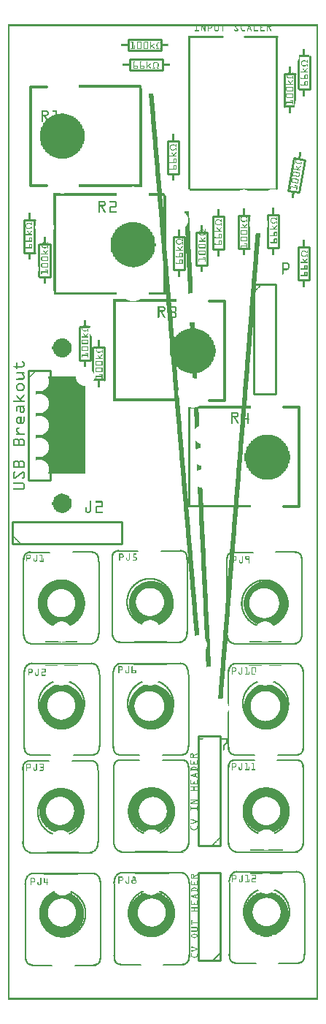
<source format=gto>
G04 MADE WITH FRITZING*
G04 WWW.FRITZING.ORG*
G04 DOUBLE SIDED*
G04 HOLES PLATED*
G04 CONTOUR ON CENTER OF CONTOUR VECTOR*
%ASAXBY*%
%FSLAX23Y23*%
%MOIN*%
%OFA0B0*%
%SFA1.0B1.0*%
%ADD10C,0.010000*%
%ADD11C,0.007778*%
%ADD12C,0.007833*%
%ADD13C,0.006667*%
%ADD14C,0.005670*%
%ADD15C,0.005000*%
%ADD16C,0.012500*%
%ADD17R,0.001000X0.001000*%
%LNSILK1*%
G90*
G70*
G54D10*
X1125Y3262D02*
X1125Y2762D01*
D02*
X1125Y2762D02*
X1225Y2762D01*
D02*
X1225Y2762D02*
X1225Y3262D01*
D02*
X1225Y3262D02*
X1125Y3262D01*
D02*
X94Y2869D02*
X94Y2369D01*
D02*
X94Y2369D02*
X194Y2369D01*
D02*
X194Y2369D02*
X194Y2869D01*
D02*
X194Y2869D02*
X94Y2869D01*
G54D11*
D02*
X594Y2048D02*
X502Y2048D01*
D02*
X792Y2048D02*
X700Y2048D01*
G54D12*
D02*
X820Y1679D02*
X820Y2007D01*
G54D11*
D02*
X476Y1679D02*
X476Y2007D01*
G54D13*
D02*
X510Y1630D02*
X791Y1630D01*
G54D14*
D02*
X576Y1531D02*
X725Y1531D01*
G54D11*
D02*
X190Y2041D02*
X98Y2041D01*
D02*
X388Y2042D02*
X296Y2042D01*
G54D12*
D02*
X416Y1672D02*
X416Y2000D01*
G54D11*
D02*
X72Y1672D02*
X72Y2000D01*
D02*
X187Y1090D02*
X95Y1090D01*
D02*
X385Y1090D02*
X293Y1090D01*
G54D12*
D02*
X413Y721D02*
X413Y1048D01*
G54D11*
D02*
X69Y720D02*
X69Y1049D01*
G54D13*
D02*
X102Y671D02*
X384Y671D01*
G54D14*
D02*
X168Y573D02*
X318Y573D01*
G54D10*
D02*
X972Y180D02*
X972Y580D01*
D02*
X972Y580D02*
X872Y580D01*
D02*
X872Y580D02*
X872Y180D01*
D02*
X872Y180D02*
X972Y180D01*
G54D15*
D02*
X972Y215D02*
X937Y180D01*
G54D10*
D02*
X22Y2080D02*
X522Y2080D01*
D02*
X522Y2080D02*
X522Y2180D01*
D02*
X522Y2180D02*
X22Y2180D01*
D02*
X22Y2180D02*
X22Y2080D01*
G54D11*
D02*
X708Y1116D02*
X800Y1116D01*
D02*
X510Y1116D02*
X602Y1116D01*
G54D12*
D02*
X482Y1485D02*
X482Y1158D01*
G54D11*
D02*
X826Y1485D02*
X826Y1157D01*
G54D13*
D02*
X793Y1534D02*
X511Y1534D01*
G54D14*
D02*
X727Y1633D02*
X577Y1633D01*
G54D11*
D02*
X1119Y2041D02*
X1027Y2041D01*
D02*
X1317Y2042D02*
X1225Y2042D01*
G54D12*
D02*
X1345Y1672D02*
X1345Y2000D01*
G54D11*
D02*
X1001Y1672D02*
X1001Y2000D01*
G54D13*
D02*
X1035Y1623D02*
X1316Y1623D01*
G54D11*
D02*
X1234Y1116D02*
X1326Y1116D01*
D02*
X1036Y1116D02*
X1128Y1116D01*
D02*
X1352Y1485D02*
X1352Y1157D01*
G54D13*
D02*
X1319Y1534D02*
X1037Y1534D01*
G54D11*
D02*
X1126Y1093D02*
X1034Y1093D01*
D02*
X1324Y1093D02*
X1232Y1093D01*
G54D12*
D02*
X1352Y724D02*
X1352Y1051D01*
G54D11*
D02*
X1008Y724D02*
X1008Y1052D01*
G54D13*
D02*
X1041Y675D02*
X1323Y675D01*
G54D11*
D02*
X1238Y166D02*
X1331Y166D01*
D02*
X1041Y166D02*
X1133Y166D01*
G54D12*
D02*
X1013Y535D02*
X1013Y208D01*
G54D11*
D02*
X1357Y535D02*
X1357Y207D01*
G54D13*
D02*
X1323Y584D02*
X1042Y584D01*
G54D11*
D02*
X602Y1093D02*
X509Y1093D01*
D02*
X800Y1094D02*
X708Y1094D01*
G54D12*
D02*
X828Y724D02*
X828Y1052D01*
G54D11*
D02*
X484Y724D02*
X484Y1052D01*
G54D13*
D02*
X517Y675D02*
X799Y675D01*
G54D14*
D02*
X583Y577D02*
X733Y577D01*
G54D11*
D02*
X300Y1116D02*
X393Y1116D01*
D02*
X103Y1116D02*
X195Y1116D01*
G54D12*
D02*
X75Y1485D02*
X75Y1158D01*
G54D11*
D02*
X419Y1485D02*
X419Y1157D01*
G54D13*
D02*
X385Y1534D02*
X104Y1534D01*
G54D11*
D02*
X306Y158D02*
X399Y158D01*
D02*
X109Y158D02*
X200Y158D01*
G54D12*
D02*
X81Y527D02*
X81Y200D01*
G54D11*
D02*
X425Y527D02*
X425Y199D01*
G54D13*
D02*
X391Y576D02*
X110Y576D01*
G54D14*
D02*
X325Y675D02*
X176Y675D01*
G54D11*
D02*
X712Y161D02*
X804Y161D01*
D02*
X514Y160D02*
X606Y160D01*
G54D12*
D02*
X486Y530D02*
X486Y202D01*
G54D11*
D02*
X830Y530D02*
X830Y202D01*
G54D13*
D02*
X796Y579D02*
X515Y579D01*
G54D14*
D02*
X730Y677D02*
X581Y677D01*
G54D10*
D02*
X830Y4394D02*
X980Y4394D01*
D02*
X1080Y4394D02*
X1230Y4394D01*
D02*
X441Y2976D02*
X441Y2826D01*
D02*
X391Y2976D02*
X441Y2976D01*
D02*
X1264Y4075D02*
X1264Y4225D01*
D02*
X1264Y4225D02*
X1314Y4225D01*
D02*
X378Y2917D02*
X328Y2917D01*
D02*
X328Y2917D02*
X328Y3067D01*
D02*
X193Y3448D02*
X193Y3298D01*
D02*
X193Y3298D02*
X143Y3298D01*
D02*
X143Y3448D02*
X193Y3448D01*
D02*
X123Y3408D02*
X73Y3408D01*
D02*
X73Y3408D02*
X73Y3558D01*
D02*
X73Y3558D02*
X123Y3558D01*
D02*
X1378Y3433D02*
X1378Y3283D01*
D02*
X1378Y3283D02*
X1328Y3283D01*
D02*
X1328Y3283D02*
X1328Y3433D01*
D02*
X1328Y3433D02*
X1378Y3433D01*
D02*
X987Y3573D02*
X987Y3423D01*
D02*
X987Y3423D02*
X937Y3423D01*
D02*
X937Y3423D02*
X937Y3573D01*
D02*
X937Y3573D02*
X987Y3573D01*
D02*
X807Y3480D02*
X807Y3330D01*
D02*
X807Y3330D02*
X757Y3330D01*
D02*
X757Y3330D02*
X757Y3480D01*
D02*
X757Y3480D02*
X807Y3480D01*
D02*
X1379Y4304D02*
X1379Y4154D01*
D02*
X1379Y4154D02*
X1329Y4154D01*
D02*
X1188Y3579D02*
X1238Y3579D01*
D02*
X1238Y3579D02*
X1238Y3429D01*
D02*
X1238Y3429D02*
X1188Y3429D01*
D02*
X781Y3918D02*
X781Y3768D01*
D02*
X781Y3768D02*
X731Y3768D01*
D02*
X731Y3768D02*
X731Y3918D01*
D02*
X731Y3918D02*
X781Y3918D01*
D02*
X558Y4290D02*
X708Y4290D01*
D02*
X708Y4290D02*
X708Y4240D01*
D02*
X708Y4240D02*
X558Y4240D01*
D02*
X558Y4240D02*
X558Y4290D01*
D02*
X1357Y3831D02*
X1332Y3683D01*
D02*
X1332Y3683D02*
X1282Y3691D01*
D02*
X1282Y3691D02*
X1308Y3839D01*
D02*
X1308Y3839D02*
X1357Y3831D01*
D02*
X1104Y3428D02*
X1054Y3428D01*
D02*
X1054Y3428D02*
X1054Y3578D01*
D02*
X1054Y3578D02*
X1104Y3578D01*
D02*
X550Y4380D02*
X700Y4380D01*
D02*
X700Y4380D02*
X700Y4330D01*
D02*
X700Y4330D02*
X550Y4330D01*
D02*
X550Y4330D02*
X550Y4380D01*
D02*
X861Y3350D02*
X861Y3500D01*
D02*
X861Y3500D02*
X911Y3500D01*
D02*
X911Y3500D02*
X911Y3350D01*
D02*
X911Y3350D02*
X861Y3350D01*
D02*
X972Y705D02*
X972Y1205D01*
D02*
X972Y1205D02*
X872Y1205D01*
D02*
X872Y1205D02*
X872Y705D01*
D02*
X872Y705D02*
X972Y705D01*
G36*
X239Y4044D02*
X239Y4040D01*
X222Y4040D01*
X222Y4037D01*
X212Y4037D01*
X212Y4034D01*
X202Y4034D01*
X202Y4030D01*
X196Y4030D01*
X196Y4027D01*
X192Y4027D01*
X192Y4024D01*
X186Y4024D01*
X186Y4020D01*
X182Y4020D01*
X182Y4017D01*
X179Y4017D01*
X179Y4014D01*
X176Y4014D01*
X176Y4010D01*
X172Y4010D01*
X172Y4007D01*
X169Y4007D01*
X169Y4004D01*
X166Y4004D01*
X166Y4000D01*
X162Y4000D01*
X162Y3994D01*
X159Y3994D01*
X159Y3987D01*
X156Y3987D01*
X156Y3980D01*
X152Y3980D01*
X152Y3974D01*
X149Y3974D01*
X149Y3964D01*
X146Y3964D01*
X146Y3917D01*
X149Y3917D01*
X149Y3904D01*
X152Y3904D01*
X152Y3897D01*
X156Y3897D01*
X156Y3890D01*
X159Y3890D01*
X159Y3884D01*
X162Y3884D01*
X162Y3880D01*
X166Y3880D01*
X166Y3877D01*
X169Y3877D01*
X169Y3870D01*
X172Y3870D01*
X172Y3867D01*
X176Y3867D01*
X176Y3864D01*
X179Y3864D01*
X179Y3860D01*
X186Y3860D01*
X186Y3857D01*
X189Y3857D01*
X189Y3854D01*
X192Y3854D01*
X192Y3850D01*
X199Y3850D01*
X199Y3847D01*
X206Y3847D01*
X206Y3844D01*
X216Y3844D01*
X216Y3840D01*
X226Y3840D01*
X226Y3837D01*
X269Y3837D01*
X269Y3840D01*
X279Y3840D01*
X279Y3844D01*
X289Y3844D01*
X289Y3847D01*
X296Y3847D01*
X296Y3850D01*
X302Y3850D01*
X302Y3854D01*
X306Y3854D01*
X306Y3857D01*
X309Y3857D01*
X309Y3860D01*
X316Y3860D01*
X316Y3864D01*
X319Y3864D01*
X319Y3867D01*
X322Y3867D01*
X322Y3870D01*
X326Y3870D01*
X326Y3874D01*
X329Y3874D01*
X329Y3880D01*
X332Y3880D01*
X332Y3884D01*
X336Y3884D01*
X336Y3890D01*
X339Y3890D01*
X339Y3897D01*
X342Y3897D01*
X342Y3904D01*
X346Y3904D01*
X346Y3917D01*
X349Y3917D01*
X349Y3964D01*
X346Y3964D01*
X346Y3974D01*
X342Y3974D01*
X342Y3980D01*
X339Y3980D01*
X339Y3987D01*
X336Y3987D01*
X336Y3994D01*
X332Y3994D01*
X332Y4000D01*
X329Y4000D01*
X329Y4004D01*
X326Y4004D01*
X326Y4007D01*
X322Y4007D01*
X322Y4010D01*
X319Y4010D01*
X319Y4014D01*
X316Y4014D01*
X316Y4017D01*
X312Y4017D01*
X312Y4020D01*
X309Y4020D01*
X309Y4024D01*
X302Y4024D01*
X302Y4027D01*
X299Y4027D01*
X299Y4030D01*
X292Y4030D01*
X292Y4034D01*
X282Y4034D01*
X282Y4037D01*
X272Y4037D01*
X272Y4040D01*
X256Y4040D01*
X256Y4044D01*
X239Y4044D01*
G37*
D02*
G36*
X549Y3547D02*
X549Y3544D01*
X539Y3544D01*
X539Y3540D01*
X529Y3540D01*
X529Y3537D01*
X522Y3537D01*
X522Y3534D01*
X519Y3534D01*
X519Y3530D01*
X512Y3530D01*
X512Y3527D01*
X509Y3527D01*
X509Y3524D01*
X502Y3524D01*
X502Y3520D01*
X499Y3520D01*
X499Y3517D01*
X496Y3517D01*
X496Y3514D01*
X492Y3514D01*
X492Y3507D01*
X489Y3507D01*
X489Y3504D01*
X486Y3504D01*
X486Y3497D01*
X482Y3497D01*
X482Y3494D01*
X479Y3494D01*
X479Y3487D01*
X476Y3487D01*
X476Y3477D01*
X472Y3477D01*
X472Y3467D01*
X469Y3467D01*
X469Y3424D01*
X472Y3424D01*
X472Y3410D01*
X476Y3410D01*
X476Y3404D01*
X479Y3404D01*
X479Y3397D01*
X482Y3397D01*
X482Y3390D01*
X486Y3390D01*
X486Y3387D01*
X489Y3387D01*
X489Y3380D01*
X492Y3380D01*
X492Y3377D01*
X496Y3377D01*
X496Y3374D01*
X499Y3374D01*
X499Y3370D01*
X502Y3370D01*
X502Y3367D01*
X506Y3367D01*
X506Y3364D01*
X512Y3364D01*
X512Y3360D01*
X516Y3360D01*
X516Y3357D01*
X522Y3357D01*
X522Y3354D01*
X529Y3354D01*
X529Y3350D01*
X536Y3350D01*
X536Y3347D01*
X546Y3347D01*
X546Y3344D01*
X566Y3344D01*
X566Y3340D01*
X579Y3340D01*
X579Y3344D01*
X596Y3344D01*
X596Y3347D01*
X606Y3347D01*
X606Y3350D01*
X616Y3350D01*
X616Y3354D01*
X622Y3354D01*
X622Y3357D01*
X626Y3357D01*
X626Y3360D01*
X632Y3360D01*
X632Y3364D01*
X636Y3364D01*
X636Y3367D01*
X639Y3367D01*
X639Y3370D01*
X642Y3370D01*
X642Y3374D01*
X646Y3374D01*
X646Y3377D01*
X649Y3377D01*
X649Y3380D01*
X652Y3380D01*
X652Y3384D01*
X656Y3384D01*
X656Y3390D01*
X659Y3390D01*
X659Y3394D01*
X662Y3394D01*
X662Y3400D01*
X666Y3400D01*
X666Y3410D01*
X669Y3410D01*
X669Y3420D01*
X672Y3420D01*
X672Y3437D01*
X676Y3437D01*
X676Y3450D01*
X672Y3450D01*
X672Y3470D01*
X669Y3470D01*
X669Y3480D01*
X666Y3480D01*
X666Y3487D01*
X662Y3487D01*
X662Y3494D01*
X659Y3494D01*
X659Y3500D01*
X656Y3500D01*
X656Y3504D01*
X652Y3504D01*
X652Y3510D01*
X649Y3510D01*
X649Y3514D01*
X646Y3514D01*
X646Y3517D01*
X642Y3517D01*
X642Y3520D01*
X639Y3520D01*
X639Y3524D01*
X636Y3524D01*
X636Y3527D01*
X629Y3527D01*
X629Y3530D01*
X626Y3530D01*
X626Y3534D01*
X619Y3534D01*
X619Y3537D01*
X612Y3537D01*
X612Y3540D01*
X606Y3540D01*
X606Y3544D01*
X592Y3544D01*
X592Y3547D01*
X549Y3547D01*
G37*
D02*
G36*
X832Y3064D02*
X832Y3060D01*
X816Y3060D01*
X816Y3057D01*
X806Y3057D01*
X806Y3054D01*
X799Y3054D01*
X799Y3050D01*
X792Y3050D01*
X792Y3047D01*
X789Y3047D01*
X789Y3044D01*
X782Y3044D01*
X782Y3040D01*
X779Y3040D01*
X779Y3037D01*
X776Y3037D01*
X776Y3034D01*
X772Y3034D01*
X772Y3030D01*
X769Y3030D01*
X769Y3027D01*
X766Y3027D01*
X766Y3024D01*
X762Y3024D01*
X762Y3017D01*
X759Y3017D01*
X759Y3014D01*
X756Y3014D01*
X756Y3007D01*
X752Y3007D01*
X752Y3000D01*
X749Y3000D01*
X749Y2994D01*
X746Y2994D01*
X746Y2980D01*
X742Y2980D01*
X742Y2940D01*
X746Y2940D01*
X746Y2927D01*
X749Y2927D01*
X749Y2920D01*
X752Y2920D01*
X752Y2914D01*
X756Y2914D01*
X756Y2907D01*
X759Y2907D01*
X759Y2900D01*
X762Y2900D01*
X762Y2897D01*
X766Y2897D01*
X766Y2894D01*
X769Y2894D01*
X769Y2890D01*
X772Y2890D01*
X772Y2887D01*
X776Y2887D01*
X776Y2884D01*
X779Y2884D01*
X779Y2880D01*
X782Y2880D01*
X782Y2877D01*
X786Y2877D01*
X786Y2874D01*
X792Y2874D01*
X792Y2870D01*
X799Y2870D01*
X799Y2867D01*
X806Y2867D01*
X806Y2864D01*
X816Y2864D01*
X816Y2860D01*
X829Y2860D01*
X829Y2857D01*
X862Y2857D01*
X862Y2860D01*
X876Y2860D01*
X876Y2864D01*
X886Y2864D01*
X886Y2867D01*
X892Y2867D01*
X892Y2870D01*
X896Y2870D01*
X896Y2874D01*
X902Y2874D01*
X902Y2877D01*
X906Y2877D01*
X906Y2880D01*
X912Y2880D01*
X912Y2884D01*
X916Y2884D01*
X916Y2887D01*
X919Y2887D01*
X919Y2890D01*
X922Y2890D01*
X922Y2894D01*
X926Y2894D01*
X926Y2900D01*
X929Y2900D01*
X929Y2904D01*
X932Y2904D01*
X932Y2910D01*
X936Y2910D01*
X936Y2917D01*
X939Y2917D01*
X939Y2924D01*
X942Y2924D01*
X942Y2934D01*
X946Y2934D01*
X946Y2950D01*
X949Y2950D01*
X949Y2970D01*
X946Y2970D01*
X946Y2987D01*
X942Y2987D01*
X942Y2997D01*
X939Y2997D01*
X939Y3004D01*
X936Y3004D01*
X936Y3010D01*
X932Y3010D01*
X932Y3017D01*
X929Y3017D01*
X929Y3020D01*
X926Y3020D01*
X926Y3024D01*
X922Y3024D01*
X922Y3030D01*
X919Y3030D01*
X919Y3034D01*
X916Y3034D01*
X916Y3037D01*
X909Y3037D01*
X909Y3040D01*
X906Y3040D01*
X906Y3044D01*
X902Y3044D01*
X902Y3047D01*
X896Y3047D01*
X896Y3050D01*
X889Y3050D01*
X889Y3054D01*
X882Y3054D01*
X882Y3057D01*
X872Y3057D01*
X872Y3060D01*
X859Y3060D01*
X859Y3064D01*
X832Y3064D01*
G37*
D02*
G36*
X236Y3017D02*
X236Y3014D01*
X226Y3014D01*
X226Y3010D01*
X222Y3010D01*
X222Y3007D01*
X219Y3007D01*
X219Y3004D01*
X216Y3004D01*
X216Y3000D01*
X212Y3000D01*
X212Y2997D01*
X209Y2997D01*
X209Y2990D01*
X206Y2990D01*
X206Y2980D01*
X202Y2980D01*
X202Y2967D01*
X206Y2967D01*
X206Y2957D01*
X209Y2957D01*
X209Y2950D01*
X212Y2950D01*
X212Y2947D01*
X216Y2947D01*
X216Y2944D01*
X219Y2944D01*
X219Y2940D01*
X222Y2940D01*
X222Y2937D01*
X226Y2937D01*
X226Y2934D01*
X236Y2934D01*
X236Y2930D01*
X259Y2930D01*
X259Y2934D01*
X269Y2934D01*
X269Y2937D01*
X272Y2937D01*
X272Y2940D01*
X276Y2940D01*
X276Y2944D01*
X279Y2944D01*
X279Y2947D01*
X282Y2947D01*
X282Y2950D01*
X286Y2950D01*
X286Y2957D01*
X289Y2957D01*
X289Y2967D01*
X292Y2967D01*
X292Y2980D01*
X289Y2980D01*
X289Y2990D01*
X286Y2990D01*
X286Y2997D01*
X282Y2997D01*
X282Y3000D01*
X279Y3000D01*
X279Y3004D01*
X276Y3004D01*
X276Y3007D01*
X272Y3007D01*
X272Y3010D01*
X269Y3010D01*
X269Y3014D01*
X259Y3014D01*
X259Y3017D01*
X236Y3017D01*
G37*
D02*
G36*
X1162Y2577D02*
X1162Y2574D01*
X1152Y2574D01*
X1152Y2570D01*
X1142Y2570D01*
X1142Y2567D01*
X1136Y2567D01*
X1136Y2564D01*
X1132Y2564D01*
X1132Y2560D01*
X1126Y2560D01*
X1126Y2557D01*
X1122Y2557D01*
X1122Y2554D01*
X1119Y2554D01*
X1119Y2550D01*
X1112Y2550D01*
X1112Y2547D01*
X1109Y2547D01*
X1109Y2540D01*
X1106Y2540D01*
X1106Y2537D01*
X1102Y2537D01*
X1102Y2534D01*
X1099Y2534D01*
X1099Y2527D01*
X1096Y2527D01*
X1096Y2524D01*
X1092Y2524D01*
X1092Y2514D01*
X1089Y2514D01*
X1089Y2507D01*
X1086Y2507D01*
X1086Y2494D01*
X1082Y2494D01*
X1082Y2457D01*
X1086Y2457D01*
X1086Y2444D01*
X1089Y2444D01*
X1089Y2437D01*
X1092Y2437D01*
X1092Y2427D01*
X1096Y2427D01*
X1096Y2424D01*
X1099Y2424D01*
X1099Y2417D01*
X1102Y2417D01*
X1102Y2414D01*
X1106Y2414D01*
X1106Y2410D01*
X1109Y2410D01*
X1109Y2404D01*
X1112Y2404D01*
X1112Y2400D01*
X1116Y2400D01*
X1116Y2397D01*
X1122Y2397D01*
X1122Y2394D01*
X1126Y2394D01*
X1126Y2390D01*
X1129Y2390D01*
X1129Y2387D01*
X1136Y2387D01*
X1136Y2384D01*
X1142Y2384D01*
X1142Y2380D01*
X1149Y2380D01*
X1149Y2377D01*
X1162Y2377D01*
X1162Y2374D01*
X1209Y2374D01*
X1209Y2377D01*
X1219Y2377D01*
X1219Y2380D01*
X1229Y2380D01*
X1229Y2384D01*
X1236Y2384D01*
X1236Y2387D01*
X1239Y2387D01*
X1239Y2390D01*
X1246Y2390D01*
X1246Y2394D01*
X1249Y2394D01*
X1249Y2397D01*
X1252Y2397D01*
X1252Y2400D01*
X1256Y2400D01*
X1256Y2404D01*
X1259Y2404D01*
X1259Y2407D01*
X1262Y2407D01*
X1262Y2410D01*
X1266Y2410D01*
X1266Y2414D01*
X1269Y2414D01*
X1269Y2420D01*
X1272Y2420D01*
X1272Y2424D01*
X1276Y2424D01*
X1276Y2430D01*
X1279Y2430D01*
X1279Y2437D01*
X1282Y2437D01*
X1282Y2447D01*
X1286Y2447D01*
X1286Y2464D01*
X1289Y2464D01*
X1289Y2487D01*
X1286Y2487D01*
X1286Y2504D01*
X1282Y2504D01*
X1282Y2514D01*
X1279Y2514D01*
X1279Y2520D01*
X1276Y2520D01*
X1276Y2527D01*
X1272Y2527D01*
X1272Y2530D01*
X1269Y2530D01*
X1269Y2537D01*
X1266Y2537D01*
X1266Y2540D01*
X1262Y2540D01*
X1262Y2544D01*
X1259Y2544D01*
X1259Y2547D01*
X1256Y2547D01*
X1256Y2550D01*
X1252Y2550D01*
X1252Y2554D01*
X1249Y2554D01*
X1249Y2557D01*
X1246Y2557D01*
X1246Y2560D01*
X1239Y2560D01*
X1239Y2564D01*
X1236Y2564D01*
X1236Y2567D01*
X1229Y2567D01*
X1229Y2570D01*
X1219Y2570D01*
X1219Y2574D01*
X1209Y2574D01*
X1209Y2577D01*
X1162Y2577D01*
G37*
D02*
G36*
X242Y2310D02*
X242Y2307D01*
X232Y2307D01*
X232Y2304D01*
X226Y2304D01*
X226Y2300D01*
X219Y2300D01*
X219Y2297D01*
X216Y2297D01*
X216Y2294D01*
X212Y2294D01*
X212Y2287D01*
X209Y2287D01*
X209Y2280D01*
X206Y2280D01*
X206Y2270D01*
X202Y2270D01*
X202Y2257D01*
X206Y2257D01*
X206Y2247D01*
X209Y2247D01*
X209Y2240D01*
X212Y2240D01*
X212Y2237D01*
X216Y2237D01*
X216Y2234D01*
X219Y2234D01*
X219Y2230D01*
X222Y2230D01*
X222Y2227D01*
X229Y2227D01*
X229Y2224D01*
X239Y2224D01*
X239Y2220D01*
X256Y2220D01*
X256Y2224D01*
X266Y2224D01*
X266Y2227D01*
X272Y2227D01*
X272Y2230D01*
X276Y2230D01*
X276Y2234D01*
X279Y2234D01*
X279Y2237D01*
X282Y2237D01*
X282Y2240D01*
X286Y2240D01*
X286Y2247D01*
X289Y2247D01*
X289Y2257D01*
X292Y2257D01*
X292Y2270D01*
X289Y2270D01*
X289Y2284D01*
X286Y2284D01*
X286Y2287D01*
X282Y2287D01*
X282Y2294D01*
X279Y2294D01*
X279Y2297D01*
X276Y2297D01*
X276Y2300D01*
X269Y2300D01*
X269Y2304D01*
X262Y2304D01*
X262Y2307D01*
X252Y2307D01*
X252Y2310D01*
X242Y2310D01*
G37*
D02*
G54D16*
X919Y3188D02*
X991Y3188D01*
X991Y2735D01*
X919Y2735D01*
D02*
X1260Y2703D02*
X1332Y2703D01*
X1332Y2251D01*
X1260Y2251D01*
D02*
X176Y3712D02*
X104Y3712D01*
X104Y4165D01*
X176Y4165D01*
D02*
G54D17*
X0Y4449D02*
X1418Y4449D01*
X0Y4448D02*
X1418Y4448D01*
X0Y4447D02*
X1418Y4447D01*
X0Y4446D02*
X1418Y4446D01*
X0Y4445D02*
X1418Y4445D01*
X0Y4444D02*
X1418Y4444D01*
X0Y4443D02*
X1418Y4443D01*
X0Y4442D02*
X1418Y4442D01*
X0Y4441D02*
X7Y4441D01*
X861Y4441D02*
X864Y4441D01*
X883Y4441D02*
X886Y4441D01*
X888Y4441D02*
X892Y4441D01*
X899Y4441D02*
X903Y4441D01*
X913Y4441D02*
X916Y4441D01*
X930Y4441D02*
X933Y4441D01*
X943Y4441D02*
X946Y4441D01*
X960Y4441D02*
X963Y4441D01*
X982Y4441D02*
X985Y4441D01*
X1036Y4441D02*
X1041Y4441D01*
X1066Y4441D02*
X1069Y4441D01*
X1100Y4441D02*
X1108Y4441D01*
X1124Y4441D02*
X1127Y4441D01*
X1154Y4441D02*
X1157Y4441D01*
X1184Y4441D02*
X1187Y4441D01*
X1200Y4441D02*
X1204Y4441D01*
X1411Y4441D02*
X1418Y4441D01*
X0Y4440D02*
X7Y4440D01*
X861Y4440D02*
X864Y4440D01*
X883Y4440D02*
X886Y4440D01*
X889Y4440D02*
X892Y4440D01*
X899Y4440D02*
X903Y4440D01*
X913Y4440D02*
X916Y4440D01*
X930Y4440D02*
X933Y4440D01*
X943Y4440D02*
X946Y4440D01*
X960Y4440D02*
X963Y4440D01*
X982Y4440D02*
X985Y4440D01*
X1037Y4440D02*
X1041Y4440D01*
X1065Y4440D02*
X1069Y4440D01*
X1099Y4440D02*
X1108Y4440D01*
X1124Y4440D02*
X1127Y4440D01*
X1154Y4440D02*
X1157Y4440D01*
X1184Y4440D02*
X1203Y4440D01*
X1411Y4440D02*
X1418Y4440D01*
X0Y4439D02*
X7Y4439D01*
X861Y4439D02*
X864Y4439D01*
X883Y4439D02*
X886Y4439D01*
X889Y4439D02*
X893Y4439D01*
X899Y4439D02*
X903Y4439D01*
X913Y4439D02*
X916Y4439D01*
X930Y4439D02*
X933Y4439D01*
X943Y4439D02*
X946Y4439D01*
X960Y4439D02*
X963Y4439D01*
X982Y4439D02*
X985Y4439D01*
X1038Y4439D02*
X1042Y4439D01*
X1065Y4439D02*
X1068Y4439D01*
X1099Y4439D02*
X1102Y4439D01*
X1105Y4439D02*
X1108Y4439D01*
X1124Y4439D02*
X1127Y4439D01*
X1154Y4439D02*
X1157Y4439D01*
X1184Y4439D02*
X1203Y4439D01*
X1411Y4439D02*
X1418Y4439D01*
X0Y4438D02*
X7Y4438D01*
X861Y4438D02*
X864Y4438D01*
X883Y4438D02*
X886Y4438D01*
X889Y4438D02*
X893Y4438D01*
X899Y4438D02*
X903Y4438D01*
X913Y4438D02*
X916Y4438D01*
X930Y4438D02*
X933Y4438D01*
X943Y4438D02*
X946Y4438D01*
X960Y4438D02*
X963Y4438D01*
X982Y4438D02*
X985Y4438D01*
X1039Y4438D02*
X1043Y4438D01*
X1064Y4438D02*
X1068Y4438D01*
X1099Y4438D02*
X1102Y4438D01*
X1105Y4438D02*
X1108Y4438D01*
X1124Y4438D02*
X1127Y4438D01*
X1154Y4438D02*
X1157Y4438D01*
X1184Y4438D02*
X1202Y4438D01*
X1411Y4438D02*
X1418Y4438D01*
X0Y4437D02*
X7Y4437D01*
X861Y4437D02*
X864Y4437D01*
X883Y4437D02*
X886Y4437D01*
X890Y4437D02*
X894Y4437D01*
X899Y4437D02*
X903Y4437D01*
X913Y4437D02*
X916Y4437D01*
X930Y4437D02*
X933Y4437D01*
X943Y4437D02*
X946Y4437D01*
X960Y4437D02*
X963Y4437D01*
X982Y4437D02*
X985Y4437D01*
X1039Y4437D02*
X1044Y4437D01*
X1064Y4437D02*
X1067Y4437D01*
X1098Y4437D02*
X1102Y4437D01*
X1105Y4437D02*
X1109Y4437D01*
X1124Y4437D02*
X1127Y4437D01*
X1154Y4437D02*
X1157Y4437D01*
X1184Y4437D02*
X1201Y4437D01*
X1411Y4437D02*
X1418Y4437D01*
X0Y4436D02*
X7Y4436D01*
X861Y4436D02*
X864Y4436D01*
X883Y4436D02*
X886Y4436D01*
X890Y4436D02*
X894Y4436D01*
X899Y4436D02*
X903Y4436D01*
X913Y4436D02*
X916Y4436D01*
X929Y4436D02*
X933Y4436D01*
X943Y4436D02*
X946Y4436D01*
X960Y4436D02*
X963Y4436D01*
X982Y4436D02*
X985Y4436D01*
X1040Y4436D02*
X1044Y4436D01*
X1064Y4436D02*
X1067Y4436D01*
X1098Y4436D02*
X1102Y4436D01*
X1106Y4436D02*
X1109Y4436D01*
X1124Y4436D02*
X1127Y4436D01*
X1154Y4436D02*
X1165Y4436D01*
X1184Y4436D02*
X1197Y4436D01*
X1411Y4436D02*
X1418Y4436D01*
X0Y4435D02*
X7Y4435D01*
X861Y4435D02*
X864Y4435D01*
X883Y4435D02*
X886Y4435D01*
X891Y4435D02*
X894Y4435D01*
X899Y4435D02*
X903Y4435D01*
X913Y4435D02*
X917Y4435D01*
X928Y4435D02*
X932Y4435D01*
X943Y4435D02*
X946Y4435D01*
X960Y4435D02*
X963Y4435D01*
X982Y4435D02*
X985Y4435D01*
X1041Y4435D02*
X1045Y4435D01*
X1064Y4435D02*
X1067Y4435D01*
X1098Y4435D02*
X1101Y4435D01*
X1106Y4435D02*
X1109Y4435D01*
X1124Y4435D02*
X1127Y4435D01*
X1154Y4435D02*
X1165Y4435D01*
X1184Y4435D02*
X1187Y4435D01*
X1192Y4435D02*
X1196Y4435D01*
X1411Y4435D02*
X1418Y4435D01*
X0Y4434D02*
X7Y4434D01*
X861Y4434D02*
X864Y4434D01*
X883Y4434D02*
X886Y4434D01*
X891Y4434D02*
X895Y4434D01*
X899Y4434D02*
X903Y4434D01*
X913Y4434D02*
X932Y4434D01*
X943Y4434D02*
X946Y4434D01*
X960Y4434D02*
X963Y4434D01*
X982Y4434D02*
X985Y4434D01*
X1042Y4434D02*
X1046Y4434D01*
X1064Y4434D02*
X1067Y4434D01*
X1098Y4434D02*
X1101Y4434D01*
X1106Y4434D02*
X1110Y4434D01*
X1124Y4434D02*
X1127Y4434D01*
X1154Y4434D02*
X1165Y4434D01*
X1184Y4434D02*
X1187Y4434D01*
X1192Y4434D02*
X1196Y4434D01*
X1411Y4434D02*
X1418Y4434D01*
X0Y4433D02*
X7Y4433D01*
X861Y4433D02*
X864Y4433D01*
X883Y4433D02*
X886Y4433D01*
X892Y4433D02*
X895Y4433D01*
X899Y4433D02*
X903Y4433D01*
X913Y4433D02*
X931Y4433D01*
X943Y4433D02*
X946Y4433D01*
X960Y4433D02*
X963Y4433D01*
X982Y4433D02*
X985Y4433D01*
X1042Y4433D02*
X1047Y4433D01*
X1064Y4433D02*
X1067Y4433D01*
X1097Y4433D02*
X1101Y4433D01*
X1107Y4433D02*
X1110Y4433D01*
X1124Y4433D02*
X1127Y4433D01*
X1154Y4433D02*
X1165Y4433D01*
X1184Y4433D02*
X1187Y4433D01*
X1193Y4433D02*
X1197Y4433D01*
X1411Y4433D02*
X1418Y4433D01*
X0Y4432D02*
X7Y4432D01*
X861Y4432D02*
X864Y4432D01*
X883Y4432D02*
X886Y4432D01*
X892Y4432D02*
X896Y4432D01*
X899Y4432D02*
X903Y4432D01*
X913Y4432D02*
X930Y4432D01*
X943Y4432D02*
X946Y4432D01*
X960Y4432D02*
X963Y4432D01*
X982Y4432D02*
X985Y4432D01*
X1043Y4432D02*
X1048Y4432D01*
X1064Y4432D02*
X1068Y4432D01*
X1097Y4432D02*
X1100Y4432D01*
X1107Y4432D02*
X1110Y4432D01*
X1124Y4432D02*
X1127Y4432D01*
X1154Y4432D02*
X1157Y4432D01*
X1184Y4432D02*
X1187Y4432D01*
X1194Y4432D02*
X1197Y4432D01*
X1411Y4432D02*
X1418Y4432D01*
X0Y4431D02*
X7Y4431D01*
X861Y4431D02*
X864Y4431D01*
X883Y4431D02*
X886Y4431D01*
X893Y4431D02*
X896Y4431D01*
X899Y4431D02*
X903Y4431D01*
X913Y4431D02*
X928Y4431D01*
X943Y4431D02*
X946Y4431D01*
X960Y4431D02*
X963Y4431D01*
X982Y4431D02*
X985Y4431D01*
X1044Y4431D02*
X1048Y4431D01*
X1064Y4431D02*
X1068Y4431D01*
X1097Y4431D02*
X1100Y4431D01*
X1107Y4431D02*
X1110Y4431D01*
X1124Y4431D02*
X1127Y4431D01*
X1154Y4431D02*
X1157Y4431D01*
X1184Y4431D02*
X1187Y4431D01*
X1194Y4431D02*
X1198Y4431D01*
X1411Y4431D02*
X1418Y4431D01*
X0Y4430D02*
X7Y4430D01*
X861Y4430D02*
X864Y4430D01*
X883Y4430D02*
X886Y4430D01*
X893Y4430D02*
X897Y4430D01*
X899Y4430D02*
X903Y4430D01*
X913Y4430D02*
X916Y4430D01*
X943Y4430D02*
X946Y4430D01*
X960Y4430D02*
X963Y4430D01*
X982Y4430D02*
X985Y4430D01*
X1045Y4430D02*
X1049Y4430D01*
X1065Y4430D02*
X1069Y4430D01*
X1096Y4430D02*
X1100Y4430D01*
X1107Y4430D02*
X1111Y4430D01*
X1124Y4430D02*
X1127Y4430D01*
X1154Y4430D02*
X1157Y4430D01*
X1184Y4430D02*
X1187Y4430D01*
X1195Y4430D02*
X1199Y4430D01*
X1411Y4430D02*
X1418Y4430D01*
X0Y4429D02*
X7Y4429D01*
X861Y4429D02*
X864Y4429D01*
X883Y4429D02*
X886Y4429D01*
X893Y4429D02*
X897Y4429D01*
X899Y4429D02*
X903Y4429D01*
X913Y4429D02*
X916Y4429D01*
X943Y4429D02*
X946Y4429D01*
X960Y4429D02*
X963Y4429D01*
X982Y4429D02*
X985Y4429D01*
X1045Y4429D02*
X1050Y4429D01*
X1065Y4429D02*
X1069Y4429D01*
X1096Y4429D02*
X1111Y4429D01*
X1124Y4429D02*
X1127Y4429D01*
X1154Y4429D02*
X1157Y4429D01*
X1184Y4429D02*
X1187Y4429D01*
X1195Y4429D02*
X1199Y4429D01*
X1411Y4429D02*
X1418Y4429D01*
X0Y4428D02*
X7Y4428D01*
X861Y4428D02*
X864Y4428D01*
X883Y4428D02*
X886Y4428D01*
X894Y4428D02*
X897Y4428D01*
X899Y4428D02*
X903Y4428D01*
X913Y4428D02*
X916Y4428D01*
X943Y4428D02*
X946Y4428D01*
X960Y4428D02*
X963Y4428D01*
X982Y4428D02*
X985Y4428D01*
X1046Y4428D02*
X1051Y4428D01*
X1066Y4428D02*
X1070Y4428D01*
X1096Y4428D02*
X1111Y4428D01*
X1124Y4428D02*
X1127Y4428D01*
X1154Y4428D02*
X1157Y4428D01*
X1184Y4428D02*
X1187Y4428D01*
X1196Y4428D02*
X1200Y4428D01*
X1411Y4428D02*
X1418Y4428D01*
X0Y4427D02*
X7Y4427D01*
X861Y4427D02*
X864Y4427D01*
X883Y4427D02*
X886Y4427D01*
X894Y4427D02*
X903Y4427D01*
X913Y4427D02*
X916Y4427D01*
X943Y4427D02*
X946Y4427D01*
X960Y4427D02*
X963Y4427D01*
X982Y4427D02*
X985Y4427D01*
X1047Y4427D02*
X1051Y4427D01*
X1066Y4427D02*
X1070Y4427D01*
X1096Y4427D02*
X1112Y4427D01*
X1124Y4427D02*
X1127Y4427D01*
X1154Y4427D02*
X1157Y4427D01*
X1184Y4427D02*
X1187Y4427D01*
X1196Y4427D02*
X1200Y4427D01*
X1411Y4427D02*
X1418Y4427D01*
X0Y4426D02*
X7Y4426D01*
X861Y4426D02*
X864Y4426D01*
X883Y4426D02*
X886Y4426D01*
X895Y4426D02*
X903Y4426D01*
X913Y4426D02*
X916Y4426D01*
X943Y4426D02*
X946Y4426D01*
X960Y4426D02*
X963Y4426D01*
X982Y4426D02*
X985Y4426D01*
X1035Y4426D02*
X1035Y4426D01*
X1048Y4426D02*
X1052Y4426D01*
X1067Y4426D02*
X1071Y4426D01*
X1095Y4426D02*
X1112Y4426D01*
X1124Y4426D02*
X1127Y4426D01*
X1154Y4426D02*
X1157Y4426D01*
X1184Y4426D02*
X1187Y4426D01*
X1197Y4426D02*
X1201Y4426D01*
X1411Y4426D02*
X1418Y4426D01*
X0Y4425D02*
X7Y4425D01*
X861Y4425D02*
X864Y4425D01*
X883Y4425D02*
X886Y4425D01*
X895Y4425D02*
X903Y4425D01*
X913Y4425D02*
X916Y4425D01*
X943Y4425D02*
X946Y4425D01*
X960Y4425D02*
X963Y4425D01*
X982Y4425D02*
X985Y4425D01*
X1034Y4425D02*
X1036Y4425D01*
X1049Y4425D02*
X1053Y4425D01*
X1067Y4425D02*
X1071Y4425D01*
X1095Y4425D02*
X1098Y4425D01*
X1109Y4425D02*
X1112Y4425D01*
X1124Y4425D02*
X1127Y4425D01*
X1154Y4425D02*
X1157Y4425D01*
X1184Y4425D02*
X1187Y4425D01*
X1198Y4425D02*
X1202Y4425D01*
X1411Y4425D02*
X1418Y4425D01*
X0Y4424D02*
X7Y4424D01*
X861Y4424D02*
X864Y4424D01*
X883Y4424D02*
X886Y4424D01*
X896Y4424D02*
X903Y4424D01*
X913Y4424D02*
X916Y4424D01*
X943Y4424D02*
X947Y4424D01*
X960Y4424D02*
X963Y4424D01*
X982Y4424D02*
X985Y4424D01*
X1034Y4424D02*
X1037Y4424D01*
X1049Y4424D02*
X1053Y4424D01*
X1068Y4424D02*
X1072Y4424D01*
X1095Y4424D02*
X1098Y4424D01*
X1109Y4424D02*
X1113Y4424D01*
X1124Y4424D02*
X1127Y4424D01*
X1154Y4424D02*
X1157Y4424D01*
X1184Y4424D02*
X1187Y4424D01*
X1198Y4424D02*
X1202Y4424D01*
X1411Y4424D02*
X1418Y4424D01*
X0Y4423D02*
X7Y4423D01*
X861Y4423D02*
X864Y4423D01*
X883Y4423D02*
X886Y4423D01*
X896Y4423D02*
X903Y4423D01*
X913Y4423D02*
X916Y4423D01*
X943Y4423D02*
X947Y4423D01*
X959Y4423D02*
X963Y4423D01*
X982Y4423D02*
X985Y4423D01*
X1034Y4423D02*
X1037Y4423D01*
X1050Y4423D02*
X1053Y4423D01*
X1068Y4423D02*
X1072Y4423D01*
X1094Y4423D02*
X1098Y4423D01*
X1109Y4423D02*
X1113Y4423D01*
X1124Y4423D02*
X1127Y4423D01*
X1154Y4423D02*
X1157Y4423D01*
X1184Y4423D02*
X1187Y4423D01*
X1199Y4423D02*
X1203Y4423D01*
X1411Y4423D02*
X1418Y4423D01*
X0Y4422D02*
X7Y4422D01*
X854Y4422D02*
X872Y4422D01*
X883Y4422D02*
X886Y4422D01*
X897Y4422D02*
X903Y4422D01*
X913Y4422D02*
X916Y4422D01*
X944Y4422D02*
X962Y4422D01*
X982Y4422D02*
X985Y4422D01*
X1034Y4422D02*
X1053Y4422D01*
X1069Y4422D02*
X1083Y4422D01*
X1094Y4422D02*
X1097Y4422D01*
X1110Y4422D02*
X1113Y4422D01*
X1124Y4422D02*
X1143Y4422D01*
X1154Y4422D02*
X1173Y4422D01*
X1184Y4422D02*
X1187Y4422D01*
X1199Y4422D02*
X1203Y4422D01*
X1411Y4422D02*
X1418Y4422D01*
X0Y4421D02*
X7Y4421D01*
X853Y4421D02*
X872Y4421D01*
X883Y4421D02*
X886Y4421D01*
X897Y4421D02*
X903Y4421D01*
X913Y4421D02*
X916Y4421D01*
X944Y4421D02*
X962Y4421D01*
X982Y4421D02*
X985Y4421D01*
X1035Y4421D02*
X1053Y4421D01*
X1069Y4421D02*
X1083Y4421D01*
X1094Y4421D02*
X1097Y4421D01*
X1110Y4421D02*
X1113Y4421D01*
X1124Y4421D02*
X1144Y4421D01*
X1154Y4421D02*
X1174Y4421D01*
X1184Y4421D02*
X1187Y4421D01*
X1200Y4421D02*
X1204Y4421D01*
X1411Y4421D02*
X1418Y4421D01*
X0Y4420D02*
X7Y4420D01*
X853Y4420D02*
X872Y4420D01*
X883Y4420D02*
X886Y4420D01*
X897Y4420D02*
X903Y4420D01*
X913Y4420D02*
X916Y4420D01*
X945Y4420D02*
X961Y4420D01*
X982Y4420D02*
X985Y4420D01*
X1035Y4420D02*
X1052Y4420D01*
X1070Y4420D02*
X1083Y4420D01*
X1094Y4420D02*
X1097Y4420D01*
X1110Y4420D02*
X1113Y4420D01*
X1124Y4420D02*
X1144Y4420D01*
X1154Y4420D02*
X1174Y4420D01*
X1184Y4420D02*
X1187Y4420D01*
X1201Y4420D02*
X1204Y4420D01*
X1411Y4420D02*
X1418Y4420D01*
X0Y4419D02*
X7Y4419D01*
X853Y4419D02*
X872Y4419D01*
X884Y4419D02*
X885Y4419D01*
X898Y4419D02*
X903Y4419D01*
X914Y4419D02*
X916Y4419D01*
X947Y4419D02*
X959Y4419D01*
X982Y4419D02*
X984Y4419D01*
X1037Y4419D02*
X1051Y4419D01*
X1072Y4419D02*
X1083Y4419D01*
X1094Y4419D02*
X1096Y4419D01*
X1111Y4419D02*
X1113Y4419D01*
X1124Y4419D02*
X1143Y4419D01*
X1154Y4419D02*
X1173Y4419D01*
X1185Y4419D02*
X1187Y4419D01*
X1201Y4419D02*
X1203Y4419D01*
X1411Y4419D02*
X1418Y4419D01*
X0Y4418D02*
X7Y4418D01*
X1411Y4418D02*
X1418Y4418D01*
X0Y4417D02*
X7Y4417D01*
X1411Y4417D02*
X1418Y4417D01*
X0Y4416D02*
X7Y4416D01*
X1411Y4416D02*
X1418Y4416D01*
X0Y4415D02*
X7Y4415D01*
X1411Y4415D02*
X1418Y4415D01*
X0Y4414D02*
X7Y4414D01*
X1411Y4414D02*
X1418Y4414D01*
X0Y4413D02*
X7Y4413D01*
X1411Y4413D02*
X1418Y4413D01*
X0Y4412D02*
X7Y4412D01*
X1411Y4412D02*
X1418Y4412D01*
X0Y4411D02*
X7Y4411D01*
X1411Y4411D02*
X1418Y4411D01*
X0Y4410D02*
X7Y4410D01*
X1411Y4410D02*
X1418Y4410D01*
X0Y4409D02*
X7Y4409D01*
X1411Y4409D02*
X1418Y4409D01*
X0Y4408D02*
X7Y4408D01*
X1411Y4408D02*
X1418Y4408D01*
X0Y4407D02*
X7Y4407D01*
X1411Y4407D02*
X1418Y4407D01*
X0Y4406D02*
X7Y4406D01*
X1411Y4406D02*
X1418Y4406D01*
X0Y4405D02*
X7Y4405D01*
X1411Y4405D02*
X1418Y4405D01*
X0Y4404D02*
X7Y4404D01*
X1411Y4404D02*
X1418Y4404D01*
X0Y4403D02*
X7Y4403D01*
X1411Y4403D02*
X1418Y4403D01*
X0Y4402D02*
X7Y4402D01*
X1411Y4402D02*
X1418Y4402D01*
X0Y4401D02*
X7Y4401D01*
X1411Y4401D02*
X1418Y4401D01*
X0Y4400D02*
X7Y4400D01*
X1411Y4400D02*
X1418Y4400D01*
X0Y4399D02*
X7Y4399D01*
X1411Y4399D02*
X1418Y4399D01*
X0Y4398D02*
X7Y4398D01*
X1411Y4398D02*
X1418Y4398D01*
X0Y4397D02*
X7Y4397D01*
X1411Y4397D02*
X1418Y4397D01*
X0Y4396D02*
X7Y4396D01*
X1411Y4396D02*
X1418Y4396D01*
X0Y4395D02*
X7Y4395D01*
X825Y4395D02*
X834Y4395D01*
X1225Y4395D02*
X1233Y4395D01*
X1411Y4395D02*
X1418Y4395D01*
X0Y4394D02*
X7Y4394D01*
X825Y4394D02*
X834Y4394D01*
X1225Y4394D02*
X1234Y4394D01*
X1411Y4394D02*
X1418Y4394D01*
X0Y4393D02*
X7Y4393D01*
X825Y4393D02*
X834Y4393D01*
X1225Y4393D02*
X1234Y4393D01*
X1411Y4393D02*
X1418Y4393D01*
X0Y4392D02*
X7Y4392D01*
X825Y4392D02*
X834Y4392D01*
X1225Y4392D02*
X1234Y4392D01*
X1411Y4392D02*
X1418Y4392D01*
X0Y4391D02*
X7Y4391D01*
X825Y4391D02*
X834Y4391D01*
X1225Y4391D02*
X1234Y4391D01*
X1411Y4391D02*
X1418Y4391D01*
X0Y4390D02*
X7Y4390D01*
X825Y4390D02*
X834Y4390D01*
X1225Y4390D02*
X1234Y4390D01*
X1411Y4390D02*
X1418Y4390D01*
X0Y4389D02*
X7Y4389D01*
X825Y4389D02*
X834Y4389D01*
X1225Y4389D02*
X1234Y4389D01*
X1411Y4389D02*
X1418Y4389D01*
X0Y4388D02*
X7Y4388D01*
X825Y4388D02*
X834Y4388D01*
X1225Y4388D02*
X1234Y4388D01*
X1411Y4388D02*
X1418Y4388D01*
X0Y4387D02*
X7Y4387D01*
X825Y4387D02*
X834Y4387D01*
X1225Y4387D02*
X1234Y4387D01*
X1411Y4387D02*
X1418Y4387D01*
X0Y4386D02*
X7Y4386D01*
X825Y4386D02*
X834Y4386D01*
X1225Y4386D02*
X1234Y4386D01*
X1411Y4386D02*
X1418Y4386D01*
X0Y4385D02*
X7Y4385D01*
X825Y4385D02*
X834Y4385D01*
X1225Y4385D02*
X1234Y4385D01*
X1411Y4385D02*
X1418Y4385D01*
X0Y4384D02*
X7Y4384D01*
X825Y4384D02*
X834Y4384D01*
X1225Y4384D02*
X1234Y4384D01*
X1411Y4384D02*
X1418Y4384D01*
X0Y4383D02*
X7Y4383D01*
X825Y4383D02*
X834Y4383D01*
X1225Y4383D02*
X1234Y4383D01*
X1411Y4383D02*
X1418Y4383D01*
X0Y4382D02*
X7Y4382D01*
X825Y4382D02*
X834Y4382D01*
X1225Y4382D02*
X1234Y4382D01*
X1411Y4382D02*
X1418Y4382D01*
X0Y4381D02*
X7Y4381D01*
X825Y4381D02*
X834Y4381D01*
X1225Y4381D02*
X1234Y4381D01*
X1411Y4381D02*
X1418Y4381D01*
X0Y4380D02*
X7Y4380D01*
X825Y4380D02*
X834Y4380D01*
X1225Y4380D02*
X1234Y4380D01*
X1411Y4380D02*
X1418Y4380D01*
X0Y4379D02*
X7Y4379D01*
X825Y4379D02*
X834Y4379D01*
X1225Y4379D02*
X1234Y4379D01*
X1411Y4379D02*
X1418Y4379D01*
X0Y4378D02*
X7Y4378D01*
X825Y4378D02*
X834Y4378D01*
X1225Y4378D02*
X1234Y4378D01*
X1411Y4378D02*
X1418Y4378D01*
X0Y4377D02*
X7Y4377D01*
X825Y4377D02*
X834Y4377D01*
X1225Y4377D02*
X1234Y4377D01*
X1411Y4377D02*
X1418Y4377D01*
X0Y4376D02*
X7Y4376D01*
X825Y4376D02*
X834Y4376D01*
X1225Y4376D02*
X1234Y4376D01*
X1411Y4376D02*
X1418Y4376D01*
X0Y4375D02*
X7Y4375D01*
X825Y4375D02*
X834Y4375D01*
X1225Y4375D02*
X1234Y4375D01*
X1411Y4375D02*
X1418Y4375D01*
X0Y4374D02*
X7Y4374D01*
X825Y4374D02*
X834Y4374D01*
X1225Y4374D02*
X1234Y4374D01*
X1411Y4374D02*
X1418Y4374D01*
X0Y4373D02*
X7Y4373D01*
X825Y4373D02*
X834Y4373D01*
X1225Y4373D02*
X1234Y4373D01*
X1411Y4373D02*
X1418Y4373D01*
X0Y4372D02*
X7Y4372D01*
X825Y4372D02*
X834Y4372D01*
X1225Y4372D02*
X1234Y4372D01*
X1411Y4372D02*
X1418Y4372D01*
X0Y4371D02*
X7Y4371D01*
X825Y4371D02*
X834Y4371D01*
X1225Y4371D02*
X1234Y4371D01*
X1411Y4371D02*
X1418Y4371D01*
X0Y4370D02*
X7Y4370D01*
X562Y4370D02*
X572Y4370D01*
X595Y4370D02*
X607Y4370D01*
X625Y4370D02*
X637Y4370D01*
X653Y4370D02*
X653Y4370D01*
X825Y4370D02*
X834Y4370D01*
X1225Y4370D02*
X1234Y4370D01*
X1411Y4370D02*
X1418Y4370D01*
X0Y4369D02*
X7Y4369D01*
X561Y4369D02*
X572Y4369D01*
X592Y4369D02*
X609Y4369D01*
X623Y4369D02*
X639Y4369D01*
X651Y4369D02*
X654Y4369D01*
X825Y4369D02*
X834Y4369D01*
X1225Y4369D02*
X1234Y4369D01*
X1411Y4369D02*
X1418Y4369D01*
X0Y4368D02*
X7Y4368D01*
X561Y4368D02*
X572Y4368D01*
X592Y4368D02*
X610Y4368D01*
X622Y4368D02*
X640Y4368D01*
X651Y4368D02*
X654Y4368D01*
X689Y4368D02*
X696Y4368D01*
X825Y4368D02*
X834Y4368D01*
X1225Y4368D02*
X1234Y4368D01*
X1411Y4368D02*
X1418Y4368D01*
X0Y4367D02*
X7Y4367D01*
X561Y4367D02*
X572Y4367D01*
X591Y4367D02*
X610Y4367D01*
X621Y4367D02*
X641Y4367D01*
X651Y4367D02*
X654Y4367D01*
X687Y4367D02*
X699Y4367D01*
X825Y4367D02*
X834Y4367D01*
X1225Y4367D02*
X1234Y4367D01*
X1411Y4367D02*
X1418Y4367D01*
X0Y4366D02*
X7Y4366D01*
X562Y4366D02*
X572Y4366D01*
X591Y4366D02*
X611Y4366D01*
X621Y4366D02*
X641Y4366D01*
X651Y4366D02*
X654Y4366D01*
X685Y4366D02*
X700Y4366D01*
X825Y4366D02*
X834Y4366D01*
X1225Y4366D02*
X1234Y4366D01*
X1411Y4366D02*
X1418Y4366D01*
X0Y4365D02*
X7Y4365D01*
X569Y4365D02*
X572Y4365D01*
X591Y4365D02*
X594Y4365D01*
X607Y4365D02*
X611Y4365D01*
X621Y4365D02*
X624Y4365D01*
X638Y4365D02*
X641Y4365D01*
X651Y4365D02*
X654Y4365D01*
X684Y4365D02*
X690Y4365D01*
X696Y4365D02*
X702Y4365D01*
X825Y4365D02*
X834Y4365D01*
X1225Y4365D02*
X1234Y4365D01*
X1411Y4365D02*
X1418Y4365D01*
X0Y4364D02*
X7Y4364D01*
X569Y4364D02*
X572Y4364D01*
X591Y4364D02*
X594Y4364D01*
X607Y4364D02*
X611Y4364D01*
X621Y4364D02*
X624Y4364D01*
X638Y4364D02*
X641Y4364D01*
X651Y4364D02*
X654Y4364D01*
X683Y4364D02*
X687Y4364D01*
X698Y4364D02*
X703Y4364D01*
X825Y4364D02*
X834Y4364D01*
X1225Y4364D02*
X1234Y4364D01*
X1411Y4364D02*
X1418Y4364D01*
X0Y4363D02*
X7Y4363D01*
X569Y4363D02*
X572Y4363D01*
X591Y4363D02*
X594Y4363D01*
X607Y4363D02*
X611Y4363D01*
X621Y4363D02*
X624Y4363D01*
X638Y4363D02*
X641Y4363D01*
X651Y4363D02*
X654Y4363D01*
X682Y4363D02*
X686Y4363D01*
X699Y4363D02*
X703Y4363D01*
X825Y4363D02*
X834Y4363D01*
X1225Y4363D02*
X1234Y4363D01*
X1411Y4363D02*
X1418Y4363D01*
X0Y4362D02*
X7Y4362D01*
X569Y4362D02*
X572Y4362D01*
X591Y4362D02*
X594Y4362D01*
X607Y4362D02*
X611Y4362D01*
X621Y4362D02*
X624Y4362D01*
X638Y4362D02*
X641Y4362D01*
X651Y4362D02*
X654Y4362D01*
X681Y4362D02*
X685Y4362D01*
X700Y4362D02*
X704Y4362D01*
X825Y4362D02*
X834Y4362D01*
X1225Y4362D02*
X1234Y4362D01*
X1411Y4362D02*
X1418Y4362D01*
X0Y4361D02*
X7Y4361D01*
X569Y4361D02*
X572Y4361D01*
X591Y4361D02*
X594Y4361D01*
X607Y4361D02*
X611Y4361D01*
X621Y4361D02*
X624Y4361D01*
X638Y4361D02*
X641Y4361D01*
X651Y4361D02*
X654Y4361D01*
X667Y4361D02*
X668Y4361D01*
X680Y4361D02*
X684Y4361D01*
X701Y4361D02*
X705Y4361D01*
X825Y4361D02*
X834Y4361D01*
X1225Y4361D02*
X1234Y4361D01*
X1411Y4361D02*
X1418Y4361D01*
X0Y4360D02*
X7Y4360D01*
X517Y4360D02*
X548Y4360D01*
X569Y4360D02*
X572Y4360D01*
X591Y4360D02*
X594Y4360D01*
X607Y4360D02*
X611Y4360D01*
X621Y4360D02*
X624Y4360D01*
X638Y4360D02*
X641Y4360D01*
X651Y4360D02*
X654Y4360D01*
X665Y4360D02*
X669Y4360D01*
X680Y4360D02*
X684Y4360D01*
X699Y4360D02*
X732Y4360D01*
X825Y4360D02*
X834Y4360D01*
X1225Y4360D02*
X1234Y4360D01*
X1411Y4360D02*
X1418Y4360D01*
X0Y4359D02*
X7Y4359D01*
X517Y4359D02*
X548Y4359D01*
X569Y4359D02*
X572Y4359D01*
X591Y4359D02*
X594Y4359D01*
X607Y4359D02*
X611Y4359D01*
X621Y4359D02*
X624Y4359D01*
X638Y4359D02*
X641Y4359D01*
X651Y4359D02*
X654Y4359D01*
X664Y4359D02*
X669Y4359D01*
X680Y4359D02*
X683Y4359D01*
X699Y4359D02*
X732Y4359D01*
X825Y4359D02*
X834Y4359D01*
X1225Y4359D02*
X1234Y4359D01*
X1411Y4359D02*
X1418Y4359D01*
X0Y4358D02*
X7Y4358D01*
X517Y4358D02*
X548Y4358D01*
X569Y4358D02*
X572Y4358D01*
X591Y4358D02*
X594Y4358D01*
X607Y4358D02*
X611Y4358D01*
X621Y4358D02*
X624Y4358D01*
X638Y4358D02*
X641Y4358D01*
X651Y4358D02*
X654Y4358D01*
X663Y4358D02*
X668Y4358D01*
X679Y4358D02*
X683Y4358D01*
X699Y4358D02*
X732Y4358D01*
X825Y4358D02*
X834Y4358D01*
X1225Y4358D02*
X1234Y4358D01*
X1411Y4358D02*
X1418Y4358D01*
X0Y4357D02*
X7Y4357D01*
X517Y4357D02*
X548Y4357D01*
X569Y4357D02*
X572Y4357D01*
X591Y4357D02*
X594Y4357D01*
X607Y4357D02*
X611Y4357D01*
X621Y4357D02*
X624Y4357D01*
X638Y4357D02*
X641Y4357D01*
X651Y4357D02*
X654Y4357D01*
X662Y4357D02*
X667Y4357D01*
X679Y4357D02*
X683Y4357D01*
X699Y4357D02*
X731Y4357D01*
X825Y4357D02*
X834Y4357D01*
X1225Y4357D02*
X1234Y4357D01*
X1411Y4357D02*
X1418Y4357D01*
X0Y4356D02*
X7Y4356D01*
X517Y4356D02*
X548Y4356D01*
X569Y4356D02*
X572Y4356D01*
X591Y4356D02*
X594Y4356D01*
X607Y4356D02*
X611Y4356D01*
X621Y4356D02*
X624Y4356D01*
X638Y4356D02*
X641Y4356D01*
X651Y4356D02*
X654Y4356D01*
X661Y4356D02*
X666Y4356D01*
X679Y4356D02*
X683Y4356D01*
X699Y4356D02*
X731Y4356D01*
X825Y4356D02*
X834Y4356D01*
X1225Y4356D02*
X1234Y4356D01*
X1411Y4356D02*
X1418Y4356D01*
X0Y4355D02*
X7Y4355D01*
X517Y4355D02*
X548Y4355D01*
X569Y4355D02*
X572Y4355D01*
X591Y4355D02*
X594Y4355D01*
X607Y4355D02*
X611Y4355D01*
X621Y4355D02*
X624Y4355D01*
X638Y4355D02*
X641Y4355D01*
X651Y4355D02*
X654Y4355D01*
X660Y4355D02*
X665Y4355D01*
X679Y4355D02*
X683Y4355D01*
X699Y4355D02*
X731Y4355D01*
X825Y4355D02*
X834Y4355D01*
X1225Y4355D02*
X1234Y4355D01*
X1411Y4355D02*
X1418Y4355D01*
X0Y4354D02*
X7Y4354D01*
X517Y4354D02*
X548Y4354D01*
X569Y4354D02*
X572Y4354D01*
X591Y4354D02*
X594Y4354D01*
X607Y4354D02*
X611Y4354D01*
X621Y4354D02*
X624Y4354D01*
X638Y4354D02*
X641Y4354D01*
X651Y4354D02*
X654Y4354D01*
X658Y4354D02*
X664Y4354D01*
X679Y4354D02*
X683Y4354D01*
X699Y4354D02*
X732Y4354D01*
X825Y4354D02*
X834Y4354D01*
X1225Y4354D02*
X1234Y4354D01*
X1411Y4354D02*
X1418Y4354D01*
X0Y4353D02*
X7Y4353D01*
X517Y4353D02*
X548Y4353D01*
X569Y4353D02*
X572Y4353D01*
X591Y4353D02*
X594Y4353D01*
X607Y4353D02*
X611Y4353D01*
X621Y4353D02*
X624Y4353D01*
X638Y4353D02*
X641Y4353D01*
X651Y4353D02*
X654Y4353D01*
X657Y4353D02*
X663Y4353D01*
X679Y4353D02*
X683Y4353D01*
X699Y4353D02*
X732Y4353D01*
X825Y4353D02*
X834Y4353D01*
X1225Y4353D02*
X1234Y4353D01*
X1411Y4353D02*
X1418Y4353D01*
X0Y4352D02*
X7Y4352D01*
X517Y4352D02*
X548Y4352D01*
X569Y4352D02*
X572Y4352D01*
X578Y4352D02*
X580Y4352D01*
X591Y4352D02*
X594Y4352D01*
X607Y4352D02*
X611Y4352D01*
X621Y4352D02*
X624Y4352D01*
X638Y4352D02*
X641Y4352D01*
X651Y4352D02*
X654Y4352D01*
X656Y4352D02*
X662Y4352D01*
X679Y4352D02*
X683Y4352D01*
X699Y4352D02*
X732Y4352D01*
X825Y4352D02*
X834Y4352D01*
X1225Y4352D02*
X1234Y4352D01*
X1411Y4352D02*
X1418Y4352D01*
X0Y4351D02*
X7Y4351D01*
X517Y4351D02*
X548Y4351D01*
X569Y4351D02*
X572Y4351D01*
X577Y4351D02*
X580Y4351D01*
X591Y4351D02*
X594Y4351D01*
X607Y4351D02*
X611Y4351D01*
X621Y4351D02*
X624Y4351D01*
X638Y4351D02*
X641Y4351D01*
X651Y4351D02*
X660Y4351D01*
X679Y4351D02*
X683Y4351D01*
X699Y4351D02*
X732Y4351D01*
X825Y4351D02*
X834Y4351D01*
X1225Y4351D02*
X1234Y4351D01*
X1411Y4351D02*
X1418Y4351D01*
X0Y4350D02*
X7Y4350D01*
X569Y4350D02*
X572Y4350D01*
X577Y4350D02*
X580Y4350D01*
X591Y4350D02*
X594Y4350D01*
X607Y4350D02*
X611Y4350D01*
X621Y4350D02*
X624Y4350D01*
X638Y4350D02*
X641Y4350D01*
X651Y4350D02*
X660Y4350D01*
X680Y4350D02*
X683Y4350D01*
X702Y4350D02*
X706Y4350D01*
X825Y4350D02*
X834Y4350D01*
X1225Y4350D02*
X1234Y4350D01*
X1411Y4350D02*
X1418Y4350D01*
X0Y4349D02*
X7Y4349D01*
X569Y4349D02*
X572Y4349D01*
X577Y4349D02*
X581Y4349D01*
X591Y4349D02*
X594Y4349D01*
X607Y4349D02*
X611Y4349D01*
X621Y4349D02*
X624Y4349D01*
X638Y4349D02*
X641Y4349D01*
X651Y4349D02*
X661Y4349D01*
X680Y4349D02*
X683Y4349D01*
X702Y4349D02*
X705Y4349D01*
X825Y4349D02*
X834Y4349D01*
X1225Y4349D02*
X1234Y4349D01*
X1411Y4349D02*
X1418Y4349D01*
X0Y4348D02*
X7Y4348D01*
X569Y4348D02*
X572Y4348D01*
X577Y4348D02*
X581Y4348D01*
X591Y4348D02*
X594Y4348D01*
X607Y4348D02*
X611Y4348D01*
X621Y4348D02*
X624Y4348D01*
X638Y4348D02*
X641Y4348D01*
X651Y4348D02*
X662Y4348D01*
X680Y4348D02*
X684Y4348D01*
X702Y4348D02*
X705Y4348D01*
X825Y4348D02*
X834Y4348D01*
X1225Y4348D02*
X1234Y4348D01*
X1411Y4348D02*
X1418Y4348D01*
X0Y4347D02*
X7Y4347D01*
X569Y4347D02*
X572Y4347D01*
X577Y4347D02*
X581Y4347D01*
X591Y4347D02*
X594Y4347D01*
X607Y4347D02*
X611Y4347D01*
X621Y4347D02*
X624Y4347D01*
X638Y4347D02*
X641Y4347D01*
X651Y4347D02*
X656Y4347D01*
X658Y4347D02*
X663Y4347D01*
X681Y4347D02*
X684Y4347D01*
X701Y4347D02*
X704Y4347D01*
X825Y4347D02*
X834Y4347D01*
X1225Y4347D02*
X1234Y4347D01*
X1411Y4347D02*
X1418Y4347D01*
X0Y4346D02*
X7Y4346D01*
X569Y4346D02*
X572Y4346D01*
X577Y4346D02*
X581Y4346D01*
X591Y4346D02*
X594Y4346D01*
X607Y4346D02*
X611Y4346D01*
X621Y4346D02*
X624Y4346D01*
X638Y4346D02*
X641Y4346D01*
X651Y4346D02*
X655Y4346D01*
X659Y4346D02*
X665Y4346D01*
X681Y4346D02*
X685Y4346D01*
X701Y4346D02*
X704Y4346D01*
X825Y4346D02*
X834Y4346D01*
X1225Y4346D02*
X1234Y4346D01*
X1411Y4346D02*
X1418Y4346D01*
X0Y4345D02*
X7Y4345D01*
X569Y4345D02*
X572Y4345D01*
X577Y4345D02*
X581Y4345D01*
X591Y4345D02*
X594Y4345D01*
X607Y4345D02*
X611Y4345D01*
X621Y4345D02*
X624Y4345D01*
X638Y4345D02*
X641Y4345D01*
X651Y4345D02*
X654Y4345D01*
X660Y4345D02*
X666Y4345D01*
X682Y4345D02*
X685Y4345D01*
X700Y4345D02*
X703Y4345D01*
X825Y4345D02*
X834Y4345D01*
X1225Y4345D02*
X1234Y4345D01*
X1411Y4345D02*
X1418Y4345D01*
X0Y4344D02*
X7Y4344D01*
X569Y4344D02*
X572Y4344D01*
X577Y4344D02*
X581Y4344D01*
X591Y4344D02*
X594Y4344D01*
X607Y4344D02*
X611Y4344D01*
X621Y4344D02*
X624Y4344D01*
X638Y4344D02*
X641Y4344D01*
X651Y4344D02*
X654Y4344D01*
X661Y4344D02*
X667Y4344D01*
X683Y4344D02*
X686Y4344D01*
X699Y4344D02*
X702Y4344D01*
X825Y4344D02*
X834Y4344D01*
X1225Y4344D02*
X1234Y4344D01*
X1411Y4344D02*
X1418Y4344D01*
X0Y4343D02*
X7Y4343D01*
X569Y4343D02*
X572Y4343D01*
X577Y4343D02*
X581Y4343D01*
X591Y4343D02*
X594Y4343D01*
X607Y4343D02*
X611Y4343D01*
X621Y4343D02*
X624Y4343D01*
X638Y4343D02*
X641Y4343D01*
X651Y4343D02*
X654Y4343D01*
X663Y4343D02*
X668Y4343D01*
X684Y4343D02*
X687Y4343D01*
X698Y4343D02*
X701Y4343D01*
X825Y4343D02*
X834Y4343D01*
X1225Y4343D02*
X1234Y4343D01*
X1411Y4343D02*
X1418Y4343D01*
X0Y4342D02*
X7Y4342D01*
X569Y4342D02*
X572Y4342D01*
X577Y4342D02*
X581Y4342D01*
X591Y4342D02*
X594Y4342D01*
X607Y4342D02*
X611Y4342D01*
X621Y4342D02*
X624Y4342D01*
X637Y4342D02*
X641Y4342D01*
X651Y4342D02*
X654Y4342D01*
X664Y4342D02*
X669Y4342D01*
X685Y4342D02*
X688Y4342D01*
X697Y4342D02*
X700Y4342D01*
X825Y4342D02*
X834Y4342D01*
X1225Y4342D02*
X1234Y4342D01*
X1411Y4342D02*
X1418Y4342D01*
X0Y4341D02*
X7Y4341D01*
X561Y4341D02*
X581Y4341D01*
X591Y4341D02*
X610Y4341D01*
X621Y4341D02*
X641Y4341D01*
X651Y4341D02*
X654Y4341D01*
X665Y4341D02*
X670Y4341D01*
X686Y4341D02*
X689Y4341D01*
X696Y4341D02*
X699Y4341D01*
X825Y4341D02*
X834Y4341D01*
X1225Y4341D02*
X1234Y4341D01*
X1411Y4341D02*
X1418Y4341D01*
X0Y4340D02*
X7Y4340D01*
X561Y4340D02*
X580Y4340D01*
X591Y4340D02*
X610Y4340D01*
X621Y4340D02*
X640Y4340D01*
X651Y4340D02*
X654Y4340D01*
X666Y4340D02*
X671Y4340D01*
X678Y4340D02*
X689Y4340D01*
X696Y4340D02*
X707Y4340D01*
X825Y4340D02*
X834Y4340D01*
X1225Y4340D02*
X1234Y4340D01*
X1411Y4340D02*
X1418Y4340D01*
X0Y4339D02*
X7Y4339D01*
X561Y4339D02*
X580Y4339D01*
X592Y4339D02*
X609Y4339D01*
X622Y4339D02*
X640Y4339D01*
X651Y4339D02*
X654Y4339D01*
X667Y4339D02*
X671Y4339D01*
X678Y4339D02*
X689Y4339D01*
X696Y4339D02*
X707Y4339D01*
X825Y4339D02*
X834Y4339D01*
X1225Y4339D02*
X1234Y4339D01*
X1411Y4339D02*
X1418Y4339D01*
X0Y4338D02*
X7Y4338D01*
X562Y4338D02*
X580Y4338D01*
X593Y4338D02*
X608Y4338D01*
X623Y4338D02*
X638Y4338D01*
X652Y4338D02*
X653Y4338D01*
X669Y4338D02*
X670Y4338D01*
X678Y4338D02*
X689Y4338D01*
X696Y4338D02*
X707Y4338D01*
X825Y4338D02*
X834Y4338D01*
X1225Y4338D02*
X1234Y4338D01*
X1411Y4338D02*
X1418Y4338D01*
X0Y4337D02*
X7Y4337D01*
X825Y4337D02*
X834Y4337D01*
X1225Y4337D02*
X1234Y4337D01*
X1411Y4337D02*
X1418Y4337D01*
X0Y4336D02*
X7Y4336D01*
X825Y4336D02*
X834Y4336D01*
X1225Y4336D02*
X1234Y4336D01*
X1348Y4336D02*
X1357Y4336D01*
X1411Y4336D02*
X1418Y4336D01*
X0Y4335D02*
X7Y4335D01*
X825Y4335D02*
X834Y4335D01*
X1225Y4335D02*
X1234Y4335D01*
X1348Y4335D02*
X1357Y4335D01*
X1411Y4335D02*
X1418Y4335D01*
X0Y4334D02*
X7Y4334D01*
X825Y4334D02*
X834Y4334D01*
X1225Y4334D02*
X1234Y4334D01*
X1348Y4334D02*
X1357Y4334D01*
X1411Y4334D02*
X1418Y4334D01*
X0Y4333D02*
X7Y4333D01*
X825Y4333D02*
X834Y4333D01*
X1225Y4333D02*
X1234Y4333D01*
X1348Y4333D02*
X1357Y4333D01*
X1411Y4333D02*
X1418Y4333D01*
X0Y4332D02*
X7Y4332D01*
X825Y4332D02*
X834Y4332D01*
X1225Y4332D02*
X1234Y4332D01*
X1348Y4332D02*
X1357Y4332D01*
X1411Y4332D02*
X1418Y4332D01*
X0Y4331D02*
X7Y4331D01*
X825Y4331D02*
X834Y4331D01*
X1225Y4331D02*
X1234Y4331D01*
X1348Y4331D02*
X1357Y4331D01*
X1411Y4331D02*
X1418Y4331D01*
X0Y4330D02*
X7Y4330D01*
X825Y4330D02*
X834Y4330D01*
X1225Y4330D02*
X1234Y4330D01*
X1348Y4330D02*
X1357Y4330D01*
X1411Y4330D02*
X1418Y4330D01*
X0Y4329D02*
X7Y4329D01*
X825Y4329D02*
X834Y4329D01*
X1225Y4329D02*
X1234Y4329D01*
X1348Y4329D02*
X1357Y4329D01*
X1411Y4329D02*
X1418Y4329D01*
X0Y4328D02*
X7Y4328D01*
X825Y4328D02*
X834Y4328D01*
X1225Y4328D02*
X1234Y4328D01*
X1348Y4328D02*
X1357Y4328D01*
X1411Y4328D02*
X1418Y4328D01*
X0Y4327D02*
X7Y4327D01*
X825Y4327D02*
X834Y4327D01*
X1225Y4327D02*
X1234Y4327D01*
X1348Y4327D02*
X1357Y4327D01*
X1411Y4327D02*
X1418Y4327D01*
X0Y4326D02*
X7Y4326D01*
X825Y4326D02*
X834Y4326D01*
X1225Y4326D02*
X1234Y4326D01*
X1348Y4326D02*
X1357Y4326D01*
X1411Y4326D02*
X1418Y4326D01*
X0Y4325D02*
X7Y4325D01*
X825Y4325D02*
X834Y4325D01*
X1225Y4325D02*
X1234Y4325D01*
X1348Y4325D02*
X1357Y4325D01*
X1411Y4325D02*
X1418Y4325D01*
X0Y4324D02*
X7Y4324D01*
X825Y4324D02*
X834Y4324D01*
X1225Y4324D02*
X1234Y4324D01*
X1348Y4324D02*
X1357Y4324D01*
X1411Y4324D02*
X1418Y4324D01*
X0Y4323D02*
X7Y4323D01*
X825Y4323D02*
X834Y4323D01*
X1225Y4323D02*
X1234Y4323D01*
X1348Y4323D02*
X1357Y4323D01*
X1411Y4323D02*
X1418Y4323D01*
X0Y4322D02*
X7Y4322D01*
X825Y4322D02*
X834Y4322D01*
X1225Y4322D02*
X1234Y4322D01*
X1348Y4322D02*
X1357Y4322D01*
X1411Y4322D02*
X1418Y4322D01*
X0Y4321D02*
X7Y4321D01*
X825Y4321D02*
X834Y4321D01*
X1225Y4321D02*
X1234Y4321D01*
X1348Y4321D02*
X1357Y4321D01*
X1411Y4321D02*
X1418Y4321D01*
X0Y4320D02*
X7Y4320D01*
X825Y4320D02*
X834Y4320D01*
X1225Y4320D02*
X1234Y4320D01*
X1348Y4320D02*
X1357Y4320D01*
X1411Y4320D02*
X1418Y4320D01*
X0Y4319D02*
X7Y4319D01*
X825Y4319D02*
X834Y4319D01*
X1225Y4319D02*
X1234Y4319D01*
X1348Y4319D02*
X1357Y4319D01*
X1411Y4319D02*
X1418Y4319D01*
X0Y4318D02*
X7Y4318D01*
X825Y4318D02*
X834Y4318D01*
X1225Y4318D02*
X1234Y4318D01*
X1348Y4318D02*
X1357Y4318D01*
X1411Y4318D02*
X1418Y4318D01*
X0Y4317D02*
X7Y4317D01*
X825Y4317D02*
X834Y4317D01*
X1225Y4317D02*
X1234Y4317D01*
X1348Y4317D02*
X1357Y4317D01*
X1411Y4317D02*
X1418Y4317D01*
X0Y4316D02*
X7Y4316D01*
X825Y4316D02*
X834Y4316D01*
X1225Y4316D02*
X1234Y4316D01*
X1348Y4316D02*
X1357Y4316D01*
X1411Y4316D02*
X1418Y4316D01*
X0Y4315D02*
X7Y4315D01*
X825Y4315D02*
X834Y4315D01*
X1225Y4315D02*
X1234Y4315D01*
X1348Y4315D02*
X1357Y4315D01*
X1411Y4315D02*
X1418Y4315D01*
X0Y4314D02*
X7Y4314D01*
X825Y4314D02*
X834Y4314D01*
X1225Y4314D02*
X1234Y4314D01*
X1348Y4314D02*
X1357Y4314D01*
X1411Y4314D02*
X1418Y4314D01*
X0Y4313D02*
X7Y4313D01*
X825Y4313D02*
X834Y4313D01*
X1225Y4313D02*
X1234Y4313D01*
X1348Y4313D02*
X1357Y4313D01*
X1411Y4313D02*
X1418Y4313D01*
X0Y4312D02*
X7Y4312D01*
X825Y4312D02*
X834Y4312D01*
X1225Y4312D02*
X1234Y4312D01*
X1348Y4312D02*
X1357Y4312D01*
X1411Y4312D02*
X1418Y4312D01*
X0Y4311D02*
X7Y4311D01*
X825Y4311D02*
X834Y4311D01*
X1225Y4311D02*
X1234Y4311D01*
X1348Y4311D02*
X1357Y4311D01*
X1411Y4311D02*
X1418Y4311D01*
X0Y4310D02*
X7Y4310D01*
X825Y4310D02*
X834Y4310D01*
X1225Y4310D02*
X1234Y4310D01*
X1348Y4310D02*
X1357Y4310D01*
X1411Y4310D02*
X1418Y4310D01*
X0Y4309D02*
X7Y4309D01*
X825Y4309D02*
X834Y4309D01*
X1225Y4309D02*
X1234Y4309D01*
X1330Y4309D02*
X1377Y4309D01*
X1411Y4309D02*
X1418Y4309D01*
X0Y4308D02*
X7Y4308D01*
X825Y4308D02*
X834Y4308D01*
X1225Y4308D02*
X1234Y4308D01*
X1330Y4308D02*
X1377Y4308D01*
X1411Y4308D02*
X1418Y4308D01*
X0Y4307D02*
X7Y4307D01*
X825Y4307D02*
X834Y4307D01*
X1225Y4307D02*
X1234Y4307D01*
X1330Y4307D02*
X1377Y4307D01*
X1411Y4307D02*
X1418Y4307D01*
X0Y4306D02*
X7Y4306D01*
X825Y4306D02*
X834Y4306D01*
X1225Y4306D02*
X1234Y4306D01*
X1330Y4306D02*
X1377Y4306D01*
X1411Y4306D02*
X1418Y4306D01*
X0Y4305D02*
X7Y4305D01*
X825Y4305D02*
X834Y4305D01*
X1225Y4305D02*
X1234Y4305D01*
X1331Y4305D02*
X1377Y4305D01*
X1411Y4305D02*
X1418Y4305D01*
X0Y4304D02*
X7Y4304D01*
X825Y4304D02*
X834Y4304D01*
X1225Y4304D02*
X1234Y4304D01*
X1331Y4304D02*
X1377Y4304D01*
X1411Y4304D02*
X1418Y4304D01*
X0Y4303D02*
X7Y4303D01*
X825Y4303D02*
X834Y4303D01*
X1225Y4303D02*
X1234Y4303D01*
X1331Y4303D02*
X1377Y4303D01*
X1411Y4303D02*
X1418Y4303D01*
X0Y4302D02*
X7Y4302D01*
X825Y4302D02*
X834Y4302D01*
X1225Y4302D02*
X1234Y4302D01*
X1331Y4302D02*
X1377Y4302D01*
X1411Y4302D02*
X1418Y4302D01*
X0Y4301D02*
X7Y4301D01*
X825Y4301D02*
X834Y4301D01*
X1225Y4301D02*
X1234Y4301D01*
X1331Y4301D02*
X1377Y4301D01*
X1411Y4301D02*
X1418Y4301D01*
X0Y4300D02*
X7Y4300D01*
X825Y4300D02*
X834Y4300D01*
X1225Y4300D02*
X1234Y4300D01*
X1331Y4300D02*
X1377Y4300D01*
X1411Y4300D02*
X1418Y4300D01*
X0Y4299D02*
X7Y4299D01*
X825Y4299D02*
X834Y4299D01*
X1225Y4299D02*
X1234Y4299D01*
X1331Y4299D02*
X1332Y4299D01*
X1411Y4299D02*
X1418Y4299D01*
X0Y4298D02*
X7Y4298D01*
X825Y4298D02*
X834Y4298D01*
X1225Y4298D02*
X1234Y4298D01*
X1331Y4298D02*
X1332Y4298D01*
X1411Y4298D02*
X1418Y4298D01*
X0Y4297D02*
X7Y4297D01*
X825Y4297D02*
X834Y4297D01*
X1225Y4297D02*
X1234Y4297D01*
X1330Y4297D02*
X1332Y4297D01*
X1411Y4297D02*
X1418Y4297D01*
X0Y4296D02*
X7Y4296D01*
X825Y4296D02*
X834Y4296D01*
X1225Y4296D02*
X1234Y4296D01*
X1330Y4296D02*
X1332Y4296D01*
X1411Y4296D02*
X1418Y4296D01*
X0Y4295D02*
X7Y4295D01*
X825Y4295D02*
X834Y4295D01*
X1225Y4295D02*
X1234Y4295D01*
X1330Y4295D02*
X1332Y4295D01*
X1411Y4295D02*
X1418Y4295D01*
X0Y4294D02*
X7Y4294D01*
X825Y4294D02*
X834Y4294D01*
X1225Y4294D02*
X1234Y4294D01*
X1330Y4294D02*
X1332Y4294D01*
X1411Y4294D02*
X1418Y4294D01*
X0Y4293D02*
X7Y4293D01*
X825Y4293D02*
X834Y4293D01*
X1225Y4293D02*
X1234Y4293D01*
X1330Y4293D02*
X1332Y4293D01*
X1411Y4293D02*
X1418Y4293D01*
X0Y4292D02*
X7Y4292D01*
X825Y4292D02*
X834Y4292D01*
X1225Y4292D02*
X1234Y4292D01*
X1330Y4292D02*
X1332Y4292D01*
X1411Y4292D02*
X1418Y4292D01*
X0Y4291D02*
X7Y4291D01*
X825Y4291D02*
X834Y4291D01*
X1225Y4291D02*
X1234Y4291D01*
X1329Y4291D02*
X1332Y4291D01*
X1411Y4291D02*
X1418Y4291D01*
X0Y4290D02*
X7Y4290D01*
X825Y4290D02*
X834Y4290D01*
X1225Y4290D02*
X1234Y4290D01*
X1329Y4290D02*
X1332Y4290D01*
X1411Y4290D02*
X1418Y4290D01*
X0Y4289D02*
X7Y4289D01*
X825Y4289D02*
X834Y4289D01*
X1225Y4289D02*
X1234Y4289D01*
X1329Y4289D02*
X1332Y4289D01*
X1411Y4289D02*
X1418Y4289D01*
X0Y4288D02*
X7Y4288D01*
X825Y4288D02*
X834Y4288D01*
X1225Y4288D02*
X1234Y4288D01*
X1329Y4288D02*
X1332Y4288D01*
X1411Y4288D02*
X1418Y4288D01*
X0Y4287D02*
X7Y4287D01*
X825Y4287D02*
X834Y4287D01*
X1225Y4287D02*
X1234Y4287D01*
X1328Y4287D02*
X1332Y4287D01*
X1411Y4287D02*
X1418Y4287D01*
X0Y4286D02*
X7Y4286D01*
X825Y4286D02*
X834Y4286D01*
X1225Y4286D02*
X1234Y4286D01*
X1328Y4286D02*
X1332Y4286D01*
X1368Y4286D02*
X1370Y4286D01*
X1411Y4286D02*
X1418Y4286D01*
X0Y4285D02*
X7Y4285D01*
X825Y4285D02*
X834Y4285D01*
X1225Y4285D02*
X1234Y4285D01*
X1328Y4285D02*
X1332Y4285D01*
X1350Y4285D02*
X1358Y4285D01*
X1368Y4285D02*
X1370Y4285D01*
X1411Y4285D02*
X1418Y4285D01*
X0Y4284D02*
X7Y4284D01*
X825Y4284D02*
X834Y4284D01*
X1225Y4284D02*
X1234Y4284D01*
X1327Y4284D02*
X1332Y4284D01*
X1347Y4284D02*
X1360Y4284D01*
X1368Y4284D02*
X1370Y4284D01*
X1411Y4284D02*
X1418Y4284D01*
X0Y4283D02*
X7Y4283D01*
X825Y4283D02*
X834Y4283D01*
X1225Y4283D02*
X1234Y4283D01*
X1327Y4283D02*
X1332Y4283D01*
X1346Y4283D02*
X1362Y4283D01*
X1368Y4283D02*
X1370Y4283D01*
X1411Y4283D02*
X1418Y4283D01*
X0Y4282D02*
X7Y4282D01*
X825Y4282D02*
X834Y4282D01*
X1225Y4282D02*
X1234Y4282D01*
X1326Y4282D02*
X1332Y4282D01*
X1345Y4282D02*
X1363Y4282D01*
X1368Y4282D02*
X1370Y4282D01*
X1411Y4282D02*
X1418Y4282D01*
X0Y4281D02*
X7Y4281D01*
X825Y4281D02*
X834Y4281D01*
X1225Y4281D02*
X1234Y4281D01*
X1326Y4281D02*
X1332Y4281D01*
X1344Y4281D02*
X1352Y4281D01*
X1356Y4281D02*
X1365Y4281D01*
X1368Y4281D02*
X1370Y4281D01*
X1411Y4281D02*
X1418Y4281D01*
X0Y4280D02*
X7Y4280D01*
X825Y4280D02*
X834Y4280D01*
X1225Y4280D02*
X1234Y4280D01*
X1325Y4280D02*
X1332Y4280D01*
X1343Y4280D02*
X1348Y4280D01*
X1361Y4280D02*
X1365Y4280D01*
X1368Y4280D02*
X1370Y4280D01*
X1411Y4280D02*
X1418Y4280D01*
X0Y4279D02*
X7Y4279D01*
X576Y4279D02*
X579Y4279D01*
X606Y4279D02*
X609Y4279D01*
X636Y4279D02*
X637Y4279D01*
X825Y4279D02*
X834Y4279D01*
X1225Y4279D02*
X1234Y4279D01*
X1324Y4279D02*
X1332Y4279D01*
X1342Y4279D02*
X1346Y4279D01*
X1363Y4279D02*
X1366Y4279D01*
X1368Y4279D02*
X1370Y4279D01*
X1411Y4279D02*
X1418Y4279D01*
X0Y4278D02*
X7Y4278D01*
X575Y4278D02*
X580Y4278D01*
X605Y4278D02*
X610Y4278D01*
X635Y4278D02*
X638Y4278D01*
X825Y4278D02*
X834Y4278D01*
X1225Y4278D02*
X1234Y4278D01*
X1324Y4278D02*
X1332Y4278D01*
X1342Y4278D02*
X1345Y4278D01*
X1364Y4278D02*
X1370Y4278D01*
X1411Y4278D02*
X1418Y4278D01*
X0Y4277D02*
X7Y4277D01*
X575Y4277D02*
X580Y4277D01*
X605Y4277D02*
X610Y4277D01*
X635Y4277D02*
X638Y4277D01*
X673Y4277D02*
X680Y4277D01*
X825Y4277D02*
X834Y4277D01*
X1225Y4277D02*
X1234Y4277D01*
X1323Y4277D02*
X1332Y4277D01*
X1341Y4277D02*
X1344Y4277D01*
X1366Y4277D02*
X1370Y4277D01*
X1411Y4277D02*
X1418Y4277D01*
X0Y4276D02*
X7Y4276D01*
X575Y4276D02*
X580Y4276D01*
X605Y4276D02*
X610Y4276D01*
X635Y4276D02*
X638Y4276D01*
X670Y4276D02*
X683Y4276D01*
X825Y4276D02*
X834Y4276D01*
X1225Y4276D02*
X1234Y4276D01*
X1323Y4276D02*
X1332Y4276D01*
X1341Y4276D02*
X1343Y4276D01*
X1366Y4276D02*
X1370Y4276D01*
X1411Y4276D02*
X1418Y4276D01*
X0Y4275D02*
X7Y4275D01*
X575Y4275D02*
X578Y4275D01*
X605Y4275D02*
X608Y4275D01*
X635Y4275D02*
X638Y4275D01*
X669Y4275D02*
X684Y4275D01*
X825Y4275D02*
X834Y4275D01*
X1225Y4275D02*
X1234Y4275D01*
X1323Y4275D02*
X1332Y4275D01*
X1341Y4275D02*
X1343Y4275D01*
X1367Y4275D02*
X1370Y4275D01*
X1411Y4275D02*
X1418Y4275D01*
X0Y4274D02*
X7Y4274D01*
X575Y4274D02*
X578Y4274D01*
X605Y4274D02*
X608Y4274D01*
X635Y4274D02*
X638Y4274D01*
X667Y4274D02*
X673Y4274D01*
X680Y4274D02*
X686Y4274D01*
X825Y4274D02*
X834Y4274D01*
X1225Y4274D02*
X1234Y4274D01*
X1323Y4274D02*
X1332Y4274D01*
X1340Y4274D02*
X1343Y4274D01*
X1411Y4274D02*
X1418Y4274D01*
X0Y4273D02*
X7Y4273D01*
X575Y4273D02*
X578Y4273D01*
X605Y4273D02*
X608Y4273D01*
X635Y4273D02*
X638Y4273D01*
X666Y4273D02*
X671Y4273D01*
X682Y4273D02*
X687Y4273D01*
X825Y4273D02*
X834Y4273D01*
X1225Y4273D02*
X1234Y4273D01*
X1323Y4273D02*
X1332Y4273D01*
X1340Y4273D02*
X1343Y4273D01*
X1411Y4273D02*
X1418Y4273D01*
X0Y4272D02*
X7Y4272D01*
X575Y4272D02*
X578Y4272D01*
X605Y4272D02*
X608Y4272D01*
X635Y4272D02*
X638Y4272D01*
X666Y4272D02*
X670Y4272D01*
X683Y4272D02*
X687Y4272D01*
X825Y4272D02*
X834Y4272D01*
X1225Y4272D02*
X1234Y4272D01*
X1323Y4272D02*
X1332Y4272D01*
X1340Y4272D02*
X1342Y4272D01*
X1411Y4272D02*
X1418Y4272D01*
X0Y4271D02*
X7Y4271D01*
X575Y4271D02*
X578Y4271D01*
X605Y4271D02*
X608Y4271D01*
X635Y4271D02*
X638Y4271D01*
X665Y4271D02*
X669Y4271D01*
X684Y4271D02*
X688Y4271D01*
X825Y4271D02*
X834Y4271D01*
X1225Y4271D02*
X1234Y4271D01*
X1323Y4271D02*
X1332Y4271D01*
X1340Y4271D02*
X1342Y4271D01*
X1411Y4271D02*
X1418Y4271D01*
X0Y4270D02*
X7Y4270D01*
X526Y4270D02*
X557Y4270D01*
X575Y4270D02*
X578Y4270D01*
X605Y4270D02*
X608Y4270D01*
X635Y4270D02*
X638Y4270D01*
X651Y4270D02*
X652Y4270D01*
X664Y4270D02*
X668Y4270D01*
X685Y4270D02*
X689Y4270D01*
X708Y4270D02*
X740Y4270D01*
X825Y4270D02*
X834Y4270D01*
X1225Y4270D02*
X1234Y4270D01*
X1323Y4270D02*
X1332Y4270D01*
X1340Y4270D02*
X1343Y4270D01*
X1411Y4270D02*
X1418Y4270D01*
X0Y4269D02*
X7Y4269D01*
X526Y4269D02*
X557Y4269D01*
X575Y4269D02*
X578Y4269D01*
X605Y4269D02*
X608Y4269D01*
X635Y4269D02*
X638Y4269D01*
X649Y4269D02*
X652Y4269D01*
X664Y4269D02*
X668Y4269D01*
X685Y4269D02*
X689Y4269D01*
X708Y4269D02*
X740Y4269D01*
X826Y4269D02*
X834Y4269D01*
X1225Y4269D02*
X1234Y4269D01*
X1323Y4269D02*
X1332Y4269D01*
X1340Y4269D02*
X1343Y4269D01*
X1411Y4269D02*
X1418Y4269D01*
X0Y4268D02*
X7Y4268D01*
X526Y4268D02*
X557Y4268D01*
X575Y4268D02*
X578Y4268D01*
X605Y4268D02*
X608Y4268D01*
X635Y4268D02*
X638Y4268D01*
X648Y4268D02*
X653Y4268D01*
X664Y4268D02*
X667Y4268D01*
X686Y4268D02*
X689Y4268D01*
X708Y4268D02*
X740Y4268D01*
X826Y4268D02*
X834Y4268D01*
X1225Y4268D02*
X1234Y4268D01*
X1323Y4268D02*
X1332Y4268D01*
X1341Y4268D02*
X1343Y4268D01*
X1367Y4268D02*
X1370Y4268D01*
X1411Y4268D02*
X1418Y4268D01*
X0Y4267D02*
X7Y4267D01*
X526Y4267D02*
X557Y4267D01*
X575Y4267D02*
X578Y4267D01*
X605Y4267D02*
X608Y4267D01*
X635Y4267D02*
X638Y4267D01*
X647Y4267D02*
X652Y4267D01*
X663Y4267D02*
X667Y4267D01*
X686Y4267D02*
X690Y4267D01*
X708Y4267D02*
X740Y4267D01*
X826Y4267D02*
X834Y4267D01*
X1225Y4267D02*
X1234Y4267D01*
X1323Y4267D02*
X1332Y4267D01*
X1341Y4267D02*
X1343Y4267D01*
X1366Y4267D02*
X1370Y4267D01*
X1411Y4267D02*
X1418Y4267D01*
X0Y4266D02*
X7Y4266D01*
X526Y4266D02*
X557Y4266D01*
X575Y4266D02*
X578Y4266D01*
X605Y4266D02*
X608Y4266D01*
X635Y4266D02*
X638Y4266D01*
X646Y4266D02*
X651Y4266D01*
X663Y4266D02*
X667Y4266D01*
X686Y4266D02*
X690Y4266D01*
X708Y4266D02*
X740Y4266D01*
X826Y4266D02*
X834Y4266D01*
X1225Y4266D02*
X1234Y4266D01*
X1323Y4266D02*
X1332Y4266D01*
X1341Y4266D02*
X1344Y4266D01*
X1365Y4266D02*
X1370Y4266D01*
X1411Y4266D02*
X1418Y4266D01*
X0Y4265D02*
X7Y4265D01*
X526Y4265D02*
X557Y4265D01*
X575Y4265D02*
X578Y4265D01*
X605Y4265D02*
X608Y4265D01*
X635Y4265D02*
X638Y4265D01*
X645Y4265D02*
X650Y4265D01*
X663Y4265D02*
X667Y4265D01*
X686Y4265D02*
X690Y4265D01*
X708Y4265D02*
X740Y4265D01*
X826Y4265D02*
X834Y4265D01*
X1225Y4265D02*
X1234Y4265D01*
X1323Y4265D02*
X1332Y4265D01*
X1342Y4265D02*
X1345Y4265D01*
X1364Y4265D02*
X1370Y4265D01*
X1411Y4265D02*
X1418Y4265D01*
X0Y4264D02*
X7Y4264D01*
X526Y4264D02*
X557Y4264D01*
X575Y4264D02*
X578Y4264D01*
X605Y4264D02*
X608Y4264D01*
X635Y4264D02*
X638Y4264D01*
X643Y4264D02*
X649Y4264D01*
X663Y4264D02*
X666Y4264D01*
X686Y4264D02*
X690Y4264D01*
X708Y4264D02*
X740Y4264D01*
X826Y4264D02*
X834Y4264D01*
X1225Y4264D02*
X1234Y4264D01*
X1323Y4264D02*
X1332Y4264D01*
X1342Y4264D02*
X1346Y4264D01*
X1363Y4264D02*
X1366Y4264D01*
X1368Y4264D02*
X1370Y4264D01*
X1411Y4264D02*
X1418Y4264D01*
X0Y4263D02*
X7Y4263D01*
X526Y4263D02*
X557Y4263D01*
X575Y4263D02*
X578Y4263D01*
X605Y4263D02*
X608Y4263D01*
X635Y4263D02*
X638Y4263D01*
X642Y4263D02*
X648Y4263D01*
X663Y4263D02*
X666Y4263D01*
X686Y4263D02*
X690Y4263D01*
X708Y4263D02*
X740Y4263D01*
X825Y4263D02*
X834Y4263D01*
X1225Y4263D02*
X1234Y4263D01*
X1323Y4263D02*
X1332Y4263D01*
X1343Y4263D02*
X1348Y4263D01*
X1361Y4263D02*
X1365Y4263D01*
X1368Y4263D02*
X1370Y4263D01*
X1411Y4263D02*
X1418Y4263D01*
X0Y4262D02*
X7Y4262D01*
X525Y4262D02*
X557Y4262D01*
X575Y4262D02*
X578Y4262D01*
X605Y4262D02*
X608Y4262D01*
X635Y4262D02*
X638Y4262D01*
X641Y4262D02*
X647Y4262D01*
X663Y4262D02*
X666Y4262D01*
X686Y4262D02*
X690Y4262D01*
X708Y4262D02*
X740Y4262D01*
X825Y4262D02*
X834Y4262D01*
X1225Y4262D02*
X1234Y4262D01*
X1323Y4262D02*
X1332Y4262D01*
X1344Y4262D02*
X1364Y4262D01*
X1368Y4262D02*
X1370Y4262D01*
X1411Y4262D02*
X1418Y4262D01*
X0Y4261D02*
X7Y4261D01*
X525Y4261D02*
X556Y4261D01*
X575Y4261D02*
X594Y4261D01*
X605Y4261D02*
X624Y4261D01*
X635Y4261D02*
X638Y4261D01*
X640Y4261D02*
X645Y4261D01*
X663Y4261D02*
X667Y4261D01*
X686Y4261D02*
X690Y4261D01*
X708Y4261D02*
X740Y4261D01*
X825Y4261D02*
X834Y4261D01*
X1225Y4261D02*
X1234Y4261D01*
X1323Y4261D02*
X1332Y4261D01*
X1345Y4261D02*
X1363Y4261D01*
X1368Y4261D02*
X1370Y4261D01*
X1411Y4261D02*
X1418Y4261D01*
X0Y4260D02*
X7Y4260D01*
X575Y4260D02*
X594Y4260D01*
X605Y4260D02*
X624Y4260D01*
X635Y4260D02*
X644Y4260D01*
X663Y4260D02*
X667Y4260D01*
X686Y4260D02*
X690Y4260D01*
X825Y4260D02*
X834Y4260D01*
X1225Y4260D02*
X1234Y4260D01*
X1323Y4260D02*
X1332Y4260D01*
X1346Y4260D02*
X1362Y4260D01*
X1368Y4260D02*
X1370Y4260D01*
X1411Y4260D02*
X1418Y4260D01*
X0Y4259D02*
X7Y4259D01*
X575Y4259D02*
X595Y4259D01*
X605Y4259D02*
X625Y4259D01*
X635Y4259D02*
X644Y4259D01*
X664Y4259D02*
X667Y4259D01*
X686Y4259D02*
X689Y4259D01*
X825Y4259D02*
X834Y4259D01*
X1225Y4259D02*
X1234Y4259D01*
X1293Y4259D02*
X1293Y4259D01*
X1323Y4259D02*
X1332Y4259D01*
X1348Y4259D02*
X1360Y4259D01*
X1368Y4259D02*
X1370Y4259D01*
X1411Y4259D02*
X1418Y4259D01*
X0Y4258D02*
X7Y4258D01*
X575Y4258D02*
X595Y4258D01*
X605Y4258D02*
X625Y4258D01*
X635Y4258D02*
X645Y4258D01*
X664Y4258D02*
X667Y4258D01*
X686Y4258D02*
X689Y4258D01*
X825Y4258D02*
X834Y4258D01*
X1225Y4258D02*
X1234Y4258D01*
X1284Y4258D02*
X1293Y4258D01*
X1323Y4258D02*
X1332Y4258D01*
X1350Y4258D02*
X1357Y4258D01*
X1368Y4258D02*
X1370Y4258D01*
X1411Y4258D02*
X1418Y4258D01*
X0Y4257D02*
X7Y4257D01*
X575Y4257D02*
X578Y4257D01*
X591Y4257D02*
X595Y4257D01*
X605Y4257D02*
X608Y4257D01*
X621Y4257D02*
X625Y4257D01*
X635Y4257D02*
X646Y4257D01*
X664Y4257D02*
X667Y4257D01*
X685Y4257D02*
X689Y4257D01*
X825Y4257D02*
X834Y4257D01*
X1225Y4257D02*
X1234Y4257D01*
X1284Y4257D02*
X1293Y4257D01*
X1323Y4257D02*
X1332Y4257D01*
X1368Y4257D02*
X1370Y4257D01*
X1411Y4257D02*
X1418Y4257D01*
X0Y4256D02*
X7Y4256D01*
X575Y4256D02*
X578Y4256D01*
X591Y4256D02*
X595Y4256D01*
X605Y4256D02*
X608Y4256D01*
X621Y4256D02*
X625Y4256D01*
X635Y4256D02*
X639Y4256D01*
X642Y4256D02*
X647Y4256D01*
X665Y4256D02*
X668Y4256D01*
X685Y4256D02*
X688Y4256D01*
X825Y4256D02*
X834Y4256D01*
X1225Y4256D02*
X1234Y4256D01*
X1284Y4256D02*
X1293Y4256D01*
X1323Y4256D02*
X1332Y4256D01*
X1411Y4256D02*
X1418Y4256D01*
X0Y4255D02*
X7Y4255D01*
X575Y4255D02*
X578Y4255D01*
X591Y4255D02*
X595Y4255D01*
X605Y4255D02*
X608Y4255D01*
X621Y4255D02*
X625Y4255D01*
X635Y4255D02*
X638Y4255D01*
X643Y4255D02*
X649Y4255D01*
X665Y4255D02*
X668Y4255D01*
X684Y4255D02*
X688Y4255D01*
X825Y4255D02*
X834Y4255D01*
X1225Y4255D02*
X1234Y4255D01*
X1284Y4255D02*
X1293Y4255D01*
X1323Y4255D02*
X1332Y4255D01*
X1411Y4255D02*
X1418Y4255D01*
X0Y4254D02*
X7Y4254D01*
X575Y4254D02*
X578Y4254D01*
X591Y4254D02*
X595Y4254D01*
X605Y4254D02*
X608Y4254D01*
X621Y4254D02*
X625Y4254D01*
X635Y4254D02*
X638Y4254D01*
X644Y4254D02*
X650Y4254D01*
X666Y4254D02*
X669Y4254D01*
X684Y4254D02*
X687Y4254D01*
X825Y4254D02*
X834Y4254D01*
X1225Y4254D02*
X1234Y4254D01*
X1284Y4254D02*
X1293Y4254D01*
X1323Y4254D02*
X1332Y4254D01*
X1411Y4254D02*
X1418Y4254D01*
X0Y4253D02*
X7Y4253D01*
X575Y4253D02*
X578Y4253D01*
X591Y4253D02*
X595Y4253D01*
X605Y4253D02*
X608Y4253D01*
X621Y4253D02*
X625Y4253D01*
X635Y4253D02*
X638Y4253D01*
X645Y4253D02*
X651Y4253D01*
X667Y4253D02*
X670Y4253D01*
X683Y4253D02*
X686Y4253D01*
X825Y4253D02*
X834Y4253D01*
X1225Y4253D02*
X1234Y4253D01*
X1284Y4253D02*
X1293Y4253D01*
X1323Y4253D02*
X1332Y4253D01*
X1411Y4253D02*
X1418Y4253D01*
X0Y4252D02*
X7Y4252D01*
X575Y4252D02*
X578Y4252D01*
X591Y4252D02*
X595Y4252D01*
X605Y4252D02*
X608Y4252D01*
X621Y4252D02*
X625Y4252D01*
X635Y4252D02*
X638Y4252D01*
X647Y4252D02*
X652Y4252D01*
X668Y4252D02*
X671Y4252D01*
X682Y4252D02*
X685Y4252D01*
X825Y4252D02*
X834Y4252D01*
X1225Y4252D02*
X1234Y4252D01*
X1284Y4252D02*
X1293Y4252D01*
X1323Y4252D02*
X1332Y4252D01*
X1411Y4252D02*
X1418Y4252D01*
X0Y4251D02*
X7Y4251D01*
X575Y4251D02*
X578Y4251D01*
X591Y4251D02*
X595Y4251D01*
X605Y4251D02*
X608Y4251D01*
X621Y4251D02*
X625Y4251D01*
X635Y4251D02*
X638Y4251D01*
X648Y4251D02*
X653Y4251D01*
X669Y4251D02*
X672Y4251D01*
X681Y4251D02*
X684Y4251D01*
X825Y4251D02*
X834Y4251D01*
X1225Y4251D02*
X1234Y4251D01*
X1284Y4251D02*
X1293Y4251D01*
X1323Y4251D02*
X1332Y4251D01*
X1411Y4251D02*
X1418Y4251D01*
X0Y4250D02*
X7Y4250D01*
X575Y4250D02*
X595Y4250D01*
X605Y4250D02*
X625Y4250D01*
X635Y4250D02*
X638Y4250D01*
X649Y4250D02*
X654Y4250D01*
X670Y4250D02*
X673Y4250D01*
X680Y4250D02*
X683Y4250D01*
X825Y4250D02*
X834Y4250D01*
X1225Y4250D02*
X1234Y4250D01*
X1284Y4250D02*
X1293Y4250D01*
X1323Y4250D02*
X1332Y4250D01*
X1368Y4250D02*
X1369Y4250D01*
X1411Y4250D02*
X1418Y4250D01*
X0Y4249D02*
X7Y4249D01*
X575Y4249D02*
X594Y4249D01*
X605Y4249D02*
X625Y4249D01*
X635Y4249D02*
X638Y4249D01*
X650Y4249D02*
X655Y4249D01*
X662Y4249D02*
X673Y4249D01*
X680Y4249D02*
X691Y4249D01*
X825Y4249D02*
X834Y4249D01*
X1225Y4249D02*
X1234Y4249D01*
X1284Y4249D02*
X1293Y4249D01*
X1323Y4249D02*
X1332Y4249D01*
X1367Y4249D02*
X1370Y4249D01*
X1411Y4249D02*
X1418Y4249D01*
X0Y4248D02*
X7Y4248D01*
X575Y4248D02*
X594Y4248D01*
X605Y4248D02*
X624Y4248D01*
X635Y4248D02*
X638Y4248D01*
X651Y4248D02*
X655Y4248D01*
X662Y4248D02*
X673Y4248D01*
X680Y4248D02*
X691Y4248D01*
X825Y4248D02*
X834Y4248D01*
X1225Y4248D02*
X1234Y4248D01*
X1284Y4248D02*
X1293Y4248D01*
X1323Y4248D02*
X1332Y4248D01*
X1349Y4248D02*
X1349Y4248D01*
X1366Y4248D02*
X1370Y4248D01*
X1411Y4248D02*
X1418Y4248D01*
X0Y4247D02*
X7Y4247D01*
X576Y4247D02*
X593Y4247D01*
X606Y4247D02*
X624Y4247D01*
X636Y4247D02*
X637Y4247D01*
X653Y4247D02*
X654Y4247D01*
X662Y4247D02*
X673Y4247D01*
X680Y4247D02*
X691Y4247D01*
X825Y4247D02*
X834Y4247D01*
X1225Y4247D02*
X1234Y4247D01*
X1284Y4247D02*
X1293Y4247D01*
X1323Y4247D02*
X1332Y4247D01*
X1348Y4247D02*
X1351Y4247D01*
X1365Y4247D02*
X1370Y4247D01*
X1411Y4247D02*
X1418Y4247D01*
X0Y4246D02*
X7Y4246D01*
X825Y4246D02*
X834Y4246D01*
X1225Y4246D02*
X1234Y4246D01*
X1284Y4246D02*
X1293Y4246D01*
X1323Y4246D02*
X1332Y4246D01*
X1347Y4246D02*
X1351Y4246D01*
X1364Y4246D02*
X1369Y4246D01*
X1411Y4246D02*
X1418Y4246D01*
X0Y4245D02*
X7Y4245D01*
X825Y4245D02*
X834Y4245D01*
X1225Y4245D02*
X1234Y4245D01*
X1284Y4245D02*
X1293Y4245D01*
X1323Y4245D02*
X1332Y4245D01*
X1348Y4245D02*
X1352Y4245D01*
X1363Y4245D02*
X1368Y4245D01*
X1411Y4245D02*
X1418Y4245D01*
X0Y4244D02*
X7Y4244D01*
X825Y4244D02*
X834Y4244D01*
X1225Y4244D02*
X1234Y4244D01*
X1284Y4244D02*
X1293Y4244D01*
X1323Y4244D02*
X1332Y4244D01*
X1349Y4244D02*
X1353Y4244D01*
X1363Y4244D02*
X1367Y4244D01*
X1411Y4244D02*
X1418Y4244D01*
X0Y4243D02*
X7Y4243D01*
X825Y4243D02*
X834Y4243D01*
X1225Y4243D02*
X1234Y4243D01*
X1284Y4243D02*
X1293Y4243D01*
X1323Y4243D02*
X1332Y4243D01*
X1349Y4243D02*
X1354Y4243D01*
X1362Y4243D02*
X1366Y4243D01*
X1411Y4243D02*
X1418Y4243D01*
X0Y4242D02*
X7Y4242D01*
X825Y4242D02*
X834Y4242D01*
X1225Y4242D02*
X1234Y4242D01*
X1284Y4242D02*
X1293Y4242D01*
X1323Y4242D02*
X1332Y4242D01*
X1350Y4242D02*
X1355Y4242D01*
X1361Y4242D02*
X1365Y4242D01*
X1411Y4242D02*
X1418Y4242D01*
X0Y4241D02*
X7Y4241D01*
X825Y4241D02*
X834Y4241D01*
X1225Y4241D02*
X1234Y4241D01*
X1284Y4241D02*
X1293Y4241D01*
X1323Y4241D02*
X1332Y4241D01*
X1351Y4241D02*
X1356Y4241D01*
X1360Y4241D02*
X1365Y4241D01*
X1411Y4241D02*
X1418Y4241D01*
X0Y4240D02*
X7Y4240D01*
X825Y4240D02*
X834Y4240D01*
X1225Y4240D02*
X1234Y4240D01*
X1284Y4240D02*
X1293Y4240D01*
X1323Y4240D02*
X1332Y4240D01*
X1352Y4240D02*
X1357Y4240D01*
X1359Y4240D02*
X1364Y4240D01*
X1411Y4240D02*
X1418Y4240D01*
X0Y4239D02*
X7Y4239D01*
X825Y4239D02*
X834Y4239D01*
X1225Y4239D02*
X1234Y4239D01*
X1284Y4239D02*
X1293Y4239D01*
X1323Y4239D02*
X1332Y4239D01*
X1353Y4239D02*
X1363Y4239D01*
X1411Y4239D02*
X1418Y4239D01*
X0Y4238D02*
X7Y4238D01*
X825Y4238D02*
X834Y4238D01*
X1225Y4238D02*
X1234Y4238D01*
X1284Y4238D02*
X1293Y4238D01*
X1323Y4238D02*
X1332Y4238D01*
X1354Y4238D02*
X1362Y4238D01*
X1411Y4238D02*
X1418Y4238D01*
X0Y4237D02*
X7Y4237D01*
X825Y4237D02*
X834Y4237D01*
X1225Y4237D02*
X1234Y4237D01*
X1284Y4237D02*
X1293Y4237D01*
X1323Y4237D02*
X1332Y4237D01*
X1355Y4237D02*
X1361Y4237D01*
X1411Y4237D02*
X1418Y4237D01*
X0Y4236D02*
X7Y4236D01*
X825Y4236D02*
X834Y4236D01*
X1225Y4236D02*
X1234Y4236D01*
X1284Y4236D02*
X1293Y4236D01*
X1323Y4236D02*
X1332Y4236D01*
X1355Y4236D02*
X1360Y4236D01*
X1411Y4236D02*
X1418Y4236D01*
X0Y4235D02*
X7Y4235D01*
X825Y4235D02*
X834Y4235D01*
X1225Y4235D02*
X1234Y4235D01*
X1284Y4235D02*
X1293Y4235D01*
X1323Y4235D02*
X1332Y4235D01*
X1356Y4235D02*
X1361Y4235D01*
X1411Y4235D02*
X1418Y4235D01*
X0Y4234D02*
X7Y4234D01*
X825Y4234D02*
X834Y4234D01*
X1225Y4234D02*
X1234Y4234D01*
X1284Y4234D02*
X1293Y4234D01*
X1323Y4234D02*
X1332Y4234D01*
X1357Y4234D02*
X1362Y4234D01*
X1411Y4234D02*
X1418Y4234D01*
X0Y4233D02*
X7Y4233D01*
X825Y4233D02*
X834Y4233D01*
X1225Y4233D02*
X1234Y4233D01*
X1284Y4233D02*
X1293Y4233D01*
X1323Y4233D02*
X1332Y4233D01*
X1339Y4233D02*
X1370Y4233D01*
X1411Y4233D02*
X1418Y4233D01*
X0Y4232D02*
X7Y4232D01*
X825Y4232D02*
X834Y4232D01*
X1225Y4232D02*
X1234Y4232D01*
X1284Y4232D02*
X1293Y4232D01*
X1323Y4232D02*
X1332Y4232D01*
X1339Y4232D02*
X1370Y4232D01*
X1411Y4232D02*
X1418Y4232D01*
X0Y4231D02*
X7Y4231D01*
X825Y4231D02*
X834Y4231D01*
X1225Y4231D02*
X1234Y4231D01*
X1284Y4231D02*
X1293Y4231D01*
X1302Y4231D02*
X1303Y4231D01*
X1323Y4231D02*
X1332Y4231D01*
X1339Y4231D02*
X1370Y4231D01*
X1411Y4231D02*
X1418Y4231D01*
X0Y4230D02*
X7Y4230D01*
X825Y4230D02*
X834Y4230D01*
X1225Y4230D02*
X1234Y4230D01*
X1284Y4230D02*
X1293Y4230D01*
X1301Y4230D02*
X1304Y4230D01*
X1323Y4230D02*
X1332Y4230D01*
X1340Y4230D02*
X1369Y4230D01*
X1411Y4230D02*
X1418Y4230D01*
X0Y4229D02*
X7Y4229D01*
X825Y4229D02*
X834Y4229D01*
X1225Y4229D02*
X1234Y4229D01*
X1282Y4229D02*
X1293Y4229D01*
X1301Y4229D02*
X1304Y4229D01*
X1323Y4229D02*
X1332Y4229D01*
X1411Y4229D02*
X1418Y4229D01*
X0Y4228D02*
X7Y4228D01*
X825Y4228D02*
X834Y4228D01*
X1225Y4228D02*
X1234Y4228D01*
X1280Y4228D02*
X1295Y4228D01*
X1301Y4228D02*
X1304Y4228D01*
X1323Y4228D02*
X1332Y4228D01*
X1411Y4228D02*
X1418Y4228D01*
X0Y4227D02*
X7Y4227D01*
X825Y4227D02*
X834Y4227D01*
X1225Y4227D02*
X1234Y4227D01*
X1279Y4227D02*
X1296Y4227D01*
X1301Y4227D02*
X1304Y4227D01*
X1323Y4227D02*
X1332Y4227D01*
X1411Y4227D02*
X1418Y4227D01*
X0Y4226D02*
X7Y4226D01*
X825Y4226D02*
X834Y4226D01*
X1225Y4226D02*
X1234Y4226D01*
X1277Y4226D02*
X1297Y4226D01*
X1301Y4226D02*
X1304Y4226D01*
X1323Y4226D02*
X1332Y4226D01*
X1411Y4226D02*
X1418Y4226D01*
X0Y4225D02*
X7Y4225D01*
X825Y4225D02*
X834Y4225D01*
X1225Y4225D02*
X1234Y4225D01*
X1277Y4225D02*
X1283Y4225D01*
X1292Y4225D02*
X1298Y4225D01*
X1301Y4225D02*
X1304Y4225D01*
X1309Y4225D02*
X1318Y4225D01*
X1323Y4225D02*
X1332Y4225D01*
X1411Y4225D02*
X1418Y4225D01*
X0Y4224D02*
X7Y4224D01*
X825Y4224D02*
X834Y4224D01*
X1225Y4224D02*
X1234Y4224D01*
X1276Y4224D02*
X1280Y4224D01*
X1295Y4224D02*
X1299Y4224D01*
X1301Y4224D02*
X1304Y4224D01*
X1309Y4224D02*
X1318Y4224D01*
X1323Y4224D02*
X1332Y4224D01*
X1411Y4224D02*
X1418Y4224D01*
X0Y4223D02*
X7Y4223D01*
X825Y4223D02*
X834Y4223D01*
X1225Y4223D02*
X1234Y4223D01*
X1275Y4223D02*
X1279Y4223D01*
X1297Y4223D02*
X1304Y4223D01*
X1309Y4223D02*
X1318Y4223D01*
X1323Y4223D02*
X1332Y4223D01*
X1411Y4223D02*
X1418Y4223D01*
X0Y4222D02*
X7Y4222D01*
X825Y4222D02*
X834Y4222D01*
X1225Y4222D02*
X1234Y4222D01*
X1275Y4222D02*
X1278Y4222D01*
X1298Y4222D02*
X1304Y4222D01*
X1309Y4222D02*
X1318Y4222D01*
X1323Y4222D02*
X1332Y4222D01*
X1411Y4222D02*
X1418Y4222D01*
X0Y4221D02*
X7Y4221D01*
X825Y4221D02*
X834Y4221D01*
X1225Y4221D02*
X1234Y4221D01*
X1274Y4221D02*
X1277Y4221D01*
X1299Y4221D02*
X1304Y4221D01*
X1309Y4221D02*
X1318Y4221D01*
X1323Y4221D02*
X1332Y4221D01*
X1411Y4221D02*
X1418Y4221D01*
X0Y4220D02*
X7Y4220D01*
X825Y4220D02*
X834Y4220D01*
X1225Y4220D02*
X1234Y4220D01*
X1274Y4220D02*
X1277Y4220D01*
X1300Y4220D02*
X1304Y4220D01*
X1309Y4220D02*
X1318Y4220D01*
X1323Y4220D02*
X1332Y4220D01*
X1358Y4220D02*
X1369Y4220D01*
X1411Y4220D02*
X1418Y4220D01*
X0Y4219D02*
X7Y4219D01*
X825Y4219D02*
X834Y4219D01*
X1225Y4219D02*
X1234Y4219D01*
X1274Y4219D02*
X1276Y4219D01*
X1301Y4219D02*
X1303Y4219D01*
X1309Y4219D02*
X1318Y4219D01*
X1323Y4219D02*
X1332Y4219D01*
X1357Y4219D02*
X1370Y4219D01*
X1411Y4219D02*
X1418Y4219D01*
X0Y4218D02*
X7Y4218D01*
X825Y4218D02*
X834Y4218D01*
X1225Y4218D02*
X1234Y4218D01*
X1274Y4218D02*
X1276Y4218D01*
X1309Y4218D02*
X1318Y4218D01*
X1323Y4218D02*
X1332Y4218D01*
X1356Y4218D02*
X1370Y4218D01*
X1411Y4218D02*
X1418Y4218D01*
X0Y4217D02*
X7Y4217D01*
X825Y4217D02*
X834Y4217D01*
X1225Y4217D02*
X1234Y4217D01*
X1274Y4217D02*
X1276Y4217D01*
X1309Y4217D02*
X1318Y4217D01*
X1323Y4217D02*
X1332Y4217D01*
X1356Y4217D02*
X1370Y4217D01*
X1411Y4217D02*
X1418Y4217D01*
X0Y4216D02*
X7Y4216D01*
X825Y4216D02*
X834Y4216D01*
X1225Y4216D02*
X1234Y4216D01*
X1274Y4216D02*
X1276Y4216D01*
X1309Y4216D02*
X1318Y4216D01*
X1323Y4216D02*
X1332Y4216D01*
X1356Y4216D02*
X1370Y4216D01*
X1411Y4216D02*
X1418Y4216D01*
X0Y4215D02*
X7Y4215D01*
X825Y4215D02*
X834Y4215D01*
X1225Y4215D02*
X1234Y4215D01*
X1274Y4215D02*
X1276Y4215D01*
X1309Y4215D02*
X1318Y4215D01*
X1323Y4215D02*
X1332Y4215D01*
X1356Y4215D02*
X1359Y4215D01*
X1367Y4215D02*
X1370Y4215D01*
X1411Y4215D02*
X1418Y4215D01*
X0Y4214D02*
X7Y4214D01*
X825Y4214D02*
X834Y4214D01*
X1225Y4214D02*
X1234Y4214D01*
X1274Y4214D02*
X1276Y4214D01*
X1309Y4214D02*
X1318Y4214D01*
X1323Y4214D02*
X1332Y4214D01*
X1356Y4214D02*
X1359Y4214D01*
X1367Y4214D02*
X1370Y4214D01*
X1411Y4214D02*
X1418Y4214D01*
X0Y4213D02*
X7Y4213D01*
X825Y4213D02*
X834Y4213D01*
X1225Y4213D02*
X1234Y4213D01*
X1274Y4213D02*
X1276Y4213D01*
X1301Y4213D02*
X1303Y4213D01*
X1309Y4213D02*
X1318Y4213D01*
X1323Y4213D02*
X1332Y4213D01*
X1356Y4213D02*
X1359Y4213D01*
X1367Y4213D02*
X1370Y4213D01*
X1411Y4213D02*
X1418Y4213D01*
X0Y4212D02*
X7Y4212D01*
X825Y4212D02*
X834Y4212D01*
X1225Y4212D02*
X1234Y4212D01*
X1274Y4212D02*
X1277Y4212D01*
X1300Y4212D02*
X1304Y4212D01*
X1309Y4212D02*
X1318Y4212D01*
X1323Y4212D02*
X1332Y4212D01*
X1356Y4212D02*
X1359Y4212D01*
X1367Y4212D02*
X1370Y4212D01*
X1411Y4212D02*
X1418Y4212D01*
X0Y4211D02*
X7Y4211D01*
X825Y4211D02*
X834Y4211D01*
X1225Y4211D02*
X1234Y4211D01*
X1274Y4211D02*
X1277Y4211D01*
X1299Y4211D02*
X1304Y4211D01*
X1309Y4211D02*
X1318Y4211D01*
X1323Y4211D02*
X1332Y4211D01*
X1356Y4211D02*
X1359Y4211D01*
X1367Y4211D02*
X1370Y4211D01*
X1411Y4211D02*
X1418Y4211D01*
X0Y4210D02*
X7Y4210D01*
X825Y4210D02*
X834Y4210D01*
X1225Y4210D02*
X1234Y4210D01*
X1275Y4210D02*
X1278Y4210D01*
X1298Y4210D02*
X1304Y4210D01*
X1309Y4210D02*
X1318Y4210D01*
X1323Y4210D02*
X1332Y4210D01*
X1356Y4210D02*
X1359Y4210D01*
X1367Y4210D02*
X1370Y4210D01*
X1411Y4210D02*
X1418Y4210D01*
X0Y4209D02*
X7Y4209D01*
X825Y4209D02*
X834Y4209D01*
X1225Y4209D02*
X1234Y4209D01*
X1275Y4209D02*
X1279Y4209D01*
X1297Y4209D02*
X1304Y4209D01*
X1309Y4209D02*
X1318Y4209D01*
X1323Y4209D02*
X1332Y4209D01*
X1356Y4209D02*
X1359Y4209D01*
X1367Y4209D02*
X1370Y4209D01*
X1411Y4209D02*
X1418Y4209D01*
X0Y4208D02*
X7Y4208D01*
X825Y4208D02*
X834Y4208D01*
X1225Y4208D02*
X1234Y4208D01*
X1276Y4208D02*
X1280Y4208D01*
X1295Y4208D02*
X1299Y4208D01*
X1301Y4208D02*
X1304Y4208D01*
X1309Y4208D02*
X1318Y4208D01*
X1323Y4208D02*
X1332Y4208D01*
X1356Y4208D02*
X1359Y4208D01*
X1367Y4208D02*
X1370Y4208D01*
X1411Y4208D02*
X1418Y4208D01*
X0Y4207D02*
X7Y4207D01*
X825Y4207D02*
X834Y4207D01*
X1225Y4207D02*
X1234Y4207D01*
X1277Y4207D02*
X1283Y4207D01*
X1292Y4207D02*
X1298Y4207D01*
X1301Y4207D02*
X1304Y4207D01*
X1309Y4207D02*
X1318Y4207D01*
X1323Y4207D02*
X1332Y4207D01*
X1356Y4207D02*
X1359Y4207D01*
X1367Y4207D02*
X1370Y4207D01*
X1411Y4207D02*
X1418Y4207D01*
X0Y4206D02*
X7Y4206D01*
X825Y4206D02*
X834Y4206D01*
X1225Y4206D02*
X1234Y4206D01*
X1277Y4206D02*
X1297Y4206D01*
X1301Y4206D02*
X1304Y4206D01*
X1309Y4206D02*
X1318Y4206D01*
X1323Y4206D02*
X1332Y4206D01*
X1356Y4206D02*
X1359Y4206D01*
X1367Y4206D02*
X1370Y4206D01*
X1411Y4206D02*
X1418Y4206D01*
X0Y4205D02*
X7Y4205D01*
X825Y4205D02*
X834Y4205D01*
X1225Y4205D02*
X1234Y4205D01*
X1279Y4205D02*
X1296Y4205D01*
X1301Y4205D02*
X1304Y4205D01*
X1309Y4205D02*
X1318Y4205D01*
X1323Y4205D02*
X1332Y4205D01*
X1339Y4205D02*
X1341Y4205D01*
X1356Y4205D02*
X1359Y4205D01*
X1367Y4205D02*
X1370Y4205D01*
X1411Y4205D02*
X1418Y4205D01*
X0Y4204D02*
X7Y4204D01*
X825Y4204D02*
X834Y4204D01*
X1225Y4204D02*
X1234Y4204D01*
X1280Y4204D02*
X1295Y4204D01*
X1301Y4204D02*
X1304Y4204D01*
X1309Y4204D02*
X1318Y4204D01*
X1323Y4204D02*
X1332Y4204D01*
X1339Y4204D02*
X1342Y4204D01*
X1356Y4204D02*
X1360Y4204D01*
X1367Y4204D02*
X1370Y4204D01*
X1411Y4204D02*
X1418Y4204D01*
X0Y4203D02*
X7Y4203D01*
X825Y4203D02*
X834Y4203D01*
X1225Y4203D02*
X1234Y4203D01*
X1282Y4203D02*
X1292Y4203D01*
X1301Y4203D02*
X1304Y4203D01*
X1309Y4203D02*
X1318Y4203D01*
X1323Y4203D02*
X1332Y4203D01*
X1339Y4203D02*
X1370Y4203D01*
X1411Y4203D02*
X1418Y4203D01*
X0Y4202D02*
X7Y4202D01*
X825Y4202D02*
X834Y4202D01*
X1225Y4202D02*
X1234Y4202D01*
X1287Y4202D02*
X1288Y4202D01*
X1301Y4202D02*
X1304Y4202D01*
X1309Y4202D02*
X1318Y4202D01*
X1323Y4202D02*
X1332Y4202D01*
X1339Y4202D02*
X1370Y4202D01*
X1411Y4202D02*
X1418Y4202D01*
X0Y4201D02*
X7Y4201D01*
X825Y4201D02*
X834Y4201D01*
X1225Y4201D02*
X1234Y4201D01*
X1302Y4201D02*
X1303Y4201D01*
X1309Y4201D02*
X1318Y4201D01*
X1323Y4201D02*
X1332Y4201D01*
X1339Y4201D02*
X1370Y4201D01*
X1411Y4201D02*
X1418Y4201D01*
X0Y4200D02*
X7Y4200D01*
X825Y4200D02*
X834Y4200D01*
X1225Y4200D02*
X1234Y4200D01*
X1309Y4200D02*
X1318Y4200D01*
X1323Y4200D02*
X1332Y4200D01*
X1339Y4200D02*
X1369Y4200D01*
X1411Y4200D02*
X1418Y4200D01*
X0Y4199D02*
X7Y4199D01*
X825Y4199D02*
X834Y4199D01*
X1225Y4199D02*
X1234Y4199D01*
X1309Y4199D02*
X1318Y4199D01*
X1323Y4199D02*
X1332Y4199D01*
X1411Y4199D02*
X1418Y4199D01*
X0Y4198D02*
X7Y4198D01*
X825Y4198D02*
X834Y4198D01*
X1225Y4198D02*
X1234Y4198D01*
X1309Y4198D02*
X1318Y4198D01*
X1323Y4198D02*
X1332Y4198D01*
X1411Y4198D02*
X1418Y4198D01*
X0Y4197D02*
X7Y4197D01*
X825Y4197D02*
X834Y4197D01*
X1225Y4197D02*
X1234Y4197D01*
X1309Y4197D02*
X1318Y4197D01*
X1323Y4197D02*
X1332Y4197D01*
X1411Y4197D02*
X1418Y4197D01*
X0Y4196D02*
X7Y4196D01*
X825Y4196D02*
X834Y4196D01*
X1225Y4196D02*
X1234Y4196D01*
X1309Y4196D02*
X1318Y4196D01*
X1323Y4196D02*
X1332Y4196D01*
X1411Y4196D02*
X1418Y4196D01*
X0Y4195D02*
X7Y4195D01*
X825Y4195D02*
X834Y4195D01*
X1225Y4195D02*
X1234Y4195D01*
X1309Y4195D02*
X1318Y4195D01*
X1323Y4195D02*
X1332Y4195D01*
X1411Y4195D02*
X1418Y4195D01*
X0Y4194D02*
X7Y4194D01*
X825Y4194D02*
X834Y4194D01*
X1225Y4194D02*
X1234Y4194D01*
X1301Y4194D02*
X1303Y4194D01*
X1309Y4194D02*
X1318Y4194D01*
X1323Y4194D02*
X1332Y4194D01*
X1411Y4194D02*
X1418Y4194D01*
X0Y4193D02*
X7Y4193D01*
X825Y4193D02*
X834Y4193D01*
X1225Y4193D02*
X1234Y4193D01*
X1300Y4193D02*
X1303Y4193D01*
X1309Y4193D02*
X1318Y4193D01*
X1323Y4193D02*
X1332Y4193D01*
X1411Y4193D02*
X1418Y4193D01*
X0Y4192D02*
X7Y4192D01*
X825Y4192D02*
X834Y4192D01*
X1225Y4192D02*
X1234Y4192D01*
X1281Y4192D02*
X1283Y4192D01*
X1299Y4192D02*
X1303Y4192D01*
X1309Y4192D02*
X1318Y4192D01*
X1323Y4192D02*
X1332Y4192D01*
X1411Y4192D02*
X1418Y4192D01*
X0Y4191D02*
X7Y4191D01*
X825Y4191D02*
X834Y4191D01*
X1225Y4191D02*
X1234Y4191D01*
X1281Y4191D02*
X1284Y4191D01*
X1298Y4191D02*
X1303Y4191D01*
X1309Y4191D02*
X1318Y4191D01*
X1323Y4191D02*
X1332Y4191D01*
X1411Y4191D02*
X1418Y4191D01*
X0Y4190D02*
X7Y4190D01*
X825Y4190D02*
X834Y4190D01*
X1225Y4190D02*
X1234Y4190D01*
X1281Y4190D02*
X1285Y4190D01*
X1297Y4190D02*
X1302Y4190D01*
X1309Y4190D02*
X1318Y4190D01*
X1323Y4190D02*
X1332Y4190D01*
X1358Y4190D02*
X1368Y4190D01*
X1411Y4190D02*
X1418Y4190D01*
X0Y4189D02*
X7Y4189D01*
X825Y4189D02*
X834Y4189D01*
X1225Y4189D02*
X1234Y4189D01*
X1282Y4189D02*
X1286Y4189D01*
X1297Y4189D02*
X1301Y4189D01*
X1309Y4189D02*
X1318Y4189D01*
X1323Y4189D02*
X1332Y4189D01*
X1357Y4189D02*
X1370Y4189D01*
X1411Y4189D02*
X1418Y4189D01*
X0Y4188D02*
X7Y4188D01*
X825Y4188D02*
X834Y4188D01*
X1225Y4188D02*
X1234Y4188D01*
X1282Y4188D02*
X1287Y4188D01*
X1296Y4188D02*
X1300Y4188D01*
X1309Y4188D02*
X1318Y4188D01*
X1323Y4188D02*
X1332Y4188D01*
X1356Y4188D02*
X1370Y4188D01*
X1411Y4188D02*
X1418Y4188D01*
X0Y4187D02*
X7Y4187D01*
X825Y4187D02*
X834Y4187D01*
X1225Y4187D02*
X1234Y4187D01*
X1283Y4187D02*
X1288Y4187D01*
X1295Y4187D02*
X1299Y4187D01*
X1309Y4187D02*
X1318Y4187D01*
X1323Y4187D02*
X1332Y4187D01*
X1356Y4187D02*
X1370Y4187D01*
X1411Y4187D02*
X1418Y4187D01*
X0Y4186D02*
X7Y4186D01*
X825Y4186D02*
X834Y4186D01*
X1225Y4186D02*
X1234Y4186D01*
X1284Y4186D02*
X1289Y4186D01*
X1294Y4186D02*
X1298Y4186D01*
X1309Y4186D02*
X1318Y4186D01*
X1323Y4186D02*
X1332Y4186D01*
X1356Y4186D02*
X1370Y4186D01*
X1411Y4186D02*
X1418Y4186D01*
X0Y4185D02*
X7Y4185D01*
X825Y4185D02*
X834Y4185D01*
X1225Y4185D02*
X1234Y4185D01*
X1285Y4185D02*
X1289Y4185D01*
X1293Y4185D02*
X1298Y4185D01*
X1309Y4185D02*
X1318Y4185D01*
X1323Y4185D02*
X1332Y4185D01*
X1356Y4185D02*
X1359Y4185D01*
X1367Y4185D02*
X1370Y4185D01*
X1411Y4185D02*
X1418Y4185D01*
X0Y4184D02*
X7Y4184D01*
X825Y4184D02*
X834Y4184D01*
X1225Y4184D02*
X1234Y4184D01*
X1286Y4184D02*
X1290Y4184D01*
X1292Y4184D02*
X1297Y4184D01*
X1309Y4184D02*
X1318Y4184D01*
X1323Y4184D02*
X1332Y4184D01*
X1356Y4184D02*
X1359Y4184D01*
X1367Y4184D02*
X1370Y4184D01*
X1411Y4184D02*
X1418Y4184D01*
X0Y4183D02*
X7Y4183D01*
X825Y4183D02*
X834Y4183D01*
X1225Y4183D02*
X1234Y4183D01*
X1287Y4183D02*
X1296Y4183D01*
X1309Y4183D02*
X1318Y4183D01*
X1323Y4183D02*
X1332Y4183D01*
X1356Y4183D02*
X1359Y4183D01*
X1367Y4183D02*
X1370Y4183D01*
X1411Y4183D02*
X1418Y4183D01*
X0Y4182D02*
X7Y4182D01*
X825Y4182D02*
X834Y4182D01*
X1225Y4182D02*
X1234Y4182D01*
X1288Y4182D02*
X1295Y4182D01*
X1309Y4182D02*
X1318Y4182D01*
X1323Y4182D02*
X1332Y4182D01*
X1356Y4182D02*
X1359Y4182D01*
X1367Y4182D02*
X1370Y4182D01*
X1411Y4182D02*
X1418Y4182D01*
X0Y4181D02*
X7Y4181D01*
X825Y4181D02*
X834Y4181D01*
X1225Y4181D02*
X1234Y4181D01*
X1288Y4181D02*
X1294Y4181D01*
X1309Y4181D02*
X1318Y4181D01*
X1323Y4181D02*
X1332Y4181D01*
X1356Y4181D02*
X1359Y4181D01*
X1367Y4181D02*
X1370Y4181D01*
X1411Y4181D02*
X1418Y4181D01*
X0Y4180D02*
X7Y4180D01*
X825Y4180D02*
X834Y4180D01*
X1225Y4180D02*
X1234Y4180D01*
X1289Y4180D02*
X1294Y4180D01*
X1309Y4180D02*
X1318Y4180D01*
X1323Y4180D02*
X1332Y4180D01*
X1356Y4180D02*
X1359Y4180D01*
X1367Y4180D02*
X1370Y4180D01*
X1411Y4180D02*
X1418Y4180D01*
X0Y4179D02*
X7Y4179D01*
X825Y4179D02*
X834Y4179D01*
X1225Y4179D02*
X1234Y4179D01*
X1290Y4179D02*
X1295Y4179D01*
X1309Y4179D02*
X1318Y4179D01*
X1323Y4179D02*
X1332Y4179D01*
X1356Y4179D02*
X1359Y4179D01*
X1367Y4179D02*
X1370Y4179D01*
X1411Y4179D02*
X1418Y4179D01*
X0Y4178D02*
X7Y4178D01*
X825Y4178D02*
X834Y4178D01*
X1225Y4178D02*
X1234Y4178D01*
X1273Y4178D02*
X1302Y4178D01*
X1309Y4178D02*
X1318Y4178D01*
X1323Y4178D02*
X1332Y4178D01*
X1356Y4178D02*
X1359Y4178D01*
X1367Y4178D02*
X1370Y4178D01*
X1411Y4178D02*
X1418Y4178D01*
X0Y4177D02*
X7Y4177D01*
X825Y4177D02*
X834Y4177D01*
X1225Y4177D02*
X1234Y4177D01*
X1272Y4177D02*
X1303Y4177D01*
X1309Y4177D02*
X1318Y4177D01*
X1323Y4177D02*
X1332Y4177D01*
X1356Y4177D02*
X1359Y4177D01*
X1367Y4177D02*
X1370Y4177D01*
X1411Y4177D02*
X1418Y4177D01*
X0Y4176D02*
X7Y4176D01*
X825Y4176D02*
X834Y4176D01*
X1225Y4176D02*
X1234Y4176D01*
X1272Y4176D02*
X1303Y4176D01*
X1309Y4176D02*
X1318Y4176D01*
X1323Y4176D02*
X1332Y4176D01*
X1356Y4176D02*
X1359Y4176D01*
X1367Y4176D02*
X1370Y4176D01*
X1411Y4176D02*
X1418Y4176D01*
X0Y4175D02*
X7Y4175D01*
X825Y4175D02*
X834Y4175D01*
X1225Y4175D02*
X1234Y4175D01*
X1272Y4175D02*
X1303Y4175D01*
X1309Y4175D02*
X1318Y4175D01*
X1323Y4175D02*
X1332Y4175D01*
X1339Y4175D02*
X1341Y4175D01*
X1356Y4175D02*
X1359Y4175D01*
X1367Y4175D02*
X1370Y4175D01*
X1411Y4175D02*
X1418Y4175D01*
X0Y4174D02*
X7Y4174D01*
X825Y4174D02*
X834Y4174D01*
X1225Y4174D02*
X1234Y4174D01*
X1309Y4174D02*
X1318Y4174D01*
X1323Y4174D02*
X1332Y4174D01*
X1339Y4174D02*
X1342Y4174D01*
X1356Y4174D02*
X1359Y4174D01*
X1367Y4174D02*
X1370Y4174D01*
X1411Y4174D02*
X1418Y4174D01*
X0Y4173D02*
X7Y4173D01*
X825Y4173D02*
X834Y4173D01*
X1225Y4173D02*
X1234Y4173D01*
X1309Y4173D02*
X1318Y4173D01*
X1323Y4173D02*
X1332Y4173D01*
X1339Y4173D02*
X1370Y4173D01*
X1411Y4173D02*
X1418Y4173D01*
X0Y4172D02*
X7Y4172D01*
X324Y4172D02*
X608Y4172D01*
X825Y4172D02*
X834Y4172D01*
X1225Y4172D02*
X1234Y4172D01*
X1309Y4172D02*
X1318Y4172D01*
X1323Y4172D02*
X1332Y4172D01*
X1339Y4172D02*
X1370Y4172D01*
X1411Y4172D02*
X1418Y4172D01*
X0Y4171D02*
X7Y4171D01*
X324Y4171D02*
X608Y4171D01*
X825Y4171D02*
X834Y4171D01*
X1225Y4171D02*
X1234Y4171D01*
X1309Y4171D02*
X1318Y4171D01*
X1323Y4171D02*
X1332Y4171D01*
X1339Y4171D02*
X1370Y4171D01*
X1411Y4171D02*
X1418Y4171D01*
X0Y4170D02*
X7Y4170D01*
X324Y4170D02*
X609Y4170D01*
X825Y4170D02*
X834Y4170D01*
X1225Y4170D02*
X1234Y4170D01*
X1309Y4170D02*
X1318Y4170D01*
X1323Y4170D02*
X1332Y4170D01*
X1339Y4170D02*
X1369Y4170D01*
X1411Y4170D02*
X1418Y4170D01*
X0Y4169D02*
X7Y4169D01*
X324Y4169D02*
X609Y4169D01*
X825Y4169D02*
X834Y4169D01*
X1225Y4169D02*
X1234Y4169D01*
X1309Y4169D02*
X1318Y4169D01*
X1323Y4169D02*
X1332Y4169D01*
X1411Y4169D02*
X1418Y4169D01*
X0Y4168D02*
X7Y4168D01*
X324Y4168D02*
X609Y4168D01*
X825Y4168D02*
X834Y4168D01*
X1225Y4168D02*
X1234Y4168D01*
X1309Y4168D02*
X1318Y4168D01*
X1323Y4168D02*
X1332Y4168D01*
X1411Y4168D02*
X1418Y4168D01*
X0Y4167D02*
X7Y4167D01*
X324Y4167D02*
X609Y4167D01*
X825Y4167D02*
X834Y4167D01*
X1225Y4167D02*
X1234Y4167D01*
X1309Y4167D02*
X1318Y4167D01*
X1323Y4167D02*
X1332Y4167D01*
X1411Y4167D02*
X1418Y4167D01*
X0Y4166D02*
X7Y4166D01*
X324Y4166D02*
X609Y4166D01*
X825Y4166D02*
X834Y4166D01*
X1225Y4166D02*
X1234Y4166D01*
X1309Y4166D02*
X1318Y4166D01*
X1323Y4166D02*
X1332Y4166D01*
X1411Y4166D02*
X1418Y4166D01*
X0Y4165D02*
X7Y4165D01*
X324Y4165D02*
X609Y4165D01*
X825Y4165D02*
X834Y4165D01*
X1225Y4165D02*
X1234Y4165D01*
X1309Y4165D02*
X1318Y4165D01*
X1323Y4165D02*
X1332Y4165D01*
X1411Y4165D02*
X1418Y4165D01*
X0Y4164D02*
X7Y4164D01*
X324Y4164D02*
X610Y4164D01*
X825Y4164D02*
X834Y4164D01*
X1225Y4164D02*
X1234Y4164D01*
X1274Y4164D02*
X1301Y4164D01*
X1309Y4164D02*
X1318Y4164D01*
X1323Y4164D02*
X1332Y4164D01*
X1411Y4164D02*
X1418Y4164D01*
X0Y4163D02*
X7Y4163D01*
X324Y4163D02*
X610Y4163D01*
X825Y4163D02*
X834Y4163D01*
X1225Y4163D02*
X1234Y4163D01*
X1273Y4163D02*
X1303Y4163D01*
X1309Y4163D02*
X1318Y4163D01*
X1323Y4163D02*
X1332Y4163D01*
X1411Y4163D02*
X1418Y4163D01*
X0Y4162D02*
X7Y4162D01*
X324Y4162D02*
X610Y4162D01*
X825Y4162D02*
X834Y4162D01*
X1225Y4162D02*
X1234Y4162D01*
X1272Y4162D02*
X1303Y4162D01*
X1309Y4162D02*
X1318Y4162D01*
X1323Y4162D02*
X1332Y4162D01*
X1411Y4162D02*
X1418Y4162D01*
X0Y4161D02*
X7Y4161D01*
X324Y4161D02*
X611Y4161D01*
X825Y4161D02*
X834Y4161D01*
X1225Y4161D02*
X1234Y4161D01*
X1272Y4161D02*
X1303Y4161D01*
X1309Y4161D02*
X1318Y4161D01*
X1323Y4161D02*
X1332Y4161D01*
X1411Y4161D02*
X1418Y4161D01*
X0Y4160D02*
X7Y4160D01*
X324Y4160D02*
X611Y4160D01*
X825Y4160D02*
X834Y4160D01*
X1225Y4160D02*
X1234Y4160D01*
X1272Y4160D02*
X1275Y4160D01*
X1300Y4160D02*
X1304Y4160D01*
X1309Y4160D02*
X1318Y4160D01*
X1323Y4160D02*
X1332Y4160D01*
X1411Y4160D02*
X1418Y4160D01*
X0Y4159D02*
X7Y4159D01*
X600Y4159D02*
X611Y4159D01*
X825Y4159D02*
X834Y4159D01*
X1225Y4159D02*
X1234Y4159D01*
X1272Y4159D02*
X1275Y4159D01*
X1300Y4159D02*
X1304Y4159D01*
X1309Y4159D02*
X1318Y4159D01*
X1323Y4159D02*
X1332Y4159D01*
X1411Y4159D02*
X1418Y4159D01*
X0Y4158D02*
X7Y4158D01*
X600Y4158D02*
X612Y4158D01*
X825Y4158D02*
X834Y4158D01*
X1225Y4158D02*
X1234Y4158D01*
X1272Y4158D02*
X1275Y4158D01*
X1300Y4158D02*
X1304Y4158D01*
X1309Y4158D02*
X1318Y4158D01*
X1323Y4158D02*
X1332Y4158D01*
X1411Y4158D02*
X1418Y4158D01*
X0Y4157D02*
X7Y4157D01*
X600Y4157D02*
X612Y4157D01*
X825Y4157D02*
X834Y4157D01*
X1225Y4157D02*
X1234Y4157D01*
X1272Y4157D02*
X1275Y4157D01*
X1300Y4157D02*
X1304Y4157D01*
X1309Y4157D02*
X1318Y4157D01*
X1323Y4157D02*
X1332Y4157D01*
X1411Y4157D02*
X1418Y4157D01*
X0Y4156D02*
X7Y4156D01*
X600Y4156D02*
X612Y4156D01*
X825Y4156D02*
X834Y4156D01*
X1225Y4156D02*
X1234Y4156D01*
X1272Y4156D02*
X1275Y4156D01*
X1300Y4156D02*
X1304Y4156D01*
X1309Y4156D02*
X1318Y4156D01*
X1323Y4156D02*
X1332Y4156D01*
X1411Y4156D02*
X1418Y4156D01*
X0Y4155D02*
X7Y4155D01*
X600Y4155D02*
X612Y4155D01*
X825Y4155D02*
X834Y4155D01*
X1225Y4155D02*
X1234Y4155D01*
X1272Y4155D02*
X1275Y4155D01*
X1300Y4155D02*
X1304Y4155D01*
X1309Y4155D02*
X1318Y4155D01*
X1323Y4155D02*
X1332Y4155D01*
X1411Y4155D02*
X1418Y4155D01*
X0Y4154D02*
X7Y4154D01*
X600Y4154D02*
X612Y4154D01*
X825Y4154D02*
X834Y4154D01*
X1225Y4154D02*
X1234Y4154D01*
X1272Y4154D02*
X1275Y4154D01*
X1300Y4154D02*
X1304Y4154D01*
X1309Y4154D02*
X1318Y4154D01*
X1348Y4154D02*
X1357Y4154D01*
X1411Y4154D02*
X1418Y4154D01*
X0Y4153D02*
X7Y4153D01*
X600Y4153D02*
X612Y4153D01*
X825Y4153D02*
X834Y4153D01*
X1225Y4153D02*
X1234Y4153D01*
X1272Y4153D02*
X1275Y4153D01*
X1300Y4153D02*
X1304Y4153D01*
X1309Y4153D02*
X1318Y4153D01*
X1348Y4153D02*
X1357Y4153D01*
X1411Y4153D02*
X1418Y4153D01*
X0Y4152D02*
X7Y4152D01*
X600Y4152D02*
X612Y4152D01*
X825Y4152D02*
X834Y4152D01*
X1225Y4152D02*
X1234Y4152D01*
X1272Y4152D02*
X1275Y4152D01*
X1300Y4152D02*
X1304Y4152D01*
X1309Y4152D02*
X1318Y4152D01*
X1348Y4152D02*
X1357Y4152D01*
X1411Y4152D02*
X1418Y4152D01*
X0Y4151D02*
X7Y4151D01*
X600Y4151D02*
X612Y4151D01*
X825Y4151D02*
X834Y4151D01*
X1225Y4151D02*
X1234Y4151D01*
X1272Y4151D02*
X1275Y4151D01*
X1300Y4151D02*
X1304Y4151D01*
X1309Y4151D02*
X1318Y4151D01*
X1348Y4151D02*
X1357Y4151D01*
X1411Y4151D02*
X1418Y4151D01*
X0Y4150D02*
X7Y4150D01*
X600Y4150D02*
X612Y4150D01*
X825Y4150D02*
X834Y4150D01*
X1225Y4150D02*
X1234Y4150D01*
X1272Y4150D02*
X1275Y4150D01*
X1300Y4150D02*
X1304Y4150D01*
X1309Y4150D02*
X1318Y4150D01*
X1348Y4150D02*
X1357Y4150D01*
X1411Y4150D02*
X1418Y4150D01*
X0Y4149D02*
X7Y4149D01*
X600Y4149D02*
X612Y4149D01*
X825Y4149D02*
X834Y4149D01*
X1225Y4149D02*
X1234Y4149D01*
X1272Y4149D02*
X1275Y4149D01*
X1300Y4149D02*
X1304Y4149D01*
X1309Y4149D02*
X1318Y4149D01*
X1348Y4149D02*
X1357Y4149D01*
X1411Y4149D02*
X1418Y4149D01*
X0Y4148D02*
X7Y4148D01*
X600Y4148D02*
X612Y4148D01*
X825Y4148D02*
X834Y4148D01*
X1225Y4148D02*
X1234Y4148D01*
X1272Y4148D02*
X1303Y4148D01*
X1309Y4148D02*
X1318Y4148D01*
X1348Y4148D02*
X1357Y4148D01*
X1411Y4148D02*
X1418Y4148D01*
X0Y4147D02*
X7Y4147D01*
X600Y4147D02*
X612Y4147D01*
X825Y4147D02*
X834Y4147D01*
X1225Y4147D02*
X1234Y4147D01*
X1272Y4147D02*
X1303Y4147D01*
X1309Y4147D02*
X1318Y4147D01*
X1348Y4147D02*
X1357Y4147D01*
X1411Y4147D02*
X1418Y4147D01*
X0Y4146D02*
X7Y4146D01*
X600Y4146D02*
X612Y4146D01*
X825Y4146D02*
X834Y4146D01*
X1225Y4146D02*
X1234Y4146D01*
X1273Y4146D02*
X1303Y4146D01*
X1309Y4146D02*
X1318Y4146D01*
X1348Y4146D02*
X1357Y4146D01*
X1411Y4146D02*
X1418Y4146D01*
X0Y4145D02*
X7Y4145D01*
X600Y4145D02*
X612Y4145D01*
X825Y4145D02*
X834Y4145D01*
X1225Y4145D02*
X1234Y4145D01*
X1274Y4145D02*
X1302Y4145D01*
X1309Y4145D02*
X1318Y4145D01*
X1348Y4145D02*
X1357Y4145D01*
X1411Y4145D02*
X1418Y4145D01*
X0Y4144D02*
X7Y4144D01*
X600Y4144D02*
X612Y4144D01*
X825Y4144D02*
X834Y4144D01*
X1225Y4144D02*
X1234Y4144D01*
X1276Y4144D02*
X1300Y4144D01*
X1309Y4144D02*
X1318Y4144D01*
X1348Y4144D02*
X1357Y4144D01*
X1411Y4144D02*
X1418Y4144D01*
X0Y4143D02*
X7Y4143D01*
X600Y4143D02*
X612Y4143D01*
X825Y4143D02*
X834Y4143D01*
X1225Y4143D02*
X1234Y4143D01*
X1309Y4143D02*
X1318Y4143D01*
X1348Y4143D02*
X1357Y4143D01*
X1411Y4143D02*
X1418Y4143D01*
X0Y4142D02*
X7Y4142D01*
X600Y4142D02*
X612Y4142D01*
X825Y4142D02*
X834Y4142D01*
X1225Y4142D02*
X1234Y4142D01*
X1309Y4142D02*
X1318Y4142D01*
X1348Y4142D02*
X1357Y4142D01*
X1411Y4142D02*
X1418Y4142D01*
X0Y4141D02*
X7Y4141D01*
X600Y4141D02*
X612Y4141D01*
X825Y4141D02*
X834Y4141D01*
X1225Y4141D02*
X1234Y4141D01*
X1309Y4141D02*
X1318Y4141D01*
X1348Y4141D02*
X1357Y4141D01*
X1411Y4141D02*
X1418Y4141D01*
X0Y4140D02*
X7Y4140D01*
X600Y4140D02*
X612Y4140D01*
X825Y4140D02*
X834Y4140D01*
X1225Y4140D02*
X1234Y4140D01*
X1309Y4140D02*
X1318Y4140D01*
X1348Y4140D02*
X1357Y4140D01*
X1411Y4140D02*
X1418Y4140D01*
X0Y4139D02*
X7Y4139D01*
X600Y4139D02*
X612Y4139D01*
X825Y4139D02*
X834Y4139D01*
X1225Y4139D02*
X1234Y4139D01*
X1309Y4139D02*
X1318Y4139D01*
X1348Y4139D02*
X1357Y4139D01*
X1411Y4139D02*
X1418Y4139D01*
X0Y4138D02*
X7Y4138D01*
X600Y4138D02*
X612Y4138D01*
X825Y4138D02*
X834Y4138D01*
X1225Y4138D02*
X1234Y4138D01*
X1309Y4138D02*
X1318Y4138D01*
X1348Y4138D02*
X1357Y4138D01*
X1411Y4138D02*
X1418Y4138D01*
X0Y4137D02*
X7Y4137D01*
X600Y4137D02*
X612Y4137D01*
X825Y4137D02*
X834Y4137D01*
X1225Y4137D02*
X1234Y4137D01*
X1309Y4137D02*
X1318Y4137D01*
X1348Y4137D02*
X1357Y4137D01*
X1411Y4137D02*
X1418Y4137D01*
X0Y4136D02*
X7Y4136D01*
X600Y4136D02*
X612Y4136D01*
X825Y4136D02*
X834Y4136D01*
X1225Y4136D02*
X1234Y4136D01*
X1309Y4136D02*
X1318Y4136D01*
X1348Y4136D02*
X1357Y4136D01*
X1411Y4136D02*
X1418Y4136D01*
X0Y4135D02*
X7Y4135D01*
X600Y4135D02*
X612Y4135D01*
X825Y4135D02*
X834Y4135D01*
X1225Y4135D02*
X1234Y4135D01*
X1309Y4135D02*
X1318Y4135D01*
X1348Y4135D02*
X1357Y4135D01*
X1411Y4135D02*
X1418Y4135D01*
X0Y4134D02*
X7Y4134D01*
X600Y4134D02*
X612Y4134D01*
X664Y4134D02*
X665Y4134D01*
X825Y4134D02*
X834Y4134D01*
X1225Y4134D02*
X1234Y4134D01*
X1274Y4134D02*
X1301Y4134D01*
X1309Y4134D02*
X1318Y4134D01*
X1348Y4134D02*
X1357Y4134D01*
X1411Y4134D02*
X1418Y4134D01*
X0Y4133D02*
X7Y4133D01*
X600Y4133D02*
X612Y4133D01*
X660Y4133D02*
X665Y4133D01*
X825Y4133D02*
X834Y4133D01*
X1225Y4133D02*
X1234Y4133D01*
X1273Y4133D02*
X1302Y4133D01*
X1309Y4133D02*
X1318Y4133D01*
X1348Y4133D02*
X1357Y4133D01*
X1411Y4133D02*
X1418Y4133D01*
X0Y4132D02*
X7Y4132D01*
X600Y4132D02*
X612Y4132D01*
X645Y4132D02*
X665Y4132D01*
X825Y4132D02*
X834Y4132D01*
X1225Y4132D02*
X1234Y4132D01*
X1272Y4132D02*
X1303Y4132D01*
X1309Y4132D02*
X1318Y4132D01*
X1348Y4132D02*
X1357Y4132D01*
X1411Y4132D02*
X1418Y4132D01*
X0Y4131D02*
X7Y4131D01*
X600Y4131D02*
X612Y4131D01*
X645Y4131D02*
X665Y4131D01*
X825Y4131D02*
X834Y4131D01*
X1225Y4131D02*
X1234Y4131D01*
X1272Y4131D02*
X1303Y4131D01*
X1309Y4131D02*
X1318Y4131D01*
X1348Y4131D02*
X1357Y4131D01*
X1411Y4131D02*
X1418Y4131D01*
X0Y4130D02*
X7Y4130D01*
X600Y4130D02*
X612Y4130D01*
X645Y4130D02*
X665Y4130D01*
X825Y4130D02*
X834Y4130D01*
X1225Y4130D02*
X1234Y4130D01*
X1272Y4130D02*
X1275Y4130D01*
X1300Y4130D02*
X1304Y4130D01*
X1309Y4130D02*
X1318Y4130D01*
X1348Y4130D02*
X1357Y4130D01*
X1411Y4130D02*
X1418Y4130D01*
X0Y4129D02*
X7Y4129D01*
X600Y4129D02*
X612Y4129D01*
X645Y4129D02*
X665Y4129D01*
X825Y4129D02*
X834Y4129D01*
X1225Y4129D02*
X1234Y4129D01*
X1272Y4129D02*
X1275Y4129D01*
X1300Y4129D02*
X1304Y4129D01*
X1309Y4129D02*
X1318Y4129D01*
X1348Y4129D02*
X1357Y4129D01*
X1411Y4129D02*
X1418Y4129D01*
X0Y4128D02*
X7Y4128D01*
X600Y4128D02*
X612Y4128D01*
X645Y4128D02*
X665Y4128D01*
X825Y4128D02*
X834Y4128D01*
X1225Y4128D02*
X1234Y4128D01*
X1272Y4128D02*
X1275Y4128D01*
X1300Y4128D02*
X1304Y4128D01*
X1309Y4128D02*
X1318Y4128D01*
X1348Y4128D02*
X1357Y4128D01*
X1411Y4128D02*
X1418Y4128D01*
X0Y4127D02*
X7Y4127D01*
X600Y4127D02*
X612Y4127D01*
X645Y4127D02*
X665Y4127D01*
X825Y4127D02*
X834Y4127D01*
X1225Y4127D02*
X1234Y4127D01*
X1272Y4127D02*
X1275Y4127D01*
X1300Y4127D02*
X1304Y4127D01*
X1309Y4127D02*
X1318Y4127D01*
X1348Y4127D02*
X1357Y4127D01*
X1411Y4127D02*
X1418Y4127D01*
X0Y4126D02*
X7Y4126D01*
X600Y4126D02*
X612Y4126D01*
X645Y4126D02*
X665Y4126D01*
X825Y4126D02*
X834Y4126D01*
X1225Y4126D02*
X1234Y4126D01*
X1272Y4126D02*
X1275Y4126D01*
X1300Y4126D02*
X1304Y4126D01*
X1309Y4126D02*
X1318Y4126D01*
X1348Y4126D02*
X1357Y4126D01*
X1411Y4126D02*
X1418Y4126D01*
X0Y4125D02*
X7Y4125D01*
X600Y4125D02*
X612Y4125D01*
X645Y4125D02*
X665Y4125D01*
X825Y4125D02*
X834Y4125D01*
X1225Y4125D02*
X1234Y4125D01*
X1272Y4125D02*
X1275Y4125D01*
X1300Y4125D02*
X1304Y4125D01*
X1309Y4125D02*
X1318Y4125D01*
X1348Y4125D02*
X1357Y4125D01*
X1411Y4125D02*
X1418Y4125D01*
X0Y4124D02*
X7Y4124D01*
X600Y4124D02*
X612Y4124D01*
X645Y4124D02*
X666Y4124D01*
X825Y4124D02*
X834Y4124D01*
X1225Y4124D02*
X1234Y4124D01*
X1272Y4124D02*
X1275Y4124D01*
X1300Y4124D02*
X1304Y4124D01*
X1309Y4124D02*
X1318Y4124D01*
X1348Y4124D02*
X1357Y4124D01*
X1411Y4124D02*
X1418Y4124D01*
X0Y4123D02*
X7Y4123D01*
X600Y4123D02*
X612Y4123D01*
X646Y4123D02*
X666Y4123D01*
X825Y4123D02*
X834Y4123D01*
X1225Y4123D02*
X1234Y4123D01*
X1272Y4123D02*
X1275Y4123D01*
X1300Y4123D02*
X1304Y4123D01*
X1309Y4123D02*
X1318Y4123D01*
X1348Y4123D02*
X1357Y4123D01*
X1411Y4123D02*
X1418Y4123D01*
X0Y4122D02*
X7Y4122D01*
X600Y4122D02*
X612Y4122D01*
X646Y4122D02*
X666Y4122D01*
X825Y4122D02*
X834Y4122D01*
X1225Y4122D02*
X1234Y4122D01*
X1272Y4122D02*
X1275Y4122D01*
X1300Y4122D02*
X1304Y4122D01*
X1309Y4122D02*
X1318Y4122D01*
X1348Y4122D02*
X1357Y4122D01*
X1411Y4122D02*
X1418Y4122D01*
X0Y4121D02*
X7Y4121D01*
X600Y4121D02*
X612Y4121D01*
X646Y4121D02*
X666Y4121D01*
X825Y4121D02*
X834Y4121D01*
X1225Y4121D02*
X1234Y4121D01*
X1272Y4121D02*
X1275Y4121D01*
X1300Y4121D02*
X1304Y4121D01*
X1309Y4121D02*
X1318Y4121D01*
X1348Y4121D02*
X1348Y4121D01*
X1411Y4121D02*
X1418Y4121D01*
X0Y4120D02*
X7Y4120D01*
X600Y4120D02*
X612Y4120D01*
X646Y4120D02*
X666Y4120D01*
X825Y4120D02*
X834Y4120D01*
X1225Y4120D02*
X1234Y4120D01*
X1272Y4120D02*
X1275Y4120D01*
X1300Y4120D02*
X1304Y4120D01*
X1309Y4120D02*
X1318Y4120D01*
X1411Y4120D02*
X1418Y4120D01*
X0Y4119D02*
X7Y4119D01*
X600Y4119D02*
X612Y4119D01*
X646Y4119D02*
X666Y4119D01*
X825Y4119D02*
X834Y4119D01*
X1225Y4119D02*
X1234Y4119D01*
X1272Y4119D02*
X1275Y4119D01*
X1300Y4119D02*
X1304Y4119D01*
X1309Y4119D02*
X1318Y4119D01*
X1411Y4119D02*
X1418Y4119D01*
X0Y4118D02*
X7Y4118D01*
X600Y4118D02*
X612Y4118D01*
X646Y4118D02*
X666Y4118D01*
X825Y4118D02*
X834Y4118D01*
X1225Y4118D02*
X1234Y4118D01*
X1272Y4118D02*
X1303Y4118D01*
X1309Y4118D02*
X1318Y4118D01*
X1411Y4118D02*
X1418Y4118D01*
X0Y4117D02*
X7Y4117D01*
X600Y4117D02*
X612Y4117D01*
X646Y4117D02*
X666Y4117D01*
X825Y4117D02*
X834Y4117D01*
X1225Y4117D02*
X1234Y4117D01*
X1272Y4117D02*
X1303Y4117D01*
X1309Y4117D02*
X1318Y4117D01*
X1411Y4117D02*
X1418Y4117D01*
X0Y4116D02*
X7Y4116D01*
X600Y4116D02*
X612Y4116D01*
X646Y4116D02*
X666Y4116D01*
X825Y4116D02*
X834Y4116D01*
X1225Y4116D02*
X1234Y4116D01*
X1273Y4116D02*
X1303Y4116D01*
X1309Y4116D02*
X1318Y4116D01*
X1411Y4116D02*
X1418Y4116D01*
X0Y4115D02*
X7Y4115D01*
X600Y4115D02*
X612Y4115D01*
X646Y4115D02*
X666Y4115D01*
X825Y4115D02*
X834Y4115D01*
X1225Y4115D02*
X1234Y4115D01*
X1273Y4115D02*
X1302Y4115D01*
X1309Y4115D02*
X1318Y4115D01*
X1411Y4115D02*
X1418Y4115D01*
X0Y4114D02*
X7Y4114D01*
X600Y4114D02*
X612Y4114D01*
X646Y4114D02*
X666Y4114D01*
X825Y4114D02*
X834Y4114D01*
X1225Y4114D02*
X1234Y4114D01*
X1275Y4114D02*
X1300Y4114D01*
X1309Y4114D02*
X1318Y4114D01*
X1411Y4114D02*
X1418Y4114D01*
X0Y4113D02*
X7Y4113D01*
X600Y4113D02*
X612Y4113D01*
X646Y4113D02*
X667Y4113D01*
X825Y4113D02*
X834Y4113D01*
X1225Y4113D02*
X1234Y4113D01*
X1309Y4113D02*
X1318Y4113D01*
X1411Y4113D02*
X1418Y4113D01*
X0Y4112D02*
X7Y4112D01*
X600Y4112D02*
X612Y4112D01*
X647Y4112D02*
X667Y4112D01*
X825Y4112D02*
X834Y4112D01*
X1225Y4112D02*
X1234Y4112D01*
X1309Y4112D02*
X1318Y4112D01*
X1411Y4112D02*
X1418Y4112D01*
X0Y4111D02*
X7Y4111D01*
X600Y4111D02*
X612Y4111D01*
X647Y4111D02*
X667Y4111D01*
X825Y4111D02*
X834Y4111D01*
X1225Y4111D02*
X1234Y4111D01*
X1309Y4111D02*
X1318Y4111D01*
X1411Y4111D02*
X1418Y4111D01*
X0Y4110D02*
X7Y4110D01*
X600Y4110D02*
X612Y4110D01*
X647Y4110D02*
X667Y4110D01*
X825Y4110D02*
X834Y4110D01*
X1225Y4110D02*
X1234Y4110D01*
X1309Y4110D02*
X1318Y4110D01*
X1411Y4110D02*
X1418Y4110D01*
X0Y4109D02*
X7Y4109D01*
X600Y4109D02*
X612Y4109D01*
X647Y4109D02*
X667Y4109D01*
X825Y4109D02*
X834Y4109D01*
X1225Y4109D02*
X1234Y4109D01*
X1309Y4109D02*
X1318Y4109D01*
X1411Y4109D02*
X1418Y4109D01*
X0Y4108D02*
X7Y4108D01*
X600Y4108D02*
X612Y4108D01*
X647Y4108D02*
X667Y4108D01*
X825Y4108D02*
X834Y4108D01*
X1225Y4108D02*
X1234Y4108D01*
X1309Y4108D02*
X1318Y4108D01*
X1411Y4108D02*
X1418Y4108D01*
X0Y4107D02*
X7Y4107D01*
X600Y4107D02*
X612Y4107D01*
X647Y4107D02*
X667Y4107D01*
X825Y4107D02*
X834Y4107D01*
X1225Y4107D02*
X1234Y4107D01*
X1309Y4107D02*
X1318Y4107D01*
X1411Y4107D02*
X1418Y4107D01*
X0Y4106D02*
X7Y4106D01*
X600Y4106D02*
X612Y4106D01*
X647Y4106D02*
X667Y4106D01*
X825Y4106D02*
X834Y4106D01*
X1225Y4106D02*
X1234Y4106D01*
X1309Y4106D02*
X1318Y4106D01*
X1411Y4106D02*
X1418Y4106D01*
X0Y4105D02*
X7Y4105D01*
X600Y4105D02*
X612Y4105D01*
X647Y4105D02*
X667Y4105D01*
X825Y4105D02*
X834Y4105D01*
X1225Y4105D02*
X1234Y4105D01*
X1309Y4105D02*
X1318Y4105D01*
X1411Y4105D02*
X1418Y4105D01*
X0Y4104D02*
X7Y4104D01*
X600Y4104D02*
X612Y4104D01*
X647Y4104D02*
X667Y4104D01*
X825Y4104D02*
X834Y4104D01*
X1225Y4104D02*
X1234Y4104D01*
X1291Y4104D02*
X1303Y4104D01*
X1309Y4104D02*
X1318Y4104D01*
X1411Y4104D02*
X1418Y4104D01*
X0Y4103D02*
X7Y4103D01*
X600Y4103D02*
X612Y4103D01*
X647Y4103D02*
X667Y4103D01*
X825Y4103D02*
X834Y4103D01*
X1225Y4103D02*
X1234Y4103D01*
X1290Y4103D02*
X1303Y4103D01*
X1309Y4103D02*
X1318Y4103D01*
X1411Y4103D02*
X1418Y4103D01*
X0Y4102D02*
X7Y4102D01*
X600Y4102D02*
X612Y4102D01*
X647Y4102D02*
X667Y4102D01*
X825Y4102D02*
X834Y4102D01*
X1225Y4102D02*
X1234Y4102D01*
X1290Y4102D02*
X1303Y4102D01*
X1309Y4102D02*
X1317Y4102D01*
X1411Y4102D02*
X1418Y4102D01*
X0Y4101D02*
X7Y4101D01*
X600Y4101D02*
X612Y4101D01*
X647Y4101D02*
X668Y4101D01*
X825Y4101D02*
X834Y4101D01*
X1225Y4101D02*
X1234Y4101D01*
X1290Y4101D02*
X1304Y4101D01*
X1309Y4101D02*
X1317Y4101D01*
X1411Y4101D02*
X1418Y4101D01*
X0Y4100D02*
X7Y4100D01*
X600Y4100D02*
X612Y4100D01*
X648Y4100D02*
X668Y4100D01*
X825Y4100D02*
X834Y4100D01*
X1225Y4100D02*
X1234Y4100D01*
X1300Y4100D02*
X1304Y4100D01*
X1309Y4100D02*
X1316Y4100D01*
X1411Y4100D02*
X1418Y4100D01*
X0Y4099D02*
X7Y4099D01*
X600Y4099D02*
X612Y4099D01*
X648Y4099D02*
X668Y4099D01*
X825Y4099D02*
X834Y4099D01*
X1225Y4099D02*
X1234Y4099D01*
X1300Y4099D02*
X1304Y4099D01*
X1309Y4099D02*
X1315Y4099D01*
X1411Y4099D02*
X1418Y4099D01*
X0Y4098D02*
X7Y4098D01*
X600Y4098D02*
X612Y4098D01*
X648Y4098D02*
X668Y4098D01*
X825Y4098D02*
X834Y4098D01*
X1225Y4098D02*
X1234Y4098D01*
X1300Y4098D02*
X1304Y4098D01*
X1309Y4098D02*
X1315Y4098D01*
X1411Y4098D02*
X1418Y4098D01*
X0Y4097D02*
X7Y4097D01*
X600Y4097D02*
X612Y4097D01*
X648Y4097D02*
X668Y4097D01*
X825Y4097D02*
X834Y4097D01*
X1225Y4097D02*
X1234Y4097D01*
X1300Y4097D02*
X1304Y4097D01*
X1309Y4097D02*
X1314Y4097D01*
X1411Y4097D02*
X1418Y4097D01*
X0Y4096D02*
X7Y4096D01*
X600Y4096D02*
X612Y4096D01*
X648Y4096D02*
X668Y4096D01*
X825Y4096D02*
X834Y4096D01*
X1225Y4096D02*
X1234Y4096D01*
X1272Y4096D02*
X1304Y4096D01*
X1309Y4096D02*
X1314Y4096D01*
X1411Y4096D02*
X1418Y4096D01*
X0Y4095D02*
X7Y4095D01*
X600Y4095D02*
X612Y4095D01*
X648Y4095D02*
X668Y4095D01*
X825Y4095D02*
X834Y4095D01*
X1225Y4095D02*
X1234Y4095D01*
X1272Y4095D02*
X1304Y4095D01*
X1309Y4095D02*
X1313Y4095D01*
X1411Y4095D02*
X1418Y4095D01*
X0Y4094D02*
X7Y4094D01*
X600Y4094D02*
X612Y4094D01*
X648Y4094D02*
X668Y4094D01*
X825Y4094D02*
X834Y4094D01*
X1225Y4094D02*
X1234Y4094D01*
X1272Y4094D02*
X1304Y4094D01*
X1309Y4094D02*
X1313Y4094D01*
X1411Y4094D02*
X1418Y4094D01*
X0Y4093D02*
X7Y4093D01*
X600Y4093D02*
X612Y4093D01*
X648Y4093D02*
X668Y4093D01*
X825Y4093D02*
X834Y4093D01*
X1225Y4093D02*
X1234Y4093D01*
X1272Y4093D02*
X1304Y4093D01*
X1309Y4093D02*
X1313Y4093D01*
X1411Y4093D02*
X1418Y4093D01*
X0Y4092D02*
X7Y4092D01*
X600Y4092D02*
X612Y4092D01*
X648Y4092D02*
X668Y4092D01*
X825Y4092D02*
X834Y4092D01*
X1225Y4092D02*
X1234Y4092D01*
X1272Y4092D02*
X1304Y4092D01*
X1309Y4092D02*
X1312Y4092D01*
X1411Y4092D02*
X1418Y4092D01*
X0Y4091D02*
X7Y4091D01*
X600Y4091D02*
X612Y4091D01*
X648Y4091D02*
X668Y4091D01*
X825Y4091D02*
X834Y4091D01*
X1225Y4091D02*
X1234Y4091D01*
X1272Y4091D02*
X1275Y4091D01*
X1300Y4091D02*
X1304Y4091D01*
X1309Y4091D02*
X1312Y4091D01*
X1411Y4091D02*
X1418Y4091D01*
X0Y4090D02*
X7Y4090D01*
X600Y4090D02*
X612Y4090D01*
X648Y4090D02*
X668Y4090D01*
X825Y4090D02*
X834Y4090D01*
X1225Y4090D02*
X1234Y4090D01*
X1272Y4090D02*
X1275Y4090D01*
X1300Y4090D02*
X1304Y4090D01*
X1309Y4090D02*
X1312Y4090D01*
X1411Y4090D02*
X1418Y4090D01*
X0Y4089D02*
X7Y4089D01*
X600Y4089D02*
X612Y4089D01*
X648Y4089D02*
X669Y4089D01*
X825Y4089D02*
X834Y4089D01*
X1225Y4089D02*
X1234Y4089D01*
X1272Y4089D02*
X1275Y4089D01*
X1300Y4089D02*
X1304Y4089D01*
X1309Y4089D02*
X1312Y4089D01*
X1411Y4089D02*
X1418Y4089D01*
X0Y4088D02*
X7Y4088D01*
X600Y4088D02*
X612Y4088D01*
X649Y4088D02*
X669Y4088D01*
X825Y4088D02*
X834Y4088D01*
X1225Y4088D02*
X1234Y4088D01*
X1272Y4088D02*
X1275Y4088D01*
X1300Y4088D02*
X1304Y4088D01*
X1309Y4088D02*
X1311Y4088D01*
X1411Y4088D02*
X1418Y4088D01*
X0Y4087D02*
X7Y4087D01*
X600Y4087D02*
X612Y4087D01*
X649Y4087D02*
X669Y4087D01*
X825Y4087D02*
X834Y4087D01*
X1225Y4087D02*
X1234Y4087D01*
X1272Y4087D02*
X1275Y4087D01*
X1300Y4087D02*
X1304Y4087D01*
X1309Y4087D02*
X1311Y4087D01*
X1411Y4087D02*
X1418Y4087D01*
X0Y4086D02*
X7Y4086D01*
X600Y4086D02*
X612Y4086D01*
X649Y4086D02*
X669Y4086D01*
X825Y4086D02*
X834Y4086D01*
X1225Y4086D02*
X1234Y4086D01*
X1272Y4086D02*
X1275Y4086D01*
X1300Y4086D02*
X1303Y4086D01*
X1309Y4086D02*
X1311Y4086D01*
X1411Y4086D02*
X1418Y4086D01*
X0Y4085D02*
X7Y4085D01*
X600Y4085D02*
X612Y4085D01*
X649Y4085D02*
X669Y4085D01*
X825Y4085D02*
X834Y4085D01*
X1225Y4085D02*
X1234Y4085D01*
X1272Y4085D02*
X1275Y4085D01*
X1300Y4085D02*
X1303Y4085D01*
X1309Y4085D02*
X1311Y4085D01*
X1411Y4085D02*
X1418Y4085D01*
X0Y4084D02*
X7Y4084D01*
X600Y4084D02*
X612Y4084D01*
X649Y4084D02*
X669Y4084D01*
X825Y4084D02*
X834Y4084D01*
X1225Y4084D02*
X1234Y4084D01*
X1273Y4084D02*
X1274Y4084D01*
X1301Y4084D02*
X1302Y4084D01*
X1309Y4084D02*
X1311Y4084D01*
X1411Y4084D02*
X1418Y4084D01*
X0Y4083D02*
X7Y4083D01*
X600Y4083D02*
X612Y4083D01*
X649Y4083D02*
X669Y4083D01*
X825Y4083D02*
X834Y4083D01*
X1225Y4083D02*
X1234Y4083D01*
X1309Y4083D02*
X1311Y4083D01*
X1411Y4083D02*
X1418Y4083D01*
X0Y4082D02*
X7Y4082D01*
X600Y4082D02*
X612Y4082D01*
X649Y4082D02*
X669Y4082D01*
X825Y4082D02*
X834Y4082D01*
X1225Y4082D02*
X1234Y4082D01*
X1309Y4082D02*
X1310Y4082D01*
X1411Y4082D02*
X1418Y4082D01*
X0Y4081D02*
X7Y4081D01*
X600Y4081D02*
X612Y4081D01*
X649Y4081D02*
X669Y4081D01*
X825Y4081D02*
X834Y4081D01*
X1225Y4081D02*
X1234Y4081D01*
X1309Y4081D02*
X1310Y4081D01*
X1411Y4081D02*
X1418Y4081D01*
X0Y4080D02*
X7Y4080D01*
X600Y4080D02*
X612Y4080D01*
X649Y4080D02*
X669Y4080D01*
X825Y4080D02*
X834Y4080D01*
X1225Y4080D02*
X1234Y4080D01*
X1264Y4080D02*
X1310Y4080D01*
X1411Y4080D02*
X1418Y4080D01*
X0Y4079D02*
X7Y4079D01*
X600Y4079D02*
X612Y4079D01*
X649Y4079D02*
X669Y4079D01*
X825Y4079D02*
X834Y4079D01*
X1225Y4079D02*
X1234Y4079D01*
X1264Y4079D02*
X1310Y4079D01*
X1411Y4079D02*
X1418Y4079D01*
X0Y4078D02*
X7Y4078D01*
X600Y4078D02*
X612Y4078D01*
X649Y4078D02*
X669Y4078D01*
X825Y4078D02*
X834Y4078D01*
X1225Y4078D02*
X1234Y4078D01*
X1264Y4078D02*
X1310Y4078D01*
X1411Y4078D02*
X1418Y4078D01*
X0Y4077D02*
X7Y4077D01*
X600Y4077D02*
X612Y4077D01*
X649Y4077D02*
X670Y4077D01*
X825Y4077D02*
X834Y4077D01*
X1225Y4077D02*
X1234Y4077D01*
X1264Y4077D02*
X1310Y4077D01*
X1411Y4077D02*
X1418Y4077D01*
X0Y4076D02*
X7Y4076D01*
X600Y4076D02*
X612Y4076D01*
X650Y4076D02*
X670Y4076D01*
X825Y4076D02*
X834Y4076D01*
X1225Y4076D02*
X1234Y4076D01*
X1264Y4076D02*
X1310Y4076D01*
X1411Y4076D02*
X1418Y4076D01*
X0Y4075D02*
X7Y4075D01*
X600Y4075D02*
X612Y4075D01*
X650Y4075D02*
X670Y4075D01*
X825Y4075D02*
X834Y4075D01*
X1225Y4075D02*
X1234Y4075D01*
X1264Y4075D02*
X1311Y4075D01*
X1411Y4075D02*
X1418Y4075D01*
X0Y4074D02*
X7Y4074D01*
X600Y4074D02*
X612Y4074D01*
X650Y4074D02*
X670Y4074D01*
X825Y4074D02*
X834Y4074D01*
X1225Y4074D02*
X1234Y4074D01*
X1264Y4074D02*
X1311Y4074D01*
X1411Y4074D02*
X1418Y4074D01*
X0Y4073D02*
X7Y4073D01*
X600Y4073D02*
X612Y4073D01*
X650Y4073D02*
X670Y4073D01*
X825Y4073D02*
X834Y4073D01*
X1225Y4073D02*
X1234Y4073D01*
X1264Y4073D02*
X1311Y4073D01*
X1411Y4073D02*
X1418Y4073D01*
X0Y4072D02*
X7Y4072D01*
X600Y4072D02*
X612Y4072D01*
X650Y4072D02*
X670Y4072D01*
X825Y4072D02*
X834Y4072D01*
X1225Y4072D02*
X1234Y4072D01*
X1264Y4072D02*
X1311Y4072D01*
X1411Y4072D02*
X1418Y4072D01*
X0Y4071D02*
X7Y4071D01*
X600Y4071D02*
X612Y4071D01*
X650Y4071D02*
X670Y4071D01*
X825Y4071D02*
X834Y4071D01*
X1225Y4071D02*
X1234Y4071D01*
X1264Y4071D02*
X1311Y4071D01*
X1411Y4071D02*
X1418Y4071D01*
X0Y4070D02*
X7Y4070D01*
X600Y4070D02*
X612Y4070D01*
X650Y4070D02*
X670Y4070D01*
X825Y4070D02*
X834Y4070D01*
X1225Y4070D02*
X1234Y4070D01*
X1284Y4070D02*
X1293Y4070D01*
X1411Y4070D02*
X1418Y4070D01*
X0Y4069D02*
X7Y4069D01*
X600Y4069D02*
X612Y4069D01*
X650Y4069D02*
X670Y4069D01*
X825Y4069D02*
X834Y4069D01*
X1225Y4069D02*
X1234Y4069D01*
X1284Y4069D02*
X1293Y4069D01*
X1411Y4069D02*
X1418Y4069D01*
X0Y4068D02*
X7Y4068D01*
X600Y4068D02*
X612Y4068D01*
X650Y4068D02*
X670Y4068D01*
X825Y4068D02*
X834Y4068D01*
X1225Y4068D02*
X1234Y4068D01*
X1284Y4068D02*
X1293Y4068D01*
X1411Y4068D02*
X1418Y4068D01*
X0Y4067D02*
X7Y4067D01*
X600Y4067D02*
X612Y4067D01*
X650Y4067D02*
X670Y4067D01*
X825Y4067D02*
X834Y4067D01*
X1225Y4067D02*
X1234Y4067D01*
X1284Y4067D02*
X1293Y4067D01*
X1411Y4067D02*
X1418Y4067D01*
X0Y4066D02*
X7Y4066D01*
X600Y4066D02*
X612Y4066D01*
X650Y4066D02*
X670Y4066D01*
X825Y4066D02*
X834Y4066D01*
X1225Y4066D02*
X1234Y4066D01*
X1284Y4066D02*
X1293Y4066D01*
X1411Y4066D02*
X1418Y4066D01*
X0Y4065D02*
X7Y4065D01*
X600Y4065D02*
X612Y4065D01*
X650Y4065D02*
X671Y4065D01*
X825Y4065D02*
X834Y4065D01*
X1225Y4065D02*
X1234Y4065D01*
X1284Y4065D02*
X1293Y4065D01*
X1411Y4065D02*
X1418Y4065D01*
X0Y4064D02*
X7Y4064D01*
X600Y4064D02*
X612Y4064D01*
X651Y4064D02*
X671Y4064D01*
X825Y4064D02*
X834Y4064D01*
X1225Y4064D02*
X1234Y4064D01*
X1284Y4064D02*
X1293Y4064D01*
X1411Y4064D02*
X1418Y4064D01*
X0Y4063D02*
X7Y4063D01*
X600Y4063D02*
X612Y4063D01*
X651Y4063D02*
X671Y4063D01*
X825Y4063D02*
X834Y4063D01*
X1225Y4063D02*
X1234Y4063D01*
X1284Y4063D02*
X1293Y4063D01*
X1411Y4063D02*
X1418Y4063D01*
X0Y4062D02*
X7Y4062D01*
X600Y4062D02*
X612Y4062D01*
X651Y4062D02*
X671Y4062D01*
X825Y4062D02*
X834Y4062D01*
X1225Y4062D02*
X1234Y4062D01*
X1284Y4062D02*
X1293Y4062D01*
X1411Y4062D02*
X1418Y4062D01*
X0Y4061D02*
X7Y4061D01*
X600Y4061D02*
X612Y4061D01*
X651Y4061D02*
X671Y4061D01*
X825Y4061D02*
X834Y4061D01*
X1225Y4061D02*
X1234Y4061D01*
X1284Y4061D02*
X1293Y4061D01*
X1411Y4061D02*
X1418Y4061D01*
X0Y4060D02*
X7Y4060D01*
X600Y4060D02*
X612Y4060D01*
X651Y4060D02*
X671Y4060D01*
X825Y4060D02*
X834Y4060D01*
X1225Y4060D02*
X1234Y4060D01*
X1284Y4060D02*
X1293Y4060D01*
X1411Y4060D02*
X1418Y4060D01*
X0Y4059D02*
X7Y4059D01*
X600Y4059D02*
X612Y4059D01*
X651Y4059D02*
X671Y4059D01*
X825Y4059D02*
X834Y4059D01*
X1225Y4059D02*
X1234Y4059D01*
X1284Y4059D02*
X1293Y4059D01*
X1411Y4059D02*
X1418Y4059D01*
X0Y4058D02*
X7Y4058D01*
X600Y4058D02*
X612Y4058D01*
X651Y4058D02*
X671Y4058D01*
X825Y4058D02*
X834Y4058D01*
X1225Y4058D02*
X1234Y4058D01*
X1284Y4058D02*
X1293Y4058D01*
X1411Y4058D02*
X1418Y4058D01*
X0Y4057D02*
X7Y4057D01*
X600Y4057D02*
X612Y4057D01*
X651Y4057D02*
X671Y4057D01*
X825Y4057D02*
X834Y4057D01*
X1225Y4057D02*
X1234Y4057D01*
X1284Y4057D02*
X1293Y4057D01*
X1411Y4057D02*
X1418Y4057D01*
X0Y4056D02*
X7Y4056D01*
X153Y4056D02*
X179Y4056D01*
X205Y4056D02*
X223Y4056D01*
X600Y4056D02*
X612Y4056D01*
X651Y4056D02*
X671Y4056D01*
X825Y4056D02*
X834Y4056D01*
X1225Y4056D02*
X1234Y4056D01*
X1284Y4056D02*
X1293Y4056D01*
X1411Y4056D02*
X1418Y4056D01*
X0Y4055D02*
X7Y4055D01*
X153Y4055D02*
X181Y4055D01*
X204Y4055D02*
X223Y4055D01*
X600Y4055D02*
X612Y4055D01*
X651Y4055D02*
X671Y4055D01*
X825Y4055D02*
X834Y4055D01*
X1225Y4055D02*
X1234Y4055D01*
X1284Y4055D02*
X1293Y4055D01*
X1411Y4055D02*
X1418Y4055D01*
X0Y4054D02*
X7Y4054D01*
X153Y4054D02*
X182Y4054D01*
X203Y4054D02*
X223Y4054D01*
X600Y4054D02*
X612Y4054D01*
X651Y4054D02*
X672Y4054D01*
X825Y4054D02*
X834Y4054D01*
X1225Y4054D02*
X1234Y4054D01*
X1284Y4054D02*
X1293Y4054D01*
X1411Y4054D02*
X1418Y4054D01*
X0Y4053D02*
X7Y4053D01*
X153Y4053D02*
X184Y4053D01*
X203Y4053D02*
X223Y4053D01*
X600Y4053D02*
X612Y4053D01*
X652Y4053D02*
X672Y4053D01*
X825Y4053D02*
X834Y4053D01*
X1225Y4053D02*
X1234Y4053D01*
X1284Y4053D02*
X1293Y4053D01*
X1411Y4053D02*
X1418Y4053D01*
X0Y4052D02*
X7Y4052D01*
X153Y4052D02*
X184Y4052D01*
X203Y4052D02*
X223Y4052D01*
X600Y4052D02*
X612Y4052D01*
X652Y4052D02*
X672Y4052D01*
X825Y4052D02*
X834Y4052D01*
X1225Y4052D02*
X1234Y4052D01*
X1284Y4052D02*
X1293Y4052D01*
X1411Y4052D02*
X1418Y4052D01*
X0Y4051D02*
X7Y4051D01*
X153Y4051D02*
X185Y4051D01*
X204Y4051D02*
X223Y4051D01*
X600Y4051D02*
X612Y4051D01*
X652Y4051D02*
X672Y4051D01*
X825Y4051D02*
X834Y4051D01*
X1225Y4051D02*
X1234Y4051D01*
X1284Y4051D02*
X1293Y4051D01*
X1411Y4051D02*
X1418Y4051D01*
X0Y4050D02*
X7Y4050D01*
X153Y4050D02*
X186Y4050D01*
X205Y4050D02*
X223Y4050D01*
X600Y4050D02*
X612Y4050D01*
X652Y4050D02*
X672Y4050D01*
X825Y4050D02*
X834Y4050D01*
X1225Y4050D02*
X1234Y4050D01*
X1284Y4050D02*
X1293Y4050D01*
X1411Y4050D02*
X1418Y4050D01*
X0Y4049D02*
X7Y4049D01*
X153Y4049D02*
X159Y4049D01*
X178Y4049D02*
X186Y4049D01*
X217Y4049D02*
X223Y4049D01*
X600Y4049D02*
X612Y4049D01*
X652Y4049D02*
X672Y4049D01*
X825Y4049D02*
X834Y4049D01*
X1225Y4049D02*
X1234Y4049D01*
X1284Y4049D02*
X1293Y4049D01*
X1411Y4049D02*
X1418Y4049D01*
X0Y4048D02*
X7Y4048D01*
X153Y4048D02*
X159Y4048D01*
X180Y4048D02*
X186Y4048D01*
X217Y4048D02*
X223Y4048D01*
X600Y4048D02*
X612Y4048D01*
X652Y4048D02*
X672Y4048D01*
X825Y4048D02*
X834Y4048D01*
X1225Y4048D02*
X1234Y4048D01*
X1284Y4048D02*
X1293Y4048D01*
X1411Y4048D02*
X1418Y4048D01*
X0Y4047D02*
X7Y4047D01*
X153Y4047D02*
X159Y4047D01*
X180Y4047D02*
X186Y4047D01*
X217Y4047D02*
X223Y4047D01*
X600Y4047D02*
X612Y4047D01*
X652Y4047D02*
X672Y4047D01*
X825Y4047D02*
X834Y4047D01*
X1225Y4047D02*
X1234Y4047D01*
X1284Y4047D02*
X1293Y4047D01*
X1411Y4047D02*
X1418Y4047D01*
X0Y4046D02*
X7Y4046D01*
X153Y4046D02*
X159Y4046D01*
X180Y4046D02*
X186Y4046D01*
X217Y4046D02*
X223Y4046D01*
X600Y4046D02*
X612Y4046D01*
X652Y4046D02*
X672Y4046D01*
X825Y4046D02*
X834Y4046D01*
X1225Y4046D02*
X1234Y4046D01*
X1284Y4046D02*
X1293Y4046D01*
X1411Y4046D02*
X1418Y4046D01*
X0Y4045D02*
X7Y4045D01*
X153Y4045D02*
X159Y4045D01*
X180Y4045D02*
X186Y4045D01*
X217Y4045D02*
X223Y4045D01*
X600Y4045D02*
X612Y4045D01*
X652Y4045D02*
X672Y4045D01*
X825Y4045D02*
X834Y4045D01*
X1225Y4045D02*
X1234Y4045D01*
X1284Y4045D02*
X1293Y4045D01*
X1411Y4045D02*
X1418Y4045D01*
X0Y4044D02*
X7Y4044D01*
X153Y4044D02*
X159Y4044D01*
X180Y4044D02*
X186Y4044D01*
X217Y4044D02*
X223Y4044D01*
X600Y4044D02*
X612Y4044D01*
X652Y4044D02*
X672Y4044D01*
X825Y4044D02*
X834Y4044D01*
X1225Y4044D02*
X1234Y4044D01*
X1284Y4044D02*
X1293Y4044D01*
X1411Y4044D02*
X1418Y4044D01*
X0Y4043D02*
X7Y4043D01*
X153Y4043D02*
X159Y4043D01*
X180Y4043D02*
X186Y4043D01*
X217Y4043D02*
X223Y4043D01*
X600Y4043D02*
X612Y4043D01*
X652Y4043D02*
X672Y4043D01*
X825Y4043D02*
X834Y4043D01*
X1225Y4043D02*
X1234Y4043D01*
X1411Y4043D02*
X1418Y4043D01*
X0Y4042D02*
X7Y4042D01*
X153Y4042D02*
X159Y4042D01*
X180Y4042D02*
X186Y4042D01*
X217Y4042D02*
X223Y4042D01*
X600Y4042D02*
X612Y4042D01*
X652Y4042D02*
X673Y4042D01*
X825Y4042D02*
X834Y4042D01*
X1225Y4042D02*
X1234Y4042D01*
X1411Y4042D02*
X1418Y4042D01*
X0Y4041D02*
X7Y4041D01*
X153Y4041D02*
X159Y4041D01*
X180Y4041D02*
X186Y4041D01*
X217Y4041D02*
X223Y4041D01*
X600Y4041D02*
X612Y4041D01*
X653Y4041D02*
X673Y4041D01*
X825Y4041D02*
X834Y4041D01*
X1225Y4041D02*
X1234Y4041D01*
X1411Y4041D02*
X1418Y4041D01*
X0Y4040D02*
X7Y4040D01*
X153Y4040D02*
X159Y4040D01*
X179Y4040D02*
X186Y4040D01*
X217Y4040D02*
X223Y4040D01*
X600Y4040D02*
X612Y4040D01*
X653Y4040D02*
X673Y4040D01*
X825Y4040D02*
X834Y4040D01*
X1225Y4040D02*
X1234Y4040D01*
X1411Y4040D02*
X1418Y4040D01*
X0Y4039D02*
X7Y4039D01*
X153Y4039D02*
X159Y4039D01*
X178Y4039D02*
X186Y4039D01*
X217Y4039D02*
X223Y4039D01*
X600Y4039D02*
X612Y4039D01*
X653Y4039D02*
X673Y4039D01*
X825Y4039D02*
X834Y4039D01*
X1225Y4039D02*
X1234Y4039D01*
X1411Y4039D02*
X1418Y4039D01*
X0Y4038D02*
X7Y4038D01*
X153Y4038D02*
X185Y4038D01*
X217Y4038D02*
X223Y4038D01*
X600Y4038D02*
X612Y4038D01*
X653Y4038D02*
X673Y4038D01*
X825Y4038D02*
X834Y4038D01*
X1225Y4038D02*
X1234Y4038D01*
X1411Y4038D02*
X1418Y4038D01*
X0Y4037D02*
X7Y4037D01*
X153Y4037D02*
X185Y4037D01*
X217Y4037D02*
X223Y4037D01*
X600Y4037D02*
X612Y4037D01*
X653Y4037D02*
X673Y4037D01*
X825Y4037D02*
X834Y4037D01*
X1225Y4037D02*
X1234Y4037D01*
X1411Y4037D02*
X1418Y4037D01*
X0Y4036D02*
X7Y4036D01*
X153Y4036D02*
X184Y4036D01*
X217Y4036D02*
X223Y4036D01*
X600Y4036D02*
X612Y4036D01*
X653Y4036D02*
X673Y4036D01*
X825Y4036D02*
X834Y4036D01*
X1225Y4036D02*
X1234Y4036D01*
X1411Y4036D02*
X1418Y4036D01*
X0Y4035D02*
X7Y4035D01*
X153Y4035D02*
X183Y4035D01*
X217Y4035D02*
X223Y4035D01*
X600Y4035D02*
X612Y4035D01*
X653Y4035D02*
X673Y4035D01*
X825Y4035D02*
X834Y4035D01*
X1225Y4035D02*
X1234Y4035D01*
X1411Y4035D02*
X1418Y4035D01*
X0Y4034D02*
X7Y4034D01*
X153Y4034D02*
X182Y4034D01*
X217Y4034D02*
X223Y4034D01*
X600Y4034D02*
X612Y4034D01*
X653Y4034D02*
X673Y4034D01*
X825Y4034D02*
X834Y4034D01*
X1225Y4034D02*
X1234Y4034D01*
X1411Y4034D02*
X1418Y4034D01*
X0Y4033D02*
X7Y4033D01*
X153Y4033D02*
X181Y4033D01*
X217Y4033D02*
X223Y4033D01*
X600Y4033D02*
X612Y4033D01*
X653Y4033D02*
X673Y4033D01*
X825Y4033D02*
X834Y4033D01*
X1225Y4033D02*
X1234Y4033D01*
X1411Y4033D02*
X1418Y4033D01*
X0Y4032D02*
X7Y4032D01*
X153Y4032D02*
X178Y4032D01*
X217Y4032D02*
X223Y4032D01*
X600Y4032D02*
X612Y4032D01*
X653Y4032D02*
X673Y4032D01*
X825Y4032D02*
X834Y4032D01*
X1225Y4032D02*
X1234Y4032D01*
X1411Y4032D02*
X1418Y4032D01*
X0Y4031D02*
X7Y4031D01*
X153Y4031D02*
X159Y4031D01*
X165Y4031D02*
X172Y4031D01*
X217Y4031D02*
X223Y4031D01*
X600Y4031D02*
X612Y4031D01*
X653Y4031D02*
X673Y4031D01*
X825Y4031D02*
X834Y4031D01*
X1225Y4031D02*
X1234Y4031D01*
X1411Y4031D02*
X1418Y4031D01*
X0Y4030D02*
X7Y4030D01*
X153Y4030D02*
X159Y4030D01*
X166Y4030D02*
X173Y4030D01*
X217Y4030D02*
X223Y4030D01*
X600Y4030D02*
X612Y4030D01*
X653Y4030D02*
X674Y4030D01*
X825Y4030D02*
X834Y4030D01*
X1225Y4030D02*
X1234Y4030D01*
X1411Y4030D02*
X1418Y4030D01*
X0Y4029D02*
X7Y4029D01*
X153Y4029D02*
X159Y4029D01*
X166Y4029D02*
X173Y4029D01*
X217Y4029D02*
X223Y4029D01*
X600Y4029D02*
X612Y4029D01*
X654Y4029D02*
X674Y4029D01*
X825Y4029D02*
X834Y4029D01*
X1225Y4029D02*
X1234Y4029D01*
X1411Y4029D02*
X1418Y4029D01*
X0Y4028D02*
X7Y4028D01*
X153Y4028D02*
X159Y4028D01*
X167Y4028D02*
X174Y4028D01*
X217Y4028D02*
X223Y4028D01*
X600Y4028D02*
X612Y4028D01*
X654Y4028D02*
X674Y4028D01*
X825Y4028D02*
X834Y4028D01*
X1225Y4028D02*
X1234Y4028D01*
X1411Y4028D02*
X1418Y4028D01*
X0Y4027D02*
X7Y4027D01*
X153Y4027D02*
X159Y4027D01*
X167Y4027D02*
X175Y4027D01*
X217Y4027D02*
X223Y4027D01*
X600Y4027D02*
X612Y4027D01*
X654Y4027D02*
X674Y4027D01*
X825Y4027D02*
X834Y4027D01*
X1225Y4027D02*
X1234Y4027D01*
X1411Y4027D02*
X1418Y4027D01*
X0Y4026D02*
X7Y4026D01*
X153Y4026D02*
X159Y4026D01*
X168Y4026D02*
X175Y4026D01*
X217Y4026D02*
X223Y4026D01*
X232Y4026D02*
X235Y4026D01*
X600Y4026D02*
X612Y4026D01*
X654Y4026D02*
X674Y4026D01*
X825Y4026D02*
X834Y4026D01*
X1225Y4026D02*
X1234Y4026D01*
X1411Y4026D02*
X1418Y4026D01*
X0Y4025D02*
X7Y4025D01*
X153Y4025D02*
X159Y4025D01*
X169Y4025D02*
X176Y4025D01*
X217Y4025D02*
X223Y4025D01*
X231Y4025D02*
X236Y4025D01*
X600Y4025D02*
X612Y4025D01*
X654Y4025D02*
X674Y4025D01*
X825Y4025D02*
X834Y4025D01*
X1225Y4025D02*
X1234Y4025D01*
X1411Y4025D02*
X1418Y4025D01*
X0Y4024D02*
X7Y4024D01*
X153Y4024D02*
X159Y4024D01*
X169Y4024D02*
X176Y4024D01*
X217Y4024D02*
X223Y4024D01*
X231Y4024D02*
X236Y4024D01*
X600Y4024D02*
X612Y4024D01*
X654Y4024D02*
X674Y4024D01*
X825Y4024D02*
X834Y4024D01*
X1225Y4024D02*
X1234Y4024D01*
X1411Y4024D02*
X1418Y4024D01*
X0Y4023D02*
X7Y4023D01*
X153Y4023D02*
X159Y4023D01*
X170Y4023D02*
X177Y4023D01*
X217Y4023D02*
X223Y4023D01*
X231Y4023D02*
X237Y4023D01*
X600Y4023D02*
X612Y4023D01*
X654Y4023D02*
X674Y4023D01*
X825Y4023D02*
X834Y4023D01*
X1225Y4023D02*
X1234Y4023D01*
X1411Y4023D02*
X1418Y4023D01*
X0Y4022D02*
X7Y4022D01*
X153Y4022D02*
X159Y4022D01*
X170Y4022D02*
X177Y4022D01*
X217Y4022D02*
X223Y4022D01*
X231Y4022D02*
X237Y4022D01*
X600Y4022D02*
X612Y4022D01*
X654Y4022D02*
X674Y4022D01*
X825Y4022D02*
X834Y4022D01*
X1225Y4022D02*
X1234Y4022D01*
X1411Y4022D02*
X1418Y4022D01*
X0Y4021D02*
X7Y4021D01*
X153Y4021D02*
X159Y4021D01*
X171Y4021D02*
X178Y4021D01*
X217Y4021D02*
X223Y4021D01*
X231Y4021D02*
X237Y4021D01*
X600Y4021D02*
X612Y4021D01*
X654Y4021D02*
X674Y4021D01*
X825Y4021D02*
X834Y4021D01*
X1225Y4021D02*
X1234Y4021D01*
X1411Y4021D02*
X1418Y4021D01*
X0Y4020D02*
X7Y4020D01*
X153Y4020D02*
X159Y4020D01*
X171Y4020D02*
X179Y4020D01*
X217Y4020D02*
X223Y4020D01*
X231Y4020D02*
X237Y4020D01*
X600Y4020D02*
X612Y4020D01*
X654Y4020D02*
X674Y4020D01*
X825Y4020D02*
X834Y4020D01*
X1225Y4020D02*
X1234Y4020D01*
X1411Y4020D02*
X1418Y4020D01*
X0Y4019D02*
X7Y4019D01*
X153Y4019D02*
X159Y4019D01*
X172Y4019D02*
X179Y4019D01*
X217Y4019D02*
X223Y4019D01*
X231Y4019D02*
X237Y4019D01*
X600Y4019D02*
X612Y4019D01*
X654Y4019D02*
X674Y4019D01*
X825Y4019D02*
X834Y4019D01*
X1225Y4019D02*
X1234Y4019D01*
X1411Y4019D02*
X1418Y4019D01*
X0Y4018D02*
X7Y4018D01*
X153Y4018D02*
X159Y4018D01*
X173Y4018D02*
X180Y4018D01*
X217Y4018D02*
X223Y4018D01*
X231Y4018D02*
X237Y4018D01*
X600Y4018D02*
X612Y4018D01*
X654Y4018D02*
X675Y4018D01*
X825Y4018D02*
X834Y4018D01*
X1225Y4018D02*
X1234Y4018D01*
X1411Y4018D02*
X1418Y4018D01*
X0Y4017D02*
X7Y4017D01*
X153Y4017D02*
X159Y4017D01*
X173Y4017D02*
X180Y4017D01*
X217Y4017D02*
X223Y4017D01*
X231Y4017D02*
X237Y4017D01*
X600Y4017D02*
X612Y4017D01*
X655Y4017D02*
X675Y4017D01*
X825Y4017D02*
X834Y4017D01*
X1225Y4017D02*
X1234Y4017D01*
X1411Y4017D02*
X1418Y4017D01*
X0Y4016D02*
X7Y4016D01*
X153Y4016D02*
X159Y4016D01*
X174Y4016D02*
X181Y4016D01*
X217Y4016D02*
X223Y4016D01*
X231Y4016D02*
X237Y4016D01*
X600Y4016D02*
X612Y4016D01*
X655Y4016D02*
X675Y4016D01*
X825Y4016D02*
X834Y4016D01*
X1225Y4016D02*
X1234Y4016D01*
X1411Y4016D02*
X1418Y4016D01*
X0Y4015D02*
X7Y4015D01*
X153Y4015D02*
X159Y4015D01*
X174Y4015D02*
X182Y4015D01*
X217Y4015D02*
X223Y4015D01*
X231Y4015D02*
X237Y4015D01*
X600Y4015D02*
X612Y4015D01*
X655Y4015D02*
X675Y4015D01*
X825Y4015D02*
X834Y4015D01*
X1225Y4015D02*
X1234Y4015D01*
X1411Y4015D02*
X1418Y4015D01*
X0Y4014D02*
X7Y4014D01*
X153Y4014D02*
X159Y4014D01*
X175Y4014D02*
X182Y4014D01*
X217Y4014D02*
X223Y4014D01*
X231Y4014D02*
X237Y4014D01*
X600Y4014D02*
X612Y4014D01*
X655Y4014D02*
X675Y4014D01*
X825Y4014D02*
X834Y4014D01*
X1225Y4014D02*
X1234Y4014D01*
X1411Y4014D02*
X1418Y4014D01*
X0Y4013D02*
X7Y4013D01*
X153Y4013D02*
X159Y4013D01*
X176Y4013D02*
X183Y4013D01*
X217Y4013D02*
X223Y4013D01*
X231Y4013D02*
X237Y4013D01*
X600Y4013D02*
X612Y4013D01*
X655Y4013D02*
X675Y4013D01*
X825Y4013D02*
X834Y4013D01*
X1225Y4013D02*
X1234Y4013D01*
X1411Y4013D02*
X1418Y4013D01*
X0Y4012D02*
X7Y4012D01*
X153Y4012D02*
X159Y4012D01*
X176Y4012D02*
X183Y4012D01*
X217Y4012D02*
X223Y4012D01*
X231Y4012D02*
X237Y4012D01*
X600Y4012D02*
X612Y4012D01*
X655Y4012D02*
X675Y4012D01*
X825Y4012D02*
X834Y4012D01*
X1225Y4012D02*
X1234Y4012D01*
X1411Y4012D02*
X1418Y4012D01*
X0Y4011D02*
X7Y4011D01*
X153Y4011D02*
X159Y4011D01*
X177Y4011D02*
X184Y4011D01*
X217Y4011D02*
X223Y4011D01*
X231Y4011D02*
X237Y4011D01*
X600Y4011D02*
X612Y4011D01*
X655Y4011D02*
X675Y4011D01*
X825Y4011D02*
X834Y4011D01*
X1225Y4011D02*
X1234Y4011D01*
X1411Y4011D02*
X1418Y4011D01*
X0Y4010D02*
X7Y4010D01*
X153Y4010D02*
X159Y4010D01*
X177Y4010D02*
X184Y4010D01*
X217Y4010D02*
X223Y4010D01*
X231Y4010D02*
X237Y4010D01*
X600Y4010D02*
X612Y4010D01*
X655Y4010D02*
X675Y4010D01*
X825Y4010D02*
X834Y4010D01*
X1225Y4010D02*
X1234Y4010D01*
X1411Y4010D02*
X1418Y4010D01*
X0Y4009D02*
X7Y4009D01*
X153Y4009D02*
X159Y4009D01*
X178Y4009D02*
X185Y4009D01*
X205Y4009D02*
X237Y4009D01*
X600Y4009D02*
X612Y4009D01*
X655Y4009D02*
X675Y4009D01*
X825Y4009D02*
X834Y4009D01*
X1225Y4009D02*
X1234Y4009D01*
X1411Y4009D02*
X1418Y4009D01*
X0Y4008D02*
X7Y4008D01*
X153Y4008D02*
X159Y4008D01*
X178Y4008D02*
X186Y4008D01*
X204Y4008D02*
X237Y4008D01*
X600Y4008D02*
X612Y4008D01*
X655Y4008D02*
X675Y4008D01*
X825Y4008D02*
X834Y4008D01*
X1225Y4008D02*
X1234Y4008D01*
X1411Y4008D02*
X1418Y4008D01*
X0Y4007D02*
X7Y4007D01*
X153Y4007D02*
X159Y4007D01*
X179Y4007D02*
X186Y4007D01*
X203Y4007D02*
X237Y4007D01*
X600Y4007D02*
X612Y4007D01*
X655Y4007D02*
X675Y4007D01*
X825Y4007D02*
X834Y4007D01*
X1225Y4007D02*
X1234Y4007D01*
X1411Y4007D02*
X1418Y4007D01*
X0Y4006D02*
X7Y4006D01*
X153Y4006D02*
X159Y4006D01*
X180Y4006D02*
X186Y4006D01*
X203Y4006D02*
X237Y4006D01*
X600Y4006D02*
X612Y4006D01*
X655Y4006D02*
X676Y4006D01*
X825Y4006D02*
X834Y4006D01*
X1225Y4006D02*
X1234Y4006D01*
X1411Y4006D02*
X1418Y4006D01*
X0Y4005D02*
X7Y4005D01*
X153Y4005D02*
X159Y4005D01*
X180Y4005D02*
X186Y4005D01*
X203Y4005D02*
X236Y4005D01*
X600Y4005D02*
X612Y4005D01*
X656Y4005D02*
X676Y4005D01*
X825Y4005D02*
X834Y4005D01*
X1225Y4005D02*
X1234Y4005D01*
X1411Y4005D02*
X1418Y4005D01*
X0Y4004D02*
X7Y4004D01*
X153Y4004D02*
X158Y4004D01*
X181Y4004D02*
X186Y4004D01*
X204Y4004D02*
X236Y4004D01*
X600Y4004D02*
X612Y4004D01*
X656Y4004D02*
X676Y4004D01*
X825Y4004D02*
X834Y4004D01*
X1225Y4004D02*
X1234Y4004D01*
X1411Y4004D02*
X1418Y4004D01*
X0Y4003D02*
X7Y4003D01*
X154Y4003D02*
X157Y4003D01*
X182Y4003D02*
X185Y4003D01*
X204Y4003D02*
X235Y4003D01*
X600Y4003D02*
X612Y4003D01*
X656Y4003D02*
X676Y4003D01*
X825Y4003D02*
X834Y4003D01*
X1225Y4003D02*
X1234Y4003D01*
X1411Y4003D02*
X1418Y4003D01*
X0Y4002D02*
X7Y4002D01*
X600Y4002D02*
X612Y4002D01*
X656Y4002D02*
X676Y4002D01*
X825Y4002D02*
X834Y4002D01*
X1225Y4002D02*
X1234Y4002D01*
X1411Y4002D02*
X1418Y4002D01*
X0Y4001D02*
X7Y4001D01*
X600Y4001D02*
X612Y4001D01*
X656Y4001D02*
X676Y4001D01*
X825Y4001D02*
X834Y4001D01*
X1225Y4001D02*
X1234Y4001D01*
X1411Y4001D02*
X1418Y4001D01*
X0Y4000D02*
X7Y4000D01*
X600Y4000D02*
X612Y4000D01*
X656Y4000D02*
X676Y4000D01*
X825Y4000D02*
X834Y4000D01*
X1225Y4000D02*
X1234Y4000D01*
X1411Y4000D02*
X1418Y4000D01*
X0Y3999D02*
X7Y3999D01*
X600Y3999D02*
X612Y3999D01*
X656Y3999D02*
X676Y3999D01*
X825Y3999D02*
X834Y3999D01*
X1225Y3999D02*
X1234Y3999D01*
X1411Y3999D02*
X1418Y3999D01*
X0Y3998D02*
X7Y3998D01*
X600Y3998D02*
X612Y3998D01*
X656Y3998D02*
X676Y3998D01*
X825Y3998D02*
X834Y3998D01*
X1225Y3998D02*
X1234Y3998D01*
X1411Y3998D02*
X1418Y3998D01*
X0Y3997D02*
X7Y3997D01*
X600Y3997D02*
X612Y3997D01*
X656Y3997D02*
X676Y3997D01*
X825Y3997D02*
X834Y3997D01*
X1225Y3997D02*
X1234Y3997D01*
X1411Y3997D02*
X1418Y3997D01*
X0Y3996D02*
X7Y3996D01*
X600Y3996D02*
X612Y3996D01*
X656Y3996D02*
X676Y3996D01*
X825Y3996D02*
X834Y3996D01*
X1225Y3996D02*
X1234Y3996D01*
X1411Y3996D02*
X1418Y3996D01*
X0Y3995D02*
X7Y3995D01*
X600Y3995D02*
X612Y3995D01*
X656Y3995D02*
X677Y3995D01*
X825Y3995D02*
X834Y3995D01*
X1225Y3995D02*
X1234Y3995D01*
X1411Y3995D02*
X1418Y3995D01*
X0Y3994D02*
X7Y3994D01*
X600Y3994D02*
X612Y3994D01*
X657Y3994D02*
X677Y3994D01*
X825Y3994D02*
X834Y3994D01*
X1225Y3994D02*
X1234Y3994D01*
X1411Y3994D02*
X1418Y3994D01*
X0Y3993D02*
X7Y3993D01*
X600Y3993D02*
X612Y3993D01*
X657Y3993D02*
X677Y3993D01*
X825Y3993D02*
X834Y3993D01*
X1225Y3993D02*
X1234Y3993D01*
X1411Y3993D02*
X1418Y3993D01*
X0Y3992D02*
X7Y3992D01*
X600Y3992D02*
X612Y3992D01*
X657Y3992D02*
X677Y3992D01*
X825Y3992D02*
X834Y3992D01*
X1225Y3992D02*
X1234Y3992D01*
X1411Y3992D02*
X1418Y3992D01*
X0Y3991D02*
X7Y3991D01*
X600Y3991D02*
X612Y3991D01*
X657Y3991D02*
X677Y3991D01*
X825Y3991D02*
X834Y3991D01*
X1225Y3991D02*
X1234Y3991D01*
X1411Y3991D02*
X1418Y3991D01*
X0Y3990D02*
X7Y3990D01*
X600Y3990D02*
X612Y3990D01*
X657Y3990D02*
X677Y3990D01*
X825Y3990D02*
X834Y3990D01*
X1225Y3990D02*
X1234Y3990D01*
X1411Y3990D02*
X1418Y3990D01*
X0Y3989D02*
X7Y3989D01*
X600Y3989D02*
X612Y3989D01*
X657Y3989D02*
X677Y3989D01*
X825Y3989D02*
X834Y3989D01*
X1225Y3989D02*
X1234Y3989D01*
X1411Y3989D02*
X1418Y3989D01*
X0Y3988D02*
X7Y3988D01*
X600Y3988D02*
X612Y3988D01*
X657Y3988D02*
X677Y3988D01*
X825Y3988D02*
X834Y3988D01*
X1225Y3988D02*
X1234Y3988D01*
X1411Y3988D02*
X1418Y3988D01*
X0Y3987D02*
X7Y3987D01*
X600Y3987D02*
X612Y3987D01*
X657Y3987D02*
X677Y3987D01*
X825Y3987D02*
X834Y3987D01*
X1225Y3987D02*
X1234Y3987D01*
X1411Y3987D02*
X1418Y3987D01*
X0Y3986D02*
X7Y3986D01*
X600Y3986D02*
X612Y3986D01*
X657Y3986D02*
X677Y3986D01*
X825Y3986D02*
X834Y3986D01*
X1225Y3986D02*
X1234Y3986D01*
X1411Y3986D02*
X1418Y3986D01*
X0Y3985D02*
X7Y3985D01*
X600Y3985D02*
X612Y3985D01*
X657Y3985D02*
X677Y3985D01*
X825Y3985D02*
X834Y3985D01*
X1225Y3985D02*
X1234Y3985D01*
X1411Y3985D02*
X1418Y3985D01*
X0Y3984D02*
X7Y3984D01*
X600Y3984D02*
X612Y3984D01*
X657Y3984D02*
X677Y3984D01*
X825Y3984D02*
X834Y3984D01*
X1225Y3984D02*
X1234Y3984D01*
X1411Y3984D02*
X1418Y3984D01*
X0Y3983D02*
X7Y3983D01*
X600Y3983D02*
X612Y3983D01*
X657Y3983D02*
X678Y3983D01*
X825Y3983D02*
X834Y3983D01*
X1225Y3983D02*
X1234Y3983D01*
X1411Y3983D02*
X1418Y3983D01*
X0Y3982D02*
X7Y3982D01*
X600Y3982D02*
X612Y3982D01*
X658Y3982D02*
X678Y3982D01*
X825Y3982D02*
X834Y3982D01*
X1225Y3982D02*
X1234Y3982D01*
X1411Y3982D02*
X1418Y3982D01*
X0Y3981D02*
X7Y3981D01*
X600Y3981D02*
X612Y3981D01*
X658Y3981D02*
X678Y3981D01*
X825Y3981D02*
X834Y3981D01*
X1225Y3981D02*
X1234Y3981D01*
X1411Y3981D02*
X1418Y3981D01*
X0Y3980D02*
X7Y3980D01*
X600Y3980D02*
X612Y3980D01*
X658Y3980D02*
X678Y3980D01*
X825Y3980D02*
X834Y3980D01*
X1225Y3980D02*
X1234Y3980D01*
X1411Y3980D02*
X1418Y3980D01*
X0Y3979D02*
X7Y3979D01*
X600Y3979D02*
X612Y3979D01*
X658Y3979D02*
X678Y3979D01*
X825Y3979D02*
X834Y3979D01*
X1225Y3979D02*
X1234Y3979D01*
X1411Y3979D02*
X1418Y3979D01*
X0Y3978D02*
X7Y3978D01*
X600Y3978D02*
X612Y3978D01*
X658Y3978D02*
X678Y3978D01*
X825Y3978D02*
X834Y3978D01*
X1225Y3978D02*
X1234Y3978D01*
X1411Y3978D02*
X1418Y3978D01*
X0Y3977D02*
X7Y3977D01*
X600Y3977D02*
X612Y3977D01*
X658Y3977D02*
X678Y3977D01*
X825Y3977D02*
X834Y3977D01*
X1225Y3977D02*
X1234Y3977D01*
X1411Y3977D02*
X1418Y3977D01*
X0Y3976D02*
X7Y3976D01*
X600Y3976D02*
X612Y3976D01*
X658Y3976D02*
X678Y3976D01*
X825Y3976D02*
X834Y3976D01*
X1225Y3976D02*
X1234Y3976D01*
X1411Y3976D02*
X1418Y3976D01*
X0Y3975D02*
X7Y3975D01*
X600Y3975D02*
X612Y3975D01*
X658Y3975D02*
X678Y3975D01*
X825Y3975D02*
X834Y3975D01*
X1225Y3975D02*
X1234Y3975D01*
X1411Y3975D02*
X1418Y3975D01*
X0Y3974D02*
X7Y3974D01*
X600Y3974D02*
X612Y3974D01*
X658Y3974D02*
X678Y3974D01*
X825Y3974D02*
X834Y3974D01*
X1225Y3974D02*
X1234Y3974D01*
X1411Y3974D02*
X1418Y3974D01*
X0Y3973D02*
X7Y3973D01*
X600Y3973D02*
X612Y3973D01*
X658Y3973D02*
X678Y3973D01*
X825Y3973D02*
X834Y3973D01*
X1225Y3973D02*
X1234Y3973D01*
X1411Y3973D02*
X1418Y3973D01*
X0Y3972D02*
X7Y3972D01*
X600Y3972D02*
X612Y3972D01*
X658Y3972D02*
X678Y3972D01*
X825Y3972D02*
X834Y3972D01*
X1225Y3972D02*
X1234Y3972D01*
X1411Y3972D02*
X1418Y3972D01*
X0Y3971D02*
X7Y3971D01*
X600Y3971D02*
X612Y3971D01*
X658Y3971D02*
X679Y3971D01*
X825Y3971D02*
X834Y3971D01*
X1225Y3971D02*
X1234Y3971D01*
X1411Y3971D02*
X1418Y3971D01*
X0Y3970D02*
X7Y3970D01*
X600Y3970D02*
X612Y3970D01*
X659Y3970D02*
X679Y3970D01*
X825Y3970D02*
X834Y3970D01*
X1225Y3970D02*
X1234Y3970D01*
X1411Y3970D02*
X1418Y3970D01*
X0Y3969D02*
X7Y3969D01*
X600Y3969D02*
X612Y3969D01*
X659Y3969D02*
X679Y3969D01*
X825Y3969D02*
X834Y3969D01*
X1225Y3969D02*
X1234Y3969D01*
X1411Y3969D02*
X1418Y3969D01*
X0Y3968D02*
X7Y3968D01*
X600Y3968D02*
X612Y3968D01*
X659Y3968D02*
X679Y3968D01*
X825Y3968D02*
X834Y3968D01*
X1225Y3968D02*
X1234Y3968D01*
X1411Y3968D02*
X1418Y3968D01*
X0Y3967D02*
X7Y3967D01*
X600Y3967D02*
X612Y3967D01*
X659Y3967D02*
X679Y3967D01*
X825Y3967D02*
X834Y3967D01*
X1225Y3967D02*
X1234Y3967D01*
X1411Y3967D02*
X1418Y3967D01*
X0Y3966D02*
X7Y3966D01*
X600Y3966D02*
X612Y3966D01*
X659Y3966D02*
X679Y3966D01*
X825Y3966D02*
X834Y3966D01*
X1225Y3966D02*
X1234Y3966D01*
X1411Y3966D02*
X1418Y3966D01*
X0Y3965D02*
X7Y3965D01*
X600Y3965D02*
X612Y3965D01*
X659Y3965D02*
X679Y3965D01*
X825Y3965D02*
X834Y3965D01*
X1225Y3965D02*
X1234Y3965D01*
X1411Y3965D02*
X1418Y3965D01*
X0Y3964D02*
X7Y3964D01*
X600Y3964D02*
X612Y3964D01*
X659Y3964D02*
X679Y3964D01*
X825Y3964D02*
X834Y3964D01*
X1225Y3964D02*
X1234Y3964D01*
X1411Y3964D02*
X1418Y3964D01*
X0Y3963D02*
X7Y3963D01*
X600Y3963D02*
X612Y3963D01*
X659Y3963D02*
X679Y3963D01*
X825Y3963D02*
X834Y3963D01*
X1225Y3963D02*
X1234Y3963D01*
X1411Y3963D02*
X1418Y3963D01*
X0Y3962D02*
X7Y3962D01*
X600Y3962D02*
X612Y3962D01*
X659Y3962D02*
X679Y3962D01*
X825Y3962D02*
X834Y3962D01*
X1225Y3962D02*
X1234Y3962D01*
X1411Y3962D02*
X1418Y3962D01*
X0Y3961D02*
X7Y3961D01*
X600Y3961D02*
X612Y3961D01*
X659Y3961D02*
X679Y3961D01*
X825Y3961D02*
X834Y3961D01*
X1225Y3961D02*
X1234Y3961D01*
X1411Y3961D02*
X1418Y3961D01*
X0Y3960D02*
X7Y3960D01*
X600Y3960D02*
X612Y3960D01*
X659Y3960D02*
X679Y3960D01*
X825Y3960D02*
X834Y3960D01*
X1225Y3960D02*
X1234Y3960D01*
X1411Y3960D02*
X1418Y3960D01*
X0Y3959D02*
X7Y3959D01*
X600Y3959D02*
X612Y3959D01*
X659Y3959D02*
X680Y3959D01*
X825Y3959D02*
X834Y3959D01*
X1225Y3959D02*
X1234Y3959D01*
X1411Y3959D02*
X1418Y3959D01*
X0Y3958D02*
X7Y3958D01*
X600Y3958D02*
X612Y3958D01*
X660Y3958D02*
X680Y3958D01*
X825Y3958D02*
X834Y3958D01*
X1225Y3958D02*
X1234Y3958D01*
X1411Y3958D02*
X1418Y3958D01*
X0Y3957D02*
X7Y3957D01*
X600Y3957D02*
X612Y3957D01*
X660Y3957D02*
X680Y3957D01*
X825Y3957D02*
X834Y3957D01*
X1225Y3957D02*
X1234Y3957D01*
X1411Y3957D02*
X1418Y3957D01*
X0Y3956D02*
X7Y3956D01*
X600Y3956D02*
X612Y3956D01*
X660Y3956D02*
X680Y3956D01*
X825Y3956D02*
X834Y3956D01*
X1225Y3956D02*
X1234Y3956D01*
X1411Y3956D02*
X1418Y3956D01*
X0Y3955D02*
X7Y3955D01*
X600Y3955D02*
X612Y3955D01*
X660Y3955D02*
X680Y3955D01*
X825Y3955D02*
X834Y3955D01*
X1225Y3955D02*
X1234Y3955D01*
X1411Y3955D02*
X1418Y3955D01*
X0Y3954D02*
X7Y3954D01*
X600Y3954D02*
X612Y3954D01*
X660Y3954D02*
X680Y3954D01*
X825Y3954D02*
X834Y3954D01*
X1225Y3954D02*
X1234Y3954D01*
X1411Y3954D02*
X1418Y3954D01*
X0Y3953D02*
X7Y3953D01*
X600Y3953D02*
X612Y3953D01*
X660Y3953D02*
X680Y3953D01*
X825Y3953D02*
X834Y3953D01*
X1225Y3953D02*
X1234Y3953D01*
X1411Y3953D02*
X1418Y3953D01*
X0Y3952D02*
X7Y3952D01*
X600Y3952D02*
X612Y3952D01*
X660Y3952D02*
X680Y3952D01*
X825Y3952D02*
X834Y3952D01*
X1225Y3952D02*
X1234Y3952D01*
X1411Y3952D02*
X1418Y3952D01*
X0Y3951D02*
X7Y3951D01*
X600Y3951D02*
X612Y3951D01*
X660Y3951D02*
X680Y3951D01*
X825Y3951D02*
X834Y3951D01*
X1225Y3951D02*
X1234Y3951D01*
X1411Y3951D02*
X1418Y3951D01*
X0Y3950D02*
X7Y3950D01*
X600Y3950D02*
X612Y3950D01*
X660Y3950D02*
X680Y3950D01*
X751Y3950D02*
X760Y3950D01*
X825Y3950D02*
X834Y3950D01*
X1225Y3950D02*
X1234Y3950D01*
X1411Y3950D02*
X1418Y3950D01*
X0Y3949D02*
X7Y3949D01*
X600Y3949D02*
X612Y3949D01*
X660Y3949D02*
X680Y3949D01*
X751Y3949D02*
X760Y3949D01*
X825Y3949D02*
X834Y3949D01*
X1225Y3949D02*
X1234Y3949D01*
X1411Y3949D02*
X1418Y3949D01*
X0Y3948D02*
X7Y3948D01*
X600Y3948D02*
X612Y3948D01*
X660Y3948D02*
X680Y3948D01*
X751Y3948D02*
X760Y3948D01*
X825Y3948D02*
X834Y3948D01*
X1225Y3948D02*
X1234Y3948D01*
X1411Y3948D02*
X1418Y3948D01*
X0Y3947D02*
X7Y3947D01*
X600Y3947D02*
X612Y3947D01*
X661Y3947D02*
X681Y3947D01*
X751Y3947D02*
X760Y3947D01*
X825Y3947D02*
X834Y3947D01*
X1225Y3947D02*
X1234Y3947D01*
X1411Y3947D02*
X1418Y3947D01*
X0Y3946D02*
X7Y3946D01*
X600Y3946D02*
X612Y3946D01*
X661Y3946D02*
X681Y3946D01*
X751Y3946D02*
X760Y3946D01*
X825Y3946D02*
X834Y3946D01*
X1225Y3946D02*
X1234Y3946D01*
X1411Y3946D02*
X1418Y3946D01*
X0Y3945D02*
X7Y3945D01*
X600Y3945D02*
X612Y3945D01*
X661Y3945D02*
X681Y3945D01*
X751Y3945D02*
X760Y3945D01*
X825Y3945D02*
X834Y3945D01*
X1225Y3945D02*
X1234Y3945D01*
X1411Y3945D02*
X1418Y3945D01*
X0Y3944D02*
X7Y3944D01*
X600Y3944D02*
X612Y3944D01*
X661Y3944D02*
X681Y3944D01*
X751Y3944D02*
X760Y3944D01*
X825Y3944D02*
X834Y3944D01*
X1225Y3944D02*
X1234Y3944D01*
X1411Y3944D02*
X1418Y3944D01*
X0Y3943D02*
X7Y3943D01*
X600Y3943D02*
X612Y3943D01*
X661Y3943D02*
X681Y3943D01*
X751Y3943D02*
X760Y3943D01*
X825Y3943D02*
X834Y3943D01*
X1225Y3943D02*
X1234Y3943D01*
X1411Y3943D02*
X1418Y3943D01*
X0Y3942D02*
X7Y3942D01*
X600Y3942D02*
X612Y3942D01*
X661Y3942D02*
X681Y3942D01*
X751Y3942D02*
X760Y3942D01*
X825Y3942D02*
X834Y3942D01*
X1225Y3942D02*
X1234Y3942D01*
X1411Y3942D02*
X1418Y3942D01*
X0Y3941D02*
X7Y3941D01*
X600Y3941D02*
X612Y3941D01*
X661Y3941D02*
X681Y3941D01*
X751Y3941D02*
X760Y3941D01*
X825Y3941D02*
X834Y3941D01*
X1225Y3941D02*
X1234Y3941D01*
X1411Y3941D02*
X1418Y3941D01*
X0Y3940D02*
X7Y3940D01*
X600Y3940D02*
X612Y3940D01*
X661Y3940D02*
X681Y3940D01*
X751Y3940D02*
X760Y3940D01*
X825Y3940D02*
X834Y3940D01*
X1225Y3940D02*
X1234Y3940D01*
X1411Y3940D02*
X1418Y3940D01*
X0Y3939D02*
X7Y3939D01*
X600Y3939D02*
X612Y3939D01*
X661Y3939D02*
X681Y3939D01*
X751Y3939D02*
X760Y3939D01*
X825Y3939D02*
X834Y3939D01*
X1225Y3939D02*
X1234Y3939D01*
X1411Y3939D02*
X1418Y3939D01*
X0Y3938D02*
X7Y3938D01*
X600Y3938D02*
X612Y3938D01*
X661Y3938D02*
X681Y3938D01*
X751Y3938D02*
X760Y3938D01*
X825Y3938D02*
X834Y3938D01*
X1225Y3938D02*
X1234Y3938D01*
X1411Y3938D02*
X1418Y3938D01*
X0Y3937D02*
X7Y3937D01*
X600Y3937D02*
X612Y3937D01*
X661Y3937D02*
X681Y3937D01*
X751Y3937D02*
X760Y3937D01*
X825Y3937D02*
X834Y3937D01*
X1225Y3937D02*
X1234Y3937D01*
X1411Y3937D02*
X1418Y3937D01*
X0Y3936D02*
X7Y3936D01*
X600Y3936D02*
X612Y3936D01*
X661Y3936D02*
X682Y3936D01*
X751Y3936D02*
X760Y3936D01*
X825Y3936D02*
X834Y3936D01*
X1225Y3936D02*
X1234Y3936D01*
X1411Y3936D02*
X1418Y3936D01*
X0Y3935D02*
X7Y3935D01*
X600Y3935D02*
X612Y3935D01*
X662Y3935D02*
X682Y3935D01*
X751Y3935D02*
X760Y3935D01*
X825Y3935D02*
X834Y3935D01*
X1225Y3935D02*
X1234Y3935D01*
X1411Y3935D02*
X1418Y3935D01*
X0Y3934D02*
X7Y3934D01*
X600Y3934D02*
X612Y3934D01*
X662Y3934D02*
X682Y3934D01*
X751Y3934D02*
X760Y3934D01*
X825Y3934D02*
X834Y3934D01*
X1225Y3934D02*
X1234Y3934D01*
X1411Y3934D02*
X1418Y3934D01*
X0Y3933D02*
X7Y3933D01*
X600Y3933D02*
X612Y3933D01*
X662Y3933D02*
X682Y3933D01*
X751Y3933D02*
X760Y3933D01*
X825Y3933D02*
X834Y3933D01*
X1225Y3933D02*
X1234Y3933D01*
X1411Y3933D02*
X1418Y3933D01*
X0Y3932D02*
X7Y3932D01*
X600Y3932D02*
X612Y3932D01*
X662Y3932D02*
X682Y3932D01*
X751Y3932D02*
X760Y3932D01*
X825Y3932D02*
X834Y3932D01*
X1225Y3932D02*
X1234Y3932D01*
X1411Y3932D02*
X1418Y3932D01*
X0Y3931D02*
X7Y3931D01*
X600Y3931D02*
X612Y3931D01*
X662Y3931D02*
X682Y3931D01*
X751Y3931D02*
X760Y3931D01*
X825Y3931D02*
X834Y3931D01*
X1225Y3931D02*
X1234Y3931D01*
X1411Y3931D02*
X1418Y3931D01*
X0Y3930D02*
X7Y3930D01*
X600Y3930D02*
X612Y3930D01*
X662Y3930D02*
X682Y3930D01*
X751Y3930D02*
X760Y3930D01*
X825Y3930D02*
X834Y3930D01*
X1225Y3930D02*
X1234Y3930D01*
X1411Y3930D02*
X1418Y3930D01*
X0Y3929D02*
X7Y3929D01*
X600Y3929D02*
X612Y3929D01*
X662Y3929D02*
X682Y3929D01*
X751Y3929D02*
X760Y3929D01*
X825Y3929D02*
X834Y3929D01*
X1225Y3929D02*
X1234Y3929D01*
X1411Y3929D02*
X1418Y3929D01*
X0Y3928D02*
X7Y3928D01*
X600Y3928D02*
X612Y3928D01*
X662Y3928D02*
X682Y3928D01*
X751Y3928D02*
X760Y3928D01*
X825Y3928D02*
X834Y3928D01*
X1225Y3928D02*
X1234Y3928D01*
X1411Y3928D02*
X1418Y3928D01*
X0Y3927D02*
X7Y3927D01*
X600Y3927D02*
X612Y3927D01*
X662Y3927D02*
X682Y3927D01*
X751Y3927D02*
X760Y3927D01*
X825Y3927D02*
X834Y3927D01*
X1225Y3927D02*
X1234Y3927D01*
X1411Y3927D02*
X1418Y3927D01*
X0Y3926D02*
X7Y3926D01*
X600Y3926D02*
X612Y3926D01*
X662Y3926D02*
X682Y3926D01*
X751Y3926D02*
X760Y3926D01*
X825Y3926D02*
X834Y3926D01*
X1225Y3926D02*
X1234Y3926D01*
X1411Y3926D02*
X1418Y3926D01*
X0Y3925D02*
X7Y3925D01*
X600Y3925D02*
X612Y3925D01*
X662Y3925D02*
X682Y3925D01*
X751Y3925D02*
X760Y3925D01*
X825Y3925D02*
X834Y3925D01*
X1225Y3925D02*
X1234Y3925D01*
X1411Y3925D02*
X1418Y3925D01*
X0Y3924D02*
X7Y3924D01*
X600Y3924D02*
X612Y3924D01*
X662Y3924D02*
X683Y3924D01*
X751Y3924D02*
X760Y3924D01*
X825Y3924D02*
X834Y3924D01*
X1225Y3924D02*
X1234Y3924D01*
X1411Y3924D02*
X1418Y3924D01*
X0Y3923D02*
X7Y3923D01*
X600Y3923D02*
X612Y3923D01*
X663Y3923D02*
X683Y3923D01*
X751Y3923D02*
X760Y3923D01*
X825Y3923D02*
X834Y3923D01*
X1225Y3923D02*
X1234Y3923D01*
X1411Y3923D02*
X1418Y3923D01*
X0Y3922D02*
X7Y3922D01*
X600Y3922D02*
X612Y3922D01*
X663Y3922D02*
X683Y3922D01*
X751Y3922D02*
X760Y3922D01*
X825Y3922D02*
X834Y3922D01*
X1225Y3922D02*
X1234Y3922D01*
X1411Y3922D02*
X1418Y3922D01*
X0Y3921D02*
X7Y3921D01*
X600Y3921D02*
X612Y3921D01*
X663Y3921D02*
X683Y3921D01*
X751Y3921D02*
X760Y3921D01*
X825Y3921D02*
X834Y3921D01*
X1225Y3921D02*
X1234Y3921D01*
X1411Y3921D02*
X1418Y3921D01*
X0Y3920D02*
X7Y3920D01*
X600Y3920D02*
X612Y3920D01*
X663Y3920D02*
X683Y3920D01*
X751Y3920D02*
X760Y3920D01*
X825Y3920D02*
X834Y3920D01*
X1225Y3920D02*
X1234Y3920D01*
X1411Y3920D02*
X1418Y3920D01*
X0Y3919D02*
X7Y3919D01*
X600Y3919D02*
X612Y3919D01*
X663Y3919D02*
X683Y3919D01*
X751Y3919D02*
X760Y3919D01*
X825Y3919D02*
X834Y3919D01*
X1225Y3919D02*
X1234Y3919D01*
X1411Y3919D02*
X1418Y3919D01*
X0Y3918D02*
X7Y3918D01*
X600Y3918D02*
X612Y3918D01*
X663Y3918D02*
X683Y3918D01*
X825Y3918D02*
X834Y3918D01*
X1225Y3918D02*
X1234Y3918D01*
X1411Y3918D02*
X1418Y3918D01*
X0Y3917D02*
X7Y3917D01*
X600Y3917D02*
X612Y3917D01*
X663Y3917D02*
X683Y3917D01*
X825Y3917D02*
X834Y3917D01*
X1225Y3917D02*
X1234Y3917D01*
X1411Y3917D02*
X1418Y3917D01*
X0Y3916D02*
X7Y3916D01*
X600Y3916D02*
X612Y3916D01*
X663Y3916D02*
X683Y3916D01*
X825Y3916D02*
X834Y3916D01*
X1225Y3916D02*
X1234Y3916D01*
X1411Y3916D02*
X1418Y3916D01*
X0Y3915D02*
X7Y3915D01*
X600Y3915D02*
X612Y3915D01*
X663Y3915D02*
X683Y3915D01*
X825Y3915D02*
X834Y3915D01*
X1225Y3915D02*
X1234Y3915D01*
X1411Y3915D02*
X1418Y3915D01*
X0Y3914D02*
X7Y3914D01*
X600Y3914D02*
X612Y3914D01*
X663Y3914D02*
X683Y3914D01*
X825Y3914D02*
X834Y3914D01*
X1225Y3914D02*
X1234Y3914D01*
X1411Y3914D02*
X1418Y3914D01*
X0Y3913D02*
X7Y3913D01*
X600Y3913D02*
X612Y3913D01*
X663Y3913D02*
X683Y3913D01*
X825Y3913D02*
X834Y3913D01*
X1225Y3913D02*
X1234Y3913D01*
X1411Y3913D02*
X1418Y3913D01*
X0Y3912D02*
X7Y3912D01*
X600Y3912D02*
X612Y3912D01*
X663Y3912D02*
X684Y3912D01*
X825Y3912D02*
X834Y3912D01*
X1225Y3912D02*
X1234Y3912D01*
X1411Y3912D02*
X1418Y3912D01*
X0Y3911D02*
X7Y3911D01*
X600Y3911D02*
X612Y3911D01*
X664Y3911D02*
X684Y3911D01*
X825Y3911D02*
X834Y3911D01*
X1225Y3911D02*
X1234Y3911D01*
X1411Y3911D02*
X1418Y3911D01*
X0Y3910D02*
X7Y3910D01*
X600Y3910D02*
X612Y3910D01*
X664Y3910D02*
X684Y3910D01*
X825Y3910D02*
X834Y3910D01*
X1225Y3910D02*
X1234Y3910D01*
X1411Y3910D02*
X1418Y3910D01*
X0Y3909D02*
X7Y3909D01*
X600Y3909D02*
X612Y3909D01*
X664Y3909D02*
X684Y3909D01*
X825Y3909D02*
X834Y3909D01*
X1225Y3909D02*
X1234Y3909D01*
X1411Y3909D02*
X1418Y3909D01*
X0Y3908D02*
X7Y3908D01*
X600Y3908D02*
X612Y3908D01*
X664Y3908D02*
X684Y3908D01*
X825Y3908D02*
X834Y3908D01*
X1225Y3908D02*
X1234Y3908D01*
X1411Y3908D02*
X1418Y3908D01*
X0Y3907D02*
X7Y3907D01*
X600Y3907D02*
X612Y3907D01*
X664Y3907D02*
X684Y3907D01*
X825Y3907D02*
X834Y3907D01*
X1225Y3907D02*
X1234Y3907D01*
X1411Y3907D02*
X1418Y3907D01*
X0Y3906D02*
X7Y3906D01*
X600Y3906D02*
X612Y3906D01*
X664Y3906D02*
X684Y3906D01*
X825Y3906D02*
X834Y3906D01*
X1225Y3906D02*
X1234Y3906D01*
X1411Y3906D02*
X1418Y3906D01*
X0Y3905D02*
X7Y3905D01*
X600Y3905D02*
X612Y3905D01*
X664Y3905D02*
X684Y3905D01*
X825Y3905D02*
X834Y3905D01*
X1225Y3905D02*
X1234Y3905D01*
X1411Y3905D02*
X1418Y3905D01*
X0Y3904D02*
X7Y3904D01*
X600Y3904D02*
X612Y3904D01*
X664Y3904D02*
X684Y3904D01*
X825Y3904D02*
X834Y3904D01*
X1225Y3904D02*
X1234Y3904D01*
X1411Y3904D02*
X1418Y3904D01*
X0Y3903D02*
X7Y3903D01*
X600Y3903D02*
X612Y3903D01*
X664Y3903D02*
X684Y3903D01*
X769Y3903D02*
X770Y3903D01*
X825Y3903D02*
X834Y3903D01*
X1225Y3903D02*
X1234Y3903D01*
X1411Y3903D02*
X1418Y3903D01*
X0Y3902D02*
X7Y3902D01*
X600Y3902D02*
X612Y3902D01*
X664Y3902D02*
X684Y3902D01*
X753Y3902D02*
X756Y3902D01*
X768Y3902D02*
X770Y3902D01*
X825Y3902D02*
X834Y3902D01*
X1225Y3902D02*
X1234Y3902D01*
X1411Y3902D02*
X1418Y3902D01*
X0Y3901D02*
X7Y3901D01*
X600Y3901D02*
X612Y3901D01*
X664Y3901D02*
X684Y3901D01*
X749Y3901D02*
X760Y3901D01*
X768Y3901D02*
X770Y3901D01*
X825Y3901D02*
X834Y3901D01*
X1225Y3901D02*
X1234Y3901D01*
X1411Y3901D02*
X1418Y3901D01*
X0Y3900D02*
X7Y3900D01*
X600Y3900D02*
X612Y3900D01*
X664Y3900D02*
X685Y3900D01*
X747Y3900D02*
X762Y3900D01*
X768Y3900D02*
X770Y3900D01*
X825Y3900D02*
X834Y3900D01*
X1225Y3900D02*
X1234Y3900D01*
X1411Y3900D02*
X1418Y3900D01*
X0Y3899D02*
X7Y3899D01*
X600Y3899D02*
X612Y3899D01*
X665Y3899D02*
X685Y3899D01*
X745Y3899D02*
X763Y3899D01*
X768Y3899D02*
X770Y3899D01*
X825Y3899D02*
X834Y3899D01*
X1225Y3899D02*
X1234Y3899D01*
X1411Y3899D02*
X1418Y3899D01*
X0Y3898D02*
X7Y3898D01*
X600Y3898D02*
X612Y3898D01*
X665Y3898D02*
X685Y3898D01*
X744Y3898D02*
X764Y3898D01*
X768Y3898D02*
X770Y3898D01*
X825Y3898D02*
X834Y3898D01*
X1225Y3898D02*
X1234Y3898D01*
X1411Y3898D02*
X1418Y3898D01*
X0Y3897D02*
X7Y3897D01*
X600Y3897D02*
X612Y3897D01*
X665Y3897D02*
X685Y3897D01*
X743Y3897D02*
X749Y3897D01*
X760Y3897D02*
X765Y3897D01*
X768Y3897D02*
X770Y3897D01*
X825Y3897D02*
X834Y3897D01*
X1225Y3897D02*
X1234Y3897D01*
X1411Y3897D02*
X1418Y3897D01*
X0Y3896D02*
X7Y3896D01*
X600Y3896D02*
X612Y3896D01*
X665Y3896D02*
X685Y3896D01*
X743Y3896D02*
X747Y3896D01*
X762Y3896D02*
X766Y3896D01*
X768Y3896D02*
X770Y3896D01*
X825Y3896D02*
X834Y3896D01*
X1225Y3896D02*
X1234Y3896D01*
X1411Y3896D02*
X1418Y3896D01*
X0Y3895D02*
X7Y3895D01*
X600Y3895D02*
X612Y3895D01*
X665Y3895D02*
X685Y3895D01*
X742Y3895D02*
X746Y3895D01*
X764Y3895D02*
X770Y3895D01*
X825Y3895D02*
X834Y3895D01*
X1225Y3895D02*
X1234Y3895D01*
X1411Y3895D02*
X1418Y3895D01*
X0Y3894D02*
X7Y3894D01*
X600Y3894D02*
X612Y3894D01*
X665Y3894D02*
X685Y3894D01*
X742Y3894D02*
X745Y3894D01*
X765Y3894D02*
X770Y3894D01*
X825Y3894D02*
X834Y3894D01*
X1225Y3894D02*
X1234Y3894D01*
X1411Y3894D02*
X1418Y3894D01*
X0Y3893D02*
X7Y3893D01*
X600Y3893D02*
X612Y3893D01*
X665Y3893D02*
X685Y3893D01*
X741Y3893D02*
X744Y3893D01*
X766Y3893D02*
X770Y3893D01*
X825Y3893D02*
X834Y3893D01*
X1225Y3893D02*
X1234Y3893D01*
X1411Y3893D02*
X1418Y3893D01*
X0Y3892D02*
X7Y3892D01*
X600Y3892D02*
X612Y3892D01*
X665Y3892D02*
X685Y3892D01*
X741Y3892D02*
X743Y3892D01*
X767Y3892D02*
X770Y3892D01*
X825Y3892D02*
X834Y3892D01*
X1225Y3892D02*
X1234Y3892D01*
X1411Y3892D02*
X1418Y3892D01*
X0Y3891D02*
X7Y3891D01*
X600Y3891D02*
X612Y3891D01*
X665Y3891D02*
X685Y3891D01*
X741Y3891D02*
X743Y3891D01*
X768Y3891D02*
X770Y3891D01*
X825Y3891D02*
X834Y3891D01*
X1225Y3891D02*
X1234Y3891D01*
X1411Y3891D02*
X1418Y3891D01*
X0Y3890D02*
X7Y3890D01*
X600Y3890D02*
X612Y3890D01*
X665Y3890D02*
X685Y3890D01*
X741Y3890D02*
X743Y3890D01*
X825Y3890D02*
X834Y3890D01*
X1225Y3890D02*
X1234Y3890D01*
X1411Y3890D02*
X1418Y3890D01*
X0Y3889D02*
X7Y3889D01*
X600Y3889D02*
X612Y3889D01*
X665Y3889D02*
X685Y3889D01*
X741Y3889D02*
X743Y3889D01*
X825Y3889D02*
X834Y3889D01*
X1225Y3889D02*
X1234Y3889D01*
X1411Y3889D02*
X1418Y3889D01*
X0Y3888D02*
X7Y3888D01*
X600Y3888D02*
X612Y3888D01*
X666Y3888D02*
X686Y3888D01*
X741Y3888D02*
X743Y3888D01*
X825Y3888D02*
X834Y3888D01*
X1225Y3888D02*
X1234Y3888D01*
X1411Y3888D02*
X1418Y3888D01*
X0Y3887D02*
X7Y3887D01*
X600Y3887D02*
X612Y3887D01*
X666Y3887D02*
X686Y3887D01*
X741Y3887D02*
X743Y3887D01*
X825Y3887D02*
X834Y3887D01*
X1225Y3887D02*
X1234Y3887D01*
X1411Y3887D02*
X1418Y3887D01*
X0Y3886D02*
X7Y3886D01*
X600Y3886D02*
X612Y3886D01*
X666Y3886D02*
X686Y3886D01*
X741Y3886D02*
X743Y3886D01*
X825Y3886D02*
X834Y3886D01*
X1225Y3886D02*
X1234Y3886D01*
X1411Y3886D02*
X1418Y3886D01*
X0Y3885D02*
X7Y3885D01*
X600Y3885D02*
X612Y3885D01*
X666Y3885D02*
X686Y3885D01*
X741Y3885D02*
X743Y3885D01*
X768Y3885D02*
X770Y3885D01*
X825Y3885D02*
X834Y3885D01*
X1225Y3885D02*
X1234Y3885D01*
X1411Y3885D02*
X1418Y3885D01*
X0Y3884D02*
X7Y3884D01*
X600Y3884D02*
X612Y3884D01*
X666Y3884D02*
X686Y3884D01*
X741Y3884D02*
X743Y3884D01*
X767Y3884D02*
X770Y3884D01*
X825Y3884D02*
X834Y3884D01*
X1225Y3884D02*
X1234Y3884D01*
X1411Y3884D02*
X1418Y3884D01*
X0Y3883D02*
X7Y3883D01*
X600Y3883D02*
X612Y3883D01*
X666Y3883D02*
X686Y3883D01*
X741Y3883D02*
X744Y3883D01*
X766Y3883D02*
X770Y3883D01*
X825Y3883D02*
X834Y3883D01*
X1225Y3883D02*
X1234Y3883D01*
X1411Y3883D02*
X1418Y3883D01*
X0Y3882D02*
X7Y3882D01*
X600Y3882D02*
X612Y3882D01*
X666Y3882D02*
X686Y3882D01*
X742Y3882D02*
X745Y3882D01*
X765Y3882D02*
X770Y3882D01*
X825Y3882D02*
X834Y3882D01*
X1225Y3882D02*
X1234Y3882D01*
X1411Y3882D02*
X1418Y3882D01*
X0Y3881D02*
X7Y3881D01*
X600Y3881D02*
X612Y3881D01*
X666Y3881D02*
X686Y3881D01*
X742Y3881D02*
X746Y3881D01*
X764Y3881D02*
X770Y3881D01*
X825Y3881D02*
X834Y3881D01*
X1225Y3881D02*
X1234Y3881D01*
X1411Y3881D02*
X1418Y3881D01*
X0Y3880D02*
X7Y3880D01*
X600Y3880D02*
X612Y3880D01*
X666Y3880D02*
X686Y3880D01*
X743Y3880D02*
X747Y3880D01*
X762Y3880D02*
X766Y3880D01*
X768Y3880D02*
X770Y3880D01*
X825Y3880D02*
X834Y3880D01*
X1225Y3880D02*
X1234Y3880D01*
X1411Y3880D02*
X1418Y3880D01*
X0Y3879D02*
X7Y3879D01*
X600Y3879D02*
X612Y3879D01*
X666Y3879D02*
X686Y3879D01*
X744Y3879D02*
X750Y3879D01*
X759Y3879D02*
X765Y3879D01*
X768Y3879D02*
X770Y3879D01*
X825Y3879D02*
X834Y3879D01*
X1225Y3879D02*
X1234Y3879D01*
X1411Y3879D02*
X1418Y3879D01*
X0Y3878D02*
X7Y3878D01*
X600Y3878D02*
X612Y3878D01*
X666Y3878D02*
X686Y3878D01*
X744Y3878D02*
X764Y3878D01*
X768Y3878D02*
X770Y3878D01*
X825Y3878D02*
X834Y3878D01*
X1225Y3878D02*
X1234Y3878D01*
X1411Y3878D02*
X1418Y3878D01*
X0Y3877D02*
X7Y3877D01*
X600Y3877D02*
X612Y3877D01*
X666Y3877D02*
X687Y3877D01*
X746Y3877D02*
X763Y3877D01*
X768Y3877D02*
X770Y3877D01*
X825Y3877D02*
X834Y3877D01*
X1225Y3877D02*
X1234Y3877D01*
X1411Y3877D02*
X1418Y3877D01*
X0Y3876D02*
X7Y3876D01*
X600Y3876D02*
X612Y3876D01*
X667Y3876D02*
X687Y3876D01*
X747Y3876D02*
X761Y3876D01*
X768Y3876D02*
X770Y3876D01*
X825Y3876D02*
X834Y3876D01*
X1225Y3876D02*
X1234Y3876D01*
X1411Y3876D02*
X1418Y3876D01*
X0Y3875D02*
X7Y3875D01*
X600Y3875D02*
X612Y3875D01*
X667Y3875D02*
X687Y3875D01*
X749Y3875D02*
X759Y3875D01*
X768Y3875D02*
X770Y3875D01*
X825Y3875D02*
X834Y3875D01*
X1225Y3875D02*
X1234Y3875D01*
X1411Y3875D02*
X1418Y3875D01*
X0Y3874D02*
X7Y3874D01*
X600Y3874D02*
X612Y3874D01*
X667Y3874D02*
X687Y3874D01*
X768Y3874D02*
X770Y3874D01*
X825Y3874D02*
X834Y3874D01*
X1225Y3874D02*
X1234Y3874D01*
X1411Y3874D02*
X1418Y3874D01*
X0Y3873D02*
X7Y3873D01*
X600Y3873D02*
X612Y3873D01*
X667Y3873D02*
X687Y3873D01*
X825Y3873D02*
X834Y3873D01*
X1225Y3873D02*
X1234Y3873D01*
X1411Y3873D02*
X1418Y3873D01*
X0Y3872D02*
X7Y3872D01*
X600Y3872D02*
X612Y3872D01*
X667Y3872D02*
X687Y3872D01*
X825Y3872D02*
X834Y3872D01*
X1225Y3872D02*
X1234Y3872D01*
X1411Y3872D02*
X1418Y3872D01*
X0Y3871D02*
X7Y3871D01*
X600Y3871D02*
X612Y3871D01*
X667Y3871D02*
X687Y3871D01*
X825Y3871D02*
X834Y3871D01*
X1225Y3871D02*
X1234Y3871D01*
X1411Y3871D02*
X1418Y3871D01*
X0Y3870D02*
X7Y3870D01*
X600Y3870D02*
X612Y3870D01*
X667Y3870D02*
X687Y3870D01*
X825Y3870D02*
X834Y3870D01*
X1225Y3870D02*
X1234Y3870D01*
X1411Y3870D02*
X1418Y3870D01*
X0Y3869D02*
X7Y3869D01*
X600Y3869D02*
X612Y3869D01*
X667Y3869D02*
X687Y3869D01*
X825Y3869D02*
X834Y3869D01*
X1225Y3869D02*
X1234Y3869D01*
X1411Y3869D02*
X1418Y3869D01*
X0Y3868D02*
X7Y3868D01*
X600Y3868D02*
X612Y3868D01*
X667Y3868D02*
X687Y3868D01*
X825Y3868D02*
X834Y3868D01*
X1225Y3868D02*
X1234Y3868D01*
X1333Y3868D02*
X1334Y3868D01*
X1411Y3868D02*
X1418Y3868D01*
X0Y3867D02*
X7Y3867D01*
X600Y3867D02*
X612Y3867D01*
X667Y3867D02*
X687Y3867D01*
X825Y3867D02*
X834Y3867D01*
X1225Y3867D02*
X1234Y3867D01*
X1333Y3867D02*
X1339Y3867D01*
X1411Y3867D02*
X1418Y3867D01*
X0Y3866D02*
X7Y3866D01*
X600Y3866D02*
X612Y3866D01*
X667Y3866D02*
X687Y3866D01*
X768Y3866D02*
X770Y3866D01*
X825Y3866D02*
X834Y3866D01*
X1225Y3866D02*
X1234Y3866D01*
X1332Y3866D02*
X1342Y3866D01*
X1411Y3866D02*
X1418Y3866D01*
X0Y3865D02*
X7Y3865D01*
X600Y3865D02*
X612Y3865D01*
X667Y3865D02*
X688Y3865D01*
X767Y3865D02*
X770Y3865D01*
X825Y3865D02*
X834Y3865D01*
X1225Y3865D02*
X1234Y3865D01*
X1332Y3865D02*
X1341Y3865D01*
X1411Y3865D02*
X1418Y3865D01*
X0Y3864D02*
X7Y3864D01*
X600Y3864D02*
X612Y3864D01*
X668Y3864D02*
X688Y3864D01*
X748Y3864D02*
X750Y3864D01*
X766Y3864D02*
X770Y3864D01*
X825Y3864D02*
X834Y3864D01*
X1225Y3864D02*
X1234Y3864D01*
X1332Y3864D02*
X1341Y3864D01*
X1411Y3864D02*
X1418Y3864D01*
X0Y3863D02*
X7Y3863D01*
X600Y3863D02*
X612Y3863D01*
X668Y3863D02*
X688Y3863D01*
X748Y3863D02*
X751Y3863D01*
X765Y3863D02*
X770Y3863D01*
X825Y3863D02*
X834Y3863D01*
X1225Y3863D02*
X1234Y3863D01*
X1332Y3863D02*
X1341Y3863D01*
X1411Y3863D02*
X1418Y3863D01*
X0Y3862D02*
X7Y3862D01*
X600Y3862D02*
X612Y3862D01*
X668Y3862D02*
X688Y3862D01*
X748Y3862D02*
X752Y3862D01*
X764Y3862D02*
X769Y3862D01*
X825Y3862D02*
X834Y3862D01*
X1225Y3862D02*
X1234Y3862D01*
X1332Y3862D02*
X1341Y3862D01*
X1411Y3862D02*
X1418Y3862D01*
X0Y3861D02*
X7Y3861D01*
X600Y3861D02*
X612Y3861D01*
X668Y3861D02*
X688Y3861D01*
X748Y3861D02*
X753Y3861D01*
X763Y3861D02*
X768Y3861D01*
X825Y3861D02*
X834Y3861D01*
X1225Y3861D02*
X1234Y3861D01*
X1332Y3861D02*
X1341Y3861D01*
X1411Y3861D02*
X1418Y3861D01*
X0Y3860D02*
X7Y3860D01*
X600Y3860D02*
X612Y3860D01*
X668Y3860D02*
X688Y3860D01*
X749Y3860D02*
X754Y3860D01*
X762Y3860D02*
X767Y3860D01*
X825Y3860D02*
X834Y3860D01*
X1225Y3860D02*
X1234Y3860D01*
X1331Y3860D02*
X1341Y3860D01*
X1411Y3860D02*
X1418Y3860D01*
X0Y3859D02*
X7Y3859D01*
X600Y3859D02*
X612Y3859D01*
X668Y3859D02*
X688Y3859D01*
X750Y3859D02*
X755Y3859D01*
X762Y3859D02*
X766Y3859D01*
X825Y3859D02*
X834Y3859D01*
X1225Y3859D02*
X1234Y3859D01*
X1331Y3859D02*
X1340Y3859D01*
X1411Y3859D02*
X1418Y3859D01*
X0Y3858D02*
X7Y3858D01*
X600Y3858D02*
X612Y3858D01*
X668Y3858D02*
X688Y3858D01*
X751Y3858D02*
X756Y3858D01*
X761Y3858D02*
X765Y3858D01*
X825Y3858D02*
X834Y3858D01*
X1225Y3858D02*
X1234Y3858D01*
X1331Y3858D02*
X1340Y3858D01*
X1411Y3858D02*
X1418Y3858D01*
X0Y3857D02*
X7Y3857D01*
X600Y3857D02*
X612Y3857D01*
X668Y3857D02*
X688Y3857D01*
X752Y3857D02*
X756Y3857D01*
X760Y3857D02*
X764Y3857D01*
X825Y3857D02*
X834Y3857D01*
X1225Y3857D02*
X1234Y3857D01*
X1331Y3857D02*
X1340Y3857D01*
X1411Y3857D02*
X1418Y3857D01*
X0Y3856D02*
X7Y3856D01*
X600Y3856D02*
X612Y3856D01*
X668Y3856D02*
X688Y3856D01*
X753Y3856D02*
X757Y3856D01*
X759Y3856D02*
X764Y3856D01*
X825Y3856D02*
X834Y3856D01*
X1225Y3856D02*
X1234Y3856D01*
X1331Y3856D02*
X1340Y3856D01*
X1411Y3856D02*
X1418Y3856D01*
X0Y3855D02*
X7Y3855D01*
X600Y3855D02*
X612Y3855D01*
X668Y3855D02*
X688Y3855D01*
X754Y3855D02*
X763Y3855D01*
X825Y3855D02*
X834Y3855D01*
X1225Y3855D02*
X1234Y3855D01*
X1331Y3855D02*
X1340Y3855D01*
X1411Y3855D02*
X1418Y3855D01*
X0Y3854D02*
X7Y3854D01*
X600Y3854D02*
X612Y3854D01*
X668Y3854D02*
X688Y3854D01*
X754Y3854D02*
X762Y3854D01*
X825Y3854D02*
X834Y3854D01*
X1225Y3854D02*
X1234Y3854D01*
X1330Y3854D02*
X1340Y3854D01*
X1411Y3854D02*
X1418Y3854D01*
X0Y3853D02*
X7Y3853D01*
X600Y3853D02*
X612Y3853D01*
X668Y3853D02*
X689Y3853D01*
X755Y3853D02*
X761Y3853D01*
X825Y3853D02*
X834Y3853D01*
X1225Y3853D02*
X1234Y3853D01*
X1330Y3853D02*
X1339Y3853D01*
X1411Y3853D02*
X1418Y3853D01*
X0Y3852D02*
X7Y3852D01*
X600Y3852D02*
X612Y3852D01*
X669Y3852D02*
X689Y3852D01*
X756Y3852D02*
X761Y3852D01*
X825Y3852D02*
X834Y3852D01*
X1225Y3852D02*
X1234Y3852D01*
X1330Y3852D02*
X1339Y3852D01*
X1411Y3852D02*
X1418Y3852D01*
X0Y3851D02*
X7Y3851D01*
X600Y3851D02*
X612Y3851D01*
X669Y3851D02*
X689Y3851D01*
X757Y3851D02*
X762Y3851D01*
X825Y3851D02*
X834Y3851D01*
X1225Y3851D02*
X1234Y3851D01*
X1330Y3851D02*
X1339Y3851D01*
X1411Y3851D02*
X1418Y3851D01*
X0Y3850D02*
X7Y3850D01*
X600Y3850D02*
X612Y3850D01*
X669Y3850D02*
X689Y3850D01*
X740Y3850D02*
X769Y3850D01*
X825Y3850D02*
X834Y3850D01*
X1225Y3850D02*
X1234Y3850D01*
X1330Y3850D02*
X1339Y3850D01*
X1411Y3850D02*
X1418Y3850D01*
X0Y3849D02*
X7Y3849D01*
X600Y3849D02*
X612Y3849D01*
X669Y3849D02*
X689Y3849D01*
X739Y3849D02*
X770Y3849D01*
X825Y3849D02*
X834Y3849D01*
X1225Y3849D02*
X1234Y3849D01*
X1330Y3849D02*
X1339Y3849D01*
X1411Y3849D02*
X1418Y3849D01*
X0Y3848D02*
X7Y3848D01*
X600Y3848D02*
X612Y3848D01*
X669Y3848D02*
X689Y3848D01*
X739Y3848D02*
X770Y3848D01*
X825Y3848D02*
X834Y3848D01*
X1225Y3848D02*
X1234Y3848D01*
X1329Y3848D02*
X1339Y3848D01*
X1411Y3848D02*
X1418Y3848D01*
X0Y3847D02*
X7Y3847D01*
X600Y3847D02*
X612Y3847D01*
X669Y3847D02*
X689Y3847D01*
X739Y3847D02*
X770Y3847D01*
X825Y3847D02*
X834Y3847D01*
X1225Y3847D02*
X1234Y3847D01*
X1329Y3847D02*
X1338Y3847D01*
X1411Y3847D02*
X1418Y3847D01*
X0Y3846D02*
X7Y3846D01*
X600Y3846D02*
X612Y3846D01*
X669Y3846D02*
X689Y3846D01*
X825Y3846D02*
X834Y3846D01*
X1225Y3846D02*
X1234Y3846D01*
X1329Y3846D02*
X1338Y3846D01*
X1411Y3846D02*
X1418Y3846D01*
X0Y3845D02*
X7Y3845D01*
X600Y3845D02*
X612Y3845D01*
X669Y3845D02*
X689Y3845D01*
X825Y3845D02*
X834Y3845D01*
X1225Y3845D02*
X1234Y3845D01*
X1329Y3845D02*
X1338Y3845D01*
X1411Y3845D02*
X1418Y3845D01*
X0Y3844D02*
X7Y3844D01*
X600Y3844D02*
X612Y3844D01*
X669Y3844D02*
X689Y3844D01*
X825Y3844D02*
X834Y3844D01*
X1225Y3844D02*
X1234Y3844D01*
X1329Y3844D02*
X1338Y3844D01*
X1411Y3844D02*
X1418Y3844D01*
X0Y3843D02*
X7Y3843D01*
X600Y3843D02*
X612Y3843D01*
X669Y3843D02*
X689Y3843D01*
X825Y3843D02*
X834Y3843D01*
X1225Y3843D02*
X1234Y3843D01*
X1328Y3843D02*
X1338Y3843D01*
X1411Y3843D02*
X1418Y3843D01*
X0Y3842D02*
X7Y3842D01*
X600Y3842D02*
X612Y3842D01*
X669Y3842D02*
X689Y3842D01*
X825Y3842D02*
X834Y3842D01*
X1225Y3842D02*
X1234Y3842D01*
X1328Y3842D02*
X1337Y3842D01*
X1411Y3842D02*
X1418Y3842D01*
X0Y3841D02*
X7Y3841D01*
X600Y3841D02*
X612Y3841D01*
X669Y3841D02*
X690Y3841D01*
X825Y3841D02*
X834Y3841D01*
X1225Y3841D02*
X1234Y3841D01*
X1328Y3841D02*
X1337Y3841D01*
X1411Y3841D02*
X1418Y3841D01*
X0Y3840D02*
X7Y3840D01*
X600Y3840D02*
X612Y3840D01*
X670Y3840D02*
X690Y3840D01*
X825Y3840D02*
X834Y3840D01*
X1225Y3840D02*
X1234Y3840D01*
X1323Y3840D02*
X1337Y3840D01*
X1411Y3840D02*
X1418Y3840D01*
X0Y3839D02*
X7Y3839D01*
X600Y3839D02*
X612Y3839D01*
X670Y3839D02*
X690Y3839D01*
X825Y3839D02*
X834Y3839D01*
X1225Y3839D02*
X1234Y3839D01*
X1321Y3839D02*
X1337Y3839D01*
X1411Y3839D02*
X1418Y3839D01*
X0Y3838D02*
X7Y3838D01*
X600Y3838D02*
X612Y3838D01*
X670Y3838D02*
X690Y3838D01*
X825Y3838D02*
X834Y3838D01*
X1225Y3838D02*
X1234Y3838D01*
X1319Y3838D02*
X1337Y3838D01*
X1344Y3838D02*
X1346Y3838D01*
X1411Y3838D02*
X1418Y3838D01*
X0Y3837D02*
X7Y3837D01*
X600Y3837D02*
X612Y3837D01*
X670Y3837D02*
X690Y3837D01*
X825Y3837D02*
X834Y3837D01*
X1225Y3837D02*
X1234Y3837D01*
X1318Y3837D02*
X1337Y3837D01*
X1344Y3837D02*
X1346Y3837D01*
X1411Y3837D02*
X1418Y3837D01*
X0Y3836D02*
X7Y3836D01*
X600Y3836D02*
X612Y3836D01*
X670Y3836D02*
X690Y3836D01*
X757Y3836D02*
X770Y3836D01*
X825Y3836D02*
X834Y3836D01*
X1225Y3836D02*
X1234Y3836D01*
X1317Y3836D02*
X1324Y3836D01*
X1329Y3836D02*
X1338Y3836D01*
X1343Y3836D02*
X1346Y3836D01*
X1411Y3836D02*
X1418Y3836D01*
X0Y3835D02*
X7Y3835D01*
X600Y3835D02*
X612Y3835D01*
X670Y3835D02*
X690Y3835D01*
X757Y3835D02*
X770Y3835D01*
X825Y3835D02*
X834Y3835D01*
X1225Y3835D02*
X1234Y3835D01*
X1317Y3835D02*
X1321Y3835D01*
X1333Y3835D02*
X1339Y3835D01*
X1343Y3835D02*
X1345Y3835D01*
X1411Y3835D02*
X1418Y3835D01*
X0Y3834D02*
X7Y3834D01*
X600Y3834D02*
X612Y3834D01*
X670Y3834D02*
X690Y3834D01*
X757Y3834D02*
X770Y3834D01*
X825Y3834D02*
X834Y3834D01*
X1225Y3834D02*
X1234Y3834D01*
X1316Y3834D02*
X1319Y3834D01*
X1335Y3834D02*
X1340Y3834D01*
X1343Y3834D02*
X1345Y3834D01*
X1411Y3834D02*
X1418Y3834D01*
X0Y3833D02*
X7Y3833D01*
X600Y3833D02*
X612Y3833D01*
X670Y3833D02*
X690Y3833D01*
X757Y3833D02*
X770Y3833D01*
X825Y3833D02*
X834Y3833D01*
X1225Y3833D02*
X1234Y3833D01*
X1315Y3833D02*
X1318Y3833D01*
X1337Y3833D02*
X1340Y3833D01*
X1343Y3833D02*
X1345Y3833D01*
X1411Y3833D02*
X1418Y3833D01*
X0Y3832D02*
X7Y3832D01*
X600Y3832D02*
X612Y3832D01*
X670Y3832D02*
X690Y3832D01*
X757Y3832D02*
X760Y3832D01*
X767Y3832D02*
X770Y3832D01*
X825Y3832D02*
X834Y3832D01*
X1225Y3832D02*
X1234Y3832D01*
X1315Y3832D02*
X1318Y3832D01*
X1338Y3832D02*
X1341Y3832D01*
X1343Y3832D02*
X1345Y3832D01*
X1411Y3832D02*
X1418Y3832D01*
X0Y3831D02*
X7Y3831D01*
X600Y3831D02*
X612Y3831D01*
X670Y3831D02*
X690Y3831D01*
X757Y3831D02*
X760Y3831D01*
X767Y3831D02*
X770Y3831D01*
X825Y3831D02*
X834Y3831D01*
X1225Y3831D02*
X1234Y3831D01*
X1315Y3831D02*
X1317Y3831D01*
X1339Y3831D02*
X1345Y3831D01*
X1411Y3831D02*
X1418Y3831D01*
X0Y3830D02*
X7Y3830D01*
X600Y3830D02*
X612Y3830D01*
X670Y3830D02*
X691Y3830D01*
X757Y3830D02*
X760Y3830D01*
X767Y3830D02*
X770Y3830D01*
X825Y3830D02*
X834Y3830D01*
X1225Y3830D02*
X1234Y3830D01*
X1314Y3830D02*
X1317Y3830D01*
X1340Y3830D02*
X1345Y3830D01*
X1411Y3830D02*
X1418Y3830D01*
X0Y3829D02*
X7Y3829D01*
X600Y3829D02*
X612Y3829D01*
X671Y3829D02*
X691Y3829D01*
X757Y3829D02*
X760Y3829D01*
X767Y3829D02*
X770Y3829D01*
X825Y3829D02*
X834Y3829D01*
X1225Y3829D02*
X1234Y3829D01*
X1314Y3829D02*
X1316Y3829D01*
X1341Y3829D02*
X1344Y3829D01*
X1411Y3829D02*
X1418Y3829D01*
X0Y3828D02*
X7Y3828D01*
X600Y3828D02*
X612Y3828D01*
X671Y3828D02*
X691Y3828D01*
X757Y3828D02*
X760Y3828D01*
X767Y3828D02*
X770Y3828D01*
X825Y3828D02*
X834Y3828D01*
X1225Y3828D02*
X1234Y3828D01*
X1314Y3828D02*
X1316Y3828D01*
X1341Y3828D02*
X1344Y3828D01*
X1411Y3828D02*
X1418Y3828D01*
X0Y3827D02*
X7Y3827D01*
X600Y3827D02*
X612Y3827D01*
X671Y3827D02*
X691Y3827D01*
X757Y3827D02*
X760Y3827D01*
X767Y3827D02*
X770Y3827D01*
X825Y3827D02*
X834Y3827D01*
X1225Y3827D02*
X1234Y3827D01*
X1314Y3827D02*
X1316Y3827D01*
X1342Y3827D02*
X1344Y3827D01*
X1411Y3827D02*
X1418Y3827D01*
X0Y3826D02*
X7Y3826D01*
X600Y3826D02*
X612Y3826D01*
X671Y3826D02*
X691Y3826D01*
X757Y3826D02*
X760Y3826D01*
X767Y3826D02*
X770Y3826D01*
X825Y3826D02*
X834Y3826D01*
X1225Y3826D02*
X1234Y3826D01*
X1314Y3826D02*
X1316Y3826D01*
X1411Y3826D02*
X1418Y3826D01*
X0Y3825D02*
X7Y3825D01*
X600Y3825D02*
X612Y3825D01*
X671Y3825D02*
X691Y3825D01*
X757Y3825D02*
X760Y3825D01*
X767Y3825D02*
X770Y3825D01*
X825Y3825D02*
X834Y3825D01*
X1225Y3825D02*
X1234Y3825D01*
X1314Y3825D02*
X1316Y3825D01*
X1411Y3825D02*
X1418Y3825D01*
X0Y3824D02*
X7Y3824D01*
X600Y3824D02*
X612Y3824D01*
X671Y3824D02*
X691Y3824D01*
X757Y3824D02*
X760Y3824D01*
X767Y3824D02*
X770Y3824D01*
X825Y3824D02*
X834Y3824D01*
X1225Y3824D02*
X1234Y3824D01*
X1314Y3824D02*
X1316Y3824D01*
X1411Y3824D02*
X1418Y3824D01*
X0Y3823D02*
X7Y3823D01*
X600Y3823D02*
X612Y3823D01*
X671Y3823D02*
X691Y3823D01*
X757Y3823D02*
X760Y3823D01*
X767Y3823D02*
X770Y3823D01*
X825Y3823D02*
X834Y3823D01*
X1225Y3823D02*
X1234Y3823D01*
X1314Y3823D02*
X1317Y3823D01*
X1411Y3823D02*
X1418Y3823D01*
X0Y3822D02*
X7Y3822D01*
X600Y3822D02*
X612Y3822D01*
X671Y3822D02*
X691Y3822D01*
X740Y3822D02*
X741Y3822D01*
X757Y3822D02*
X760Y3822D01*
X767Y3822D02*
X770Y3822D01*
X825Y3822D02*
X834Y3822D01*
X1225Y3822D02*
X1234Y3822D01*
X1314Y3822D02*
X1317Y3822D01*
X1411Y3822D02*
X1418Y3822D01*
X0Y3821D02*
X7Y3821D01*
X600Y3821D02*
X612Y3821D01*
X671Y3821D02*
X691Y3821D01*
X739Y3821D02*
X742Y3821D01*
X757Y3821D02*
X760Y3821D01*
X767Y3821D02*
X770Y3821D01*
X825Y3821D02*
X834Y3821D01*
X1225Y3821D02*
X1234Y3821D01*
X1315Y3821D02*
X1318Y3821D01*
X1340Y3821D02*
X1343Y3821D01*
X1411Y3821D02*
X1418Y3821D01*
X0Y3820D02*
X7Y3820D01*
X600Y3820D02*
X612Y3820D01*
X671Y3820D02*
X691Y3820D01*
X739Y3820D02*
X770Y3820D01*
X825Y3820D02*
X834Y3820D01*
X1225Y3820D02*
X1234Y3820D01*
X1315Y3820D02*
X1319Y3820D01*
X1339Y3820D02*
X1343Y3820D01*
X1411Y3820D02*
X1418Y3820D01*
X0Y3819D02*
X7Y3819D01*
X600Y3819D02*
X612Y3819D01*
X671Y3819D02*
X691Y3819D01*
X739Y3819D02*
X770Y3819D01*
X825Y3819D02*
X834Y3819D01*
X1225Y3819D02*
X1234Y3819D01*
X1316Y3819D02*
X1320Y3819D01*
X1338Y3819D02*
X1343Y3819D01*
X1411Y3819D02*
X1418Y3819D01*
X0Y3818D02*
X7Y3818D01*
X600Y3818D02*
X612Y3818D01*
X671Y3818D02*
X692Y3818D01*
X739Y3818D02*
X770Y3818D01*
X825Y3818D02*
X834Y3818D01*
X1225Y3818D02*
X1234Y3818D01*
X1317Y3818D02*
X1322Y3818D01*
X1336Y3818D02*
X1343Y3818D01*
X1411Y3818D02*
X1418Y3818D01*
X0Y3817D02*
X7Y3817D01*
X600Y3817D02*
X612Y3817D01*
X672Y3817D02*
X692Y3817D01*
X739Y3817D02*
X770Y3817D01*
X825Y3817D02*
X834Y3817D01*
X1225Y3817D02*
X1234Y3817D01*
X1317Y3817D02*
X1326Y3817D01*
X1332Y3817D02*
X1342Y3817D01*
X1411Y3817D02*
X1418Y3817D01*
X0Y3816D02*
X7Y3816D01*
X600Y3816D02*
X612Y3816D01*
X672Y3816D02*
X692Y3816D01*
X741Y3816D02*
X768Y3816D01*
X825Y3816D02*
X834Y3816D01*
X1225Y3816D02*
X1234Y3816D01*
X1318Y3816D02*
X1337Y3816D01*
X1340Y3816D02*
X1342Y3816D01*
X1411Y3816D02*
X1418Y3816D01*
X0Y3815D02*
X7Y3815D01*
X600Y3815D02*
X612Y3815D01*
X672Y3815D02*
X692Y3815D01*
X825Y3815D02*
X834Y3815D01*
X1225Y3815D02*
X1234Y3815D01*
X1320Y3815D02*
X1336Y3815D01*
X1340Y3815D02*
X1342Y3815D01*
X1411Y3815D02*
X1418Y3815D01*
X0Y3814D02*
X7Y3814D01*
X600Y3814D02*
X612Y3814D01*
X672Y3814D02*
X692Y3814D01*
X825Y3814D02*
X834Y3814D01*
X1225Y3814D02*
X1234Y3814D01*
X1321Y3814D02*
X1334Y3814D01*
X1340Y3814D02*
X1342Y3814D01*
X1411Y3814D02*
X1418Y3814D01*
X0Y3813D02*
X7Y3813D01*
X600Y3813D02*
X612Y3813D01*
X672Y3813D02*
X692Y3813D01*
X825Y3813D02*
X834Y3813D01*
X1225Y3813D02*
X1234Y3813D01*
X1324Y3813D02*
X1331Y3813D01*
X1339Y3813D02*
X1342Y3813D01*
X1411Y3813D02*
X1418Y3813D01*
X0Y3812D02*
X7Y3812D01*
X600Y3812D02*
X612Y3812D01*
X672Y3812D02*
X692Y3812D01*
X825Y3812D02*
X834Y3812D01*
X1225Y3812D02*
X1234Y3812D01*
X1339Y3812D02*
X1341Y3812D01*
X1411Y3812D02*
X1418Y3812D01*
X0Y3811D02*
X7Y3811D01*
X600Y3811D02*
X612Y3811D01*
X672Y3811D02*
X692Y3811D01*
X825Y3811D02*
X834Y3811D01*
X1225Y3811D02*
X1234Y3811D01*
X1339Y3811D02*
X1341Y3811D01*
X1411Y3811D02*
X1418Y3811D01*
X0Y3810D02*
X7Y3810D01*
X600Y3810D02*
X612Y3810D01*
X672Y3810D02*
X692Y3810D01*
X825Y3810D02*
X834Y3810D01*
X1225Y3810D02*
X1234Y3810D01*
X1339Y3810D02*
X1341Y3810D01*
X1411Y3810D02*
X1418Y3810D01*
X0Y3809D02*
X7Y3809D01*
X600Y3809D02*
X612Y3809D01*
X672Y3809D02*
X692Y3809D01*
X825Y3809D02*
X834Y3809D01*
X1225Y3809D02*
X1234Y3809D01*
X1341Y3809D02*
X1341Y3809D01*
X1411Y3809D02*
X1418Y3809D01*
X0Y3808D02*
X7Y3808D01*
X600Y3808D02*
X612Y3808D01*
X672Y3808D02*
X692Y3808D01*
X825Y3808D02*
X834Y3808D01*
X1225Y3808D02*
X1234Y3808D01*
X1411Y3808D02*
X1418Y3808D01*
X0Y3807D02*
X7Y3807D01*
X600Y3807D02*
X612Y3807D01*
X672Y3807D02*
X692Y3807D01*
X825Y3807D02*
X834Y3807D01*
X1225Y3807D02*
X1234Y3807D01*
X1411Y3807D02*
X1418Y3807D01*
X0Y3806D02*
X7Y3806D01*
X600Y3806D02*
X612Y3806D01*
X672Y3806D02*
X693Y3806D01*
X757Y3806D02*
X770Y3806D01*
X825Y3806D02*
X834Y3806D01*
X1225Y3806D02*
X1234Y3806D01*
X1411Y3806D02*
X1418Y3806D01*
X0Y3805D02*
X7Y3805D01*
X600Y3805D02*
X612Y3805D01*
X673Y3805D02*
X693Y3805D01*
X757Y3805D02*
X770Y3805D01*
X825Y3805D02*
X834Y3805D01*
X1225Y3805D02*
X1234Y3805D01*
X1411Y3805D02*
X1418Y3805D01*
X0Y3804D02*
X7Y3804D01*
X600Y3804D02*
X612Y3804D01*
X673Y3804D02*
X693Y3804D01*
X757Y3804D02*
X770Y3804D01*
X825Y3804D02*
X834Y3804D01*
X1225Y3804D02*
X1234Y3804D01*
X1318Y3804D02*
X1319Y3804D01*
X1411Y3804D02*
X1418Y3804D01*
X0Y3803D02*
X7Y3803D01*
X600Y3803D02*
X612Y3803D01*
X673Y3803D02*
X693Y3803D01*
X757Y3803D02*
X770Y3803D01*
X825Y3803D02*
X834Y3803D01*
X1225Y3803D02*
X1234Y3803D01*
X1317Y3803D02*
X1320Y3803D01*
X1338Y3803D02*
X1338Y3803D01*
X1411Y3803D02*
X1418Y3803D01*
X0Y3802D02*
X7Y3802D01*
X600Y3802D02*
X612Y3802D01*
X673Y3802D02*
X693Y3802D01*
X757Y3802D02*
X760Y3802D01*
X767Y3802D02*
X770Y3802D01*
X825Y3802D02*
X834Y3802D01*
X1225Y3802D02*
X1234Y3802D01*
X1317Y3802D02*
X1321Y3802D01*
X1336Y3802D02*
X1339Y3802D01*
X1411Y3802D02*
X1418Y3802D01*
X0Y3801D02*
X7Y3801D01*
X600Y3801D02*
X612Y3801D01*
X673Y3801D02*
X693Y3801D01*
X757Y3801D02*
X760Y3801D01*
X767Y3801D02*
X770Y3801D01*
X825Y3801D02*
X834Y3801D01*
X1225Y3801D02*
X1234Y3801D01*
X1317Y3801D02*
X1321Y3801D01*
X1335Y3801D02*
X1340Y3801D01*
X1411Y3801D02*
X1418Y3801D01*
X0Y3800D02*
X7Y3800D01*
X600Y3800D02*
X612Y3800D01*
X673Y3800D02*
X693Y3800D01*
X757Y3800D02*
X760Y3800D01*
X767Y3800D02*
X770Y3800D01*
X825Y3800D02*
X834Y3800D01*
X1225Y3800D02*
X1234Y3800D01*
X1318Y3800D02*
X1322Y3800D01*
X1334Y3800D02*
X1339Y3800D01*
X1411Y3800D02*
X1418Y3800D01*
X0Y3799D02*
X7Y3799D01*
X600Y3799D02*
X612Y3799D01*
X673Y3799D02*
X693Y3799D01*
X757Y3799D02*
X760Y3799D01*
X767Y3799D02*
X770Y3799D01*
X825Y3799D02*
X834Y3799D01*
X1225Y3799D02*
X1234Y3799D01*
X1318Y3799D02*
X1322Y3799D01*
X1333Y3799D02*
X1338Y3799D01*
X1411Y3799D02*
X1418Y3799D01*
X0Y3798D02*
X7Y3798D01*
X600Y3798D02*
X612Y3798D01*
X673Y3798D02*
X693Y3798D01*
X757Y3798D02*
X760Y3798D01*
X767Y3798D02*
X770Y3798D01*
X825Y3798D02*
X834Y3798D01*
X1225Y3798D02*
X1234Y3798D01*
X1319Y3798D02*
X1323Y3798D01*
X1331Y3798D02*
X1337Y3798D01*
X1411Y3798D02*
X1418Y3798D01*
X0Y3797D02*
X7Y3797D01*
X600Y3797D02*
X612Y3797D01*
X673Y3797D02*
X693Y3797D01*
X757Y3797D02*
X760Y3797D01*
X767Y3797D02*
X770Y3797D01*
X825Y3797D02*
X834Y3797D01*
X1225Y3797D02*
X1234Y3797D01*
X1320Y3797D02*
X1324Y3797D01*
X1330Y3797D02*
X1336Y3797D01*
X1411Y3797D02*
X1418Y3797D01*
X0Y3796D02*
X7Y3796D01*
X600Y3796D02*
X612Y3796D01*
X673Y3796D02*
X693Y3796D01*
X757Y3796D02*
X760Y3796D01*
X767Y3796D02*
X770Y3796D01*
X825Y3796D02*
X834Y3796D01*
X1225Y3796D02*
X1234Y3796D01*
X1320Y3796D02*
X1324Y3796D01*
X1329Y3796D02*
X1335Y3796D01*
X1411Y3796D02*
X1418Y3796D01*
X0Y3795D02*
X7Y3795D01*
X600Y3795D02*
X612Y3795D01*
X673Y3795D02*
X693Y3795D01*
X757Y3795D02*
X760Y3795D01*
X767Y3795D02*
X770Y3795D01*
X825Y3795D02*
X834Y3795D01*
X1225Y3795D02*
X1234Y3795D01*
X1321Y3795D02*
X1325Y3795D01*
X1328Y3795D02*
X1333Y3795D01*
X1411Y3795D02*
X1418Y3795D01*
X0Y3794D02*
X7Y3794D01*
X600Y3794D02*
X612Y3794D01*
X673Y3794D02*
X694Y3794D01*
X757Y3794D02*
X760Y3794D01*
X767Y3794D02*
X770Y3794D01*
X825Y3794D02*
X834Y3794D01*
X1225Y3794D02*
X1234Y3794D01*
X1321Y3794D02*
X1332Y3794D01*
X1411Y3794D02*
X1418Y3794D01*
X0Y3793D02*
X7Y3793D01*
X600Y3793D02*
X612Y3793D01*
X674Y3793D02*
X694Y3793D01*
X757Y3793D02*
X760Y3793D01*
X767Y3793D02*
X770Y3793D01*
X825Y3793D02*
X834Y3793D01*
X1225Y3793D02*
X1234Y3793D01*
X1322Y3793D02*
X1331Y3793D01*
X1411Y3793D02*
X1418Y3793D01*
X0Y3792D02*
X7Y3792D01*
X600Y3792D02*
X612Y3792D01*
X674Y3792D02*
X694Y3792D01*
X740Y3792D02*
X741Y3792D01*
X757Y3792D02*
X760Y3792D01*
X767Y3792D02*
X770Y3792D01*
X825Y3792D02*
X834Y3792D01*
X1225Y3792D02*
X1234Y3792D01*
X1323Y3792D02*
X1330Y3792D01*
X1411Y3792D02*
X1418Y3792D01*
X0Y3791D02*
X7Y3791D01*
X600Y3791D02*
X612Y3791D01*
X674Y3791D02*
X694Y3791D01*
X739Y3791D02*
X742Y3791D01*
X757Y3791D02*
X760Y3791D01*
X767Y3791D02*
X770Y3791D01*
X825Y3791D02*
X834Y3791D01*
X1225Y3791D02*
X1234Y3791D01*
X1306Y3791D02*
X1311Y3791D01*
X1323Y3791D02*
X1329Y3791D01*
X1411Y3791D02*
X1418Y3791D01*
X0Y3790D02*
X7Y3790D01*
X600Y3790D02*
X612Y3790D01*
X674Y3790D02*
X694Y3790D01*
X739Y3790D02*
X770Y3790D01*
X825Y3790D02*
X834Y3790D01*
X1225Y3790D02*
X1234Y3790D01*
X1306Y3790D02*
X1317Y3790D01*
X1324Y3790D02*
X1328Y3790D01*
X1411Y3790D02*
X1418Y3790D01*
X0Y3789D02*
X7Y3789D01*
X600Y3789D02*
X612Y3789D01*
X674Y3789D02*
X694Y3789D01*
X739Y3789D02*
X770Y3789D01*
X825Y3789D02*
X834Y3789D01*
X1225Y3789D02*
X1234Y3789D01*
X1306Y3789D02*
X1322Y3789D01*
X1324Y3789D02*
X1328Y3789D01*
X1411Y3789D02*
X1418Y3789D01*
X0Y3788D02*
X7Y3788D01*
X600Y3788D02*
X612Y3788D01*
X674Y3788D02*
X694Y3788D01*
X739Y3788D02*
X770Y3788D01*
X825Y3788D02*
X834Y3788D01*
X1225Y3788D02*
X1234Y3788D01*
X1306Y3788D02*
X1329Y3788D01*
X1411Y3788D02*
X1418Y3788D01*
X0Y3787D02*
X7Y3787D01*
X600Y3787D02*
X612Y3787D01*
X674Y3787D02*
X694Y3787D01*
X739Y3787D02*
X770Y3787D01*
X825Y3787D02*
X834Y3787D01*
X1225Y3787D02*
X1234Y3787D01*
X1310Y3787D02*
X1334Y3787D01*
X1411Y3787D02*
X1418Y3787D01*
X0Y3786D02*
X7Y3786D01*
X600Y3786D02*
X612Y3786D01*
X674Y3786D02*
X694Y3786D01*
X740Y3786D02*
X769Y3786D01*
X825Y3786D02*
X834Y3786D01*
X1225Y3786D02*
X1234Y3786D01*
X1316Y3786D02*
X1336Y3786D01*
X1411Y3786D02*
X1418Y3786D01*
X0Y3785D02*
X7Y3785D01*
X600Y3785D02*
X612Y3785D01*
X674Y3785D02*
X694Y3785D01*
X825Y3785D02*
X834Y3785D01*
X1225Y3785D02*
X1234Y3785D01*
X1322Y3785D02*
X1337Y3785D01*
X1411Y3785D02*
X1418Y3785D01*
X0Y3784D02*
X7Y3784D01*
X600Y3784D02*
X612Y3784D01*
X674Y3784D02*
X694Y3784D01*
X825Y3784D02*
X834Y3784D01*
X1225Y3784D02*
X1234Y3784D01*
X1328Y3784D02*
X1337Y3784D01*
X1411Y3784D02*
X1418Y3784D01*
X0Y3783D02*
X7Y3783D01*
X600Y3783D02*
X612Y3783D01*
X674Y3783D02*
X694Y3783D01*
X825Y3783D02*
X834Y3783D01*
X1225Y3783D02*
X1234Y3783D01*
X1333Y3783D02*
X1336Y3783D01*
X1411Y3783D02*
X1418Y3783D01*
X0Y3782D02*
X7Y3782D01*
X600Y3782D02*
X612Y3782D01*
X674Y3782D02*
X695Y3782D01*
X825Y3782D02*
X834Y3782D01*
X1225Y3782D02*
X1234Y3782D01*
X1411Y3782D02*
X1418Y3782D01*
X0Y3781D02*
X7Y3781D01*
X600Y3781D02*
X612Y3781D01*
X675Y3781D02*
X695Y3781D01*
X825Y3781D02*
X834Y3781D01*
X1225Y3781D02*
X1234Y3781D01*
X1411Y3781D02*
X1418Y3781D01*
X0Y3780D02*
X7Y3780D01*
X600Y3780D02*
X612Y3780D01*
X675Y3780D02*
X695Y3780D01*
X825Y3780D02*
X834Y3780D01*
X1225Y3780D02*
X1234Y3780D01*
X1411Y3780D02*
X1418Y3780D01*
X0Y3779D02*
X7Y3779D01*
X600Y3779D02*
X612Y3779D01*
X675Y3779D02*
X695Y3779D01*
X825Y3779D02*
X834Y3779D01*
X1225Y3779D02*
X1234Y3779D01*
X1411Y3779D02*
X1418Y3779D01*
X0Y3778D02*
X7Y3778D01*
X600Y3778D02*
X612Y3778D01*
X675Y3778D02*
X695Y3778D01*
X825Y3778D02*
X834Y3778D01*
X1225Y3778D02*
X1234Y3778D01*
X1411Y3778D02*
X1418Y3778D01*
X0Y3777D02*
X7Y3777D01*
X600Y3777D02*
X612Y3777D01*
X675Y3777D02*
X695Y3777D01*
X825Y3777D02*
X834Y3777D01*
X1225Y3777D02*
X1234Y3777D01*
X1305Y3777D02*
X1312Y3777D01*
X1411Y3777D02*
X1418Y3777D01*
X0Y3776D02*
X7Y3776D01*
X600Y3776D02*
X612Y3776D01*
X675Y3776D02*
X695Y3776D01*
X825Y3776D02*
X834Y3776D01*
X1225Y3776D02*
X1234Y3776D01*
X1304Y3776D02*
X1318Y3776D01*
X1411Y3776D02*
X1418Y3776D01*
X0Y3775D02*
X7Y3775D01*
X600Y3775D02*
X612Y3775D01*
X675Y3775D02*
X695Y3775D01*
X825Y3775D02*
X834Y3775D01*
X1225Y3775D02*
X1234Y3775D01*
X1303Y3775D02*
X1324Y3775D01*
X1411Y3775D02*
X1418Y3775D01*
X0Y3774D02*
X7Y3774D01*
X600Y3774D02*
X612Y3774D01*
X675Y3774D02*
X695Y3774D01*
X825Y3774D02*
X834Y3774D01*
X1225Y3774D02*
X1234Y3774D01*
X1303Y3774D02*
X1330Y3774D01*
X1411Y3774D02*
X1418Y3774D01*
X0Y3773D02*
X7Y3773D01*
X600Y3773D02*
X612Y3773D01*
X675Y3773D02*
X695Y3773D01*
X825Y3773D02*
X834Y3773D01*
X1225Y3773D02*
X1234Y3773D01*
X1303Y3773D02*
X1306Y3773D01*
X1312Y3773D02*
X1332Y3773D01*
X1411Y3773D02*
X1418Y3773D01*
X0Y3772D02*
X7Y3772D01*
X600Y3772D02*
X612Y3772D01*
X675Y3772D02*
X695Y3772D01*
X825Y3772D02*
X834Y3772D01*
X1225Y3772D02*
X1234Y3772D01*
X1303Y3772D02*
X1306Y3772D01*
X1317Y3772D02*
X1333Y3772D01*
X1411Y3772D02*
X1418Y3772D01*
X0Y3771D02*
X7Y3771D01*
X600Y3771D02*
X612Y3771D01*
X675Y3771D02*
X696Y3771D01*
X825Y3771D02*
X834Y3771D01*
X1225Y3771D02*
X1234Y3771D01*
X1302Y3771D02*
X1306Y3771D01*
X1323Y3771D02*
X1334Y3771D01*
X1411Y3771D02*
X1418Y3771D01*
X0Y3770D02*
X7Y3770D01*
X600Y3770D02*
X612Y3770D01*
X676Y3770D02*
X696Y3770D01*
X825Y3770D02*
X834Y3770D01*
X1225Y3770D02*
X1234Y3770D01*
X1302Y3770D02*
X1306Y3770D01*
X1329Y3770D02*
X1334Y3770D01*
X1411Y3770D02*
X1418Y3770D01*
X0Y3769D02*
X7Y3769D01*
X600Y3769D02*
X612Y3769D01*
X676Y3769D02*
X696Y3769D01*
X825Y3769D02*
X834Y3769D01*
X1225Y3769D02*
X1234Y3769D01*
X1302Y3769D02*
X1305Y3769D01*
X1331Y3769D02*
X1334Y3769D01*
X1411Y3769D02*
X1418Y3769D01*
X0Y3768D02*
X7Y3768D01*
X600Y3768D02*
X612Y3768D01*
X676Y3768D02*
X696Y3768D01*
X751Y3768D02*
X760Y3768D01*
X825Y3768D02*
X834Y3768D01*
X1225Y3768D02*
X1234Y3768D01*
X1302Y3768D02*
X1305Y3768D01*
X1331Y3768D02*
X1334Y3768D01*
X1411Y3768D02*
X1418Y3768D01*
X0Y3767D02*
X7Y3767D01*
X600Y3767D02*
X612Y3767D01*
X676Y3767D02*
X696Y3767D01*
X751Y3767D02*
X760Y3767D01*
X825Y3767D02*
X834Y3767D01*
X1225Y3767D02*
X1234Y3767D01*
X1302Y3767D02*
X1305Y3767D01*
X1330Y3767D02*
X1334Y3767D01*
X1411Y3767D02*
X1418Y3767D01*
X0Y3766D02*
X7Y3766D01*
X600Y3766D02*
X612Y3766D01*
X676Y3766D02*
X696Y3766D01*
X751Y3766D02*
X760Y3766D01*
X825Y3766D02*
X834Y3766D01*
X1225Y3766D02*
X1234Y3766D01*
X1302Y3766D02*
X1305Y3766D01*
X1330Y3766D02*
X1334Y3766D01*
X1411Y3766D02*
X1418Y3766D01*
X0Y3765D02*
X7Y3765D01*
X600Y3765D02*
X612Y3765D01*
X676Y3765D02*
X696Y3765D01*
X751Y3765D02*
X760Y3765D01*
X825Y3765D02*
X834Y3765D01*
X1225Y3765D02*
X1234Y3765D01*
X1301Y3765D02*
X1305Y3765D01*
X1330Y3765D02*
X1333Y3765D01*
X1411Y3765D02*
X1418Y3765D01*
X0Y3764D02*
X7Y3764D01*
X600Y3764D02*
X612Y3764D01*
X676Y3764D02*
X696Y3764D01*
X751Y3764D02*
X760Y3764D01*
X825Y3764D02*
X834Y3764D01*
X1225Y3764D02*
X1234Y3764D01*
X1301Y3764D02*
X1304Y3764D01*
X1330Y3764D02*
X1333Y3764D01*
X1411Y3764D02*
X1418Y3764D01*
X0Y3763D02*
X7Y3763D01*
X600Y3763D02*
X612Y3763D01*
X676Y3763D02*
X696Y3763D01*
X751Y3763D02*
X760Y3763D01*
X825Y3763D02*
X834Y3763D01*
X1225Y3763D02*
X1234Y3763D01*
X1301Y3763D02*
X1304Y3763D01*
X1330Y3763D02*
X1333Y3763D01*
X1411Y3763D02*
X1418Y3763D01*
X0Y3762D02*
X7Y3762D01*
X600Y3762D02*
X612Y3762D01*
X676Y3762D02*
X696Y3762D01*
X751Y3762D02*
X760Y3762D01*
X825Y3762D02*
X834Y3762D01*
X1225Y3762D02*
X1234Y3762D01*
X1301Y3762D02*
X1304Y3762D01*
X1330Y3762D02*
X1333Y3762D01*
X1411Y3762D02*
X1418Y3762D01*
X0Y3761D02*
X7Y3761D01*
X600Y3761D02*
X612Y3761D01*
X676Y3761D02*
X696Y3761D01*
X751Y3761D02*
X760Y3761D01*
X825Y3761D02*
X834Y3761D01*
X1225Y3761D02*
X1234Y3761D01*
X1301Y3761D02*
X1308Y3761D01*
X1329Y3761D02*
X1333Y3761D01*
X1411Y3761D02*
X1418Y3761D01*
X0Y3760D02*
X7Y3760D01*
X600Y3760D02*
X612Y3760D01*
X676Y3760D02*
X696Y3760D01*
X751Y3760D02*
X760Y3760D01*
X825Y3760D02*
X834Y3760D01*
X1225Y3760D02*
X1234Y3760D01*
X1301Y3760D02*
X1313Y3760D01*
X1329Y3760D02*
X1332Y3760D01*
X1411Y3760D02*
X1418Y3760D01*
X0Y3759D02*
X7Y3759D01*
X600Y3759D02*
X612Y3759D01*
X676Y3759D02*
X697Y3759D01*
X751Y3759D02*
X760Y3759D01*
X825Y3759D02*
X834Y3759D01*
X1225Y3759D02*
X1234Y3759D01*
X1302Y3759D02*
X1319Y3759D01*
X1329Y3759D02*
X1332Y3759D01*
X1411Y3759D02*
X1418Y3759D01*
X0Y3758D02*
X7Y3758D01*
X600Y3758D02*
X612Y3758D01*
X677Y3758D02*
X697Y3758D01*
X751Y3758D02*
X760Y3758D01*
X825Y3758D02*
X834Y3758D01*
X1225Y3758D02*
X1234Y3758D01*
X1303Y3758D02*
X1325Y3758D01*
X1329Y3758D02*
X1332Y3758D01*
X1411Y3758D02*
X1418Y3758D01*
X0Y3757D02*
X7Y3757D01*
X600Y3757D02*
X612Y3757D01*
X677Y3757D02*
X697Y3757D01*
X751Y3757D02*
X760Y3757D01*
X825Y3757D02*
X834Y3757D01*
X1225Y3757D02*
X1234Y3757D01*
X1307Y3757D02*
X1332Y3757D01*
X1411Y3757D02*
X1418Y3757D01*
X0Y3756D02*
X7Y3756D01*
X600Y3756D02*
X612Y3756D01*
X677Y3756D02*
X697Y3756D01*
X751Y3756D02*
X760Y3756D01*
X825Y3756D02*
X834Y3756D01*
X1225Y3756D02*
X1234Y3756D01*
X1313Y3756D02*
X1332Y3756D01*
X1411Y3756D02*
X1418Y3756D01*
X0Y3755D02*
X7Y3755D01*
X600Y3755D02*
X612Y3755D01*
X677Y3755D02*
X697Y3755D01*
X751Y3755D02*
X760Y3755D01*
X825Y3755D02*
X834Y3755D01*
X1225Y3755D02*
X1234Y3755D01*
X1319Y3755D02*
X1331Y3755D01*
X1411Y3755D02*
X1418Y3755D01*
X0Y3754D02*
X7Y3754D01*
X600Y3754D02*
X612Y3754D01*
X677Y3754D02*
X697Y3754D01*
X751Y3754D02*
X760Y3754D01*
X825Y3754D02*
X834Y3754D01*
X1225Y3754D02*
X1234Y3754D01*
X1324Y3754D02*
X1330Y3754D01*
X1411Y3754D02*
X1418Y3754D01*
X0Y3753D02*
X7Y3753D01*
X600Y3753D02*
X612Y3753D01*
X677Y3753D02*
X697Y3753D01*
X751Y3753D02*
X760Y3753D01*
X825Y3753D02*
X834Y3753D01*
X1225Y3753D02*
X1234Y3753D01*
X1411Y3753D02*
X1418Y3753D01*
X0Y3752D02*
X7Y3752D01*
X600Y3752D02*
X612Y3752D01*
X677Y3752D02*
X697Y3752D01*
X751Y3752D02*
X760Y3752D01*
X825Y3752D02*
X834Y3752D01*
X1225Y3752D02*
X1234Y3752D01*
X1411Y3752D02*
X1418Y3752D01*
X0Y3751D02*
X7Y3751D01*
X600Y3751D02*
X612Y3751D01*
X677Y3751D02*
X697Y3751D01*
X751Y3751D02*
X760Y3751D01*
X825Y3751D02*
X834Y3751D01*
X1225Y3751D02*
X1234Y3751D01*
X1411Y3751D02*
X1418Y3751D01*
X0Y3750D02*
X7Y3750D01*
X600Y3750D02*
X612Y3750D01*
X677Y3750D02*
X697Y3750D01*
X751Y3750D02*
X760Y3750D01*
X825Y3750D02*
X834Y3750D01*
X1225Y3750D02*
X1234Y3750D01*
X1411Y3750D02*
X1418Y3750D01*
X0Y3749D02*
X7Y3749D01*
X600Y3749D02*
X612Y3749D01*
X677Y3749D02*
X697Y3749D01*
X751Y3749D02*
X760Y3749D01*
X825Y3749D02*
X834Y3749D01*
X1225Y3749D02*
X1234Y3749D01*
X1411Y3749D02*
X1418Y3749D01*
X0Y3748D02*
X7Y3748D01*
X600Y3748D02*
X612Y3748D01*
X677Y3748D02*
X697Y3748D01*
X751Y3748D02*
X760Y3748D01*
X825Y3748D02*
X834Y3748D01*
X1225Y3748D02*
X1234Y3748D01*
X1301Y3748D02*
X1303Y3748D01*
X1411Y3748D02*
X1418Y3748D01*
X0Y3747D02*
X7Y3747D01*
X600Y3747D02*
X612Y3747D01*
X677Y3747D02*
X698Y3747D01*
X751Y3747D02*
X760Y3747D01*
X825Y3747D02*
X834Y3747D01*
X1225Y3747D02*
X1234Y3747D01*
X1299Y3747D02*
X1309Y3747D01*
X1411Y3747D02*
X1418Y3747D01*
X0Y3746D02*
X7Y3746D01*
X600Y3746D02*
X612Y3746D01*
X678Y3746D02*
X698Y3746D01*
X751Y3746D02*
X760Y3746D01*
X825Y3746D02*
X834Y3746D01*
X1225Y3746D02*
X1234Y3746D01*
X1298Y3746D02*
X1315Y3746D01*
X1411Y3746D02*
X1418Y3746D01*
X0Y3745D02*
X7Y3745D01*
X600Y3745D02*
X612Y3745D01*
X678Y3745D02*
X698Y3745D01*
X751Y3745D02*
X760Y3745D01*
X825Y3745D02*
X834Y3745D01*
X1225Y3745D02*
X1234Y3745D01*
X1298Y3745D02*
X1320Y3745D01*
X1411Y3745D02*
X1418Y3745D01*
X0Y3744D02*
X7Y3744D01*
X600Y3744D02*
X612Y3744D01*
X678Y3744D02*
X698Y3744D01*
X751Y3744D02*
X760Y3744D01*
X825Y3744D02*
X834Y3744D01*
X1225Y3744D02*
X1234Y3744D01*
X1298Y3744D02*
X1326Y3744D01*
X1411Y3744D02*
X1418Y3744D01*
X0Y3743D02*
X7Y3743D01*
X600Y3743D02*
X612Y3743D01*
X678Y3743D02*
X698Y3743D01*
X751Y3743D02*
X760Y3743D01*
X825Y3743D02*
X834Y3743D01*
X1225Y3743D02*
X1234Y3743D01*
X1298Y3743D02*
X1301Y3743D01*
X1308Y3743D02*
X1328Y3743D01*
X1411Y3743D02*
X1418Y3743D01*
X0Y3742D02*
X7Y3742D01*
X600Y3742D02*
X612Y3742D01*
X678Y3742D02*
X698Y3742D01*
X751Y3742D02*
X760Y3742D01*
X825Y3742D02*
X834Y3742D01*
X1225Y3742D02*
X1234Y3742D01*
X1297Y3742D02*
X1301Y3742D01*
X1314Y3742D02*
X1328Y3742D01*
X1411Y3742D02*
X1418Y3742D01*
X0Y3741D02*
X7Y3741D01*
X600Y3741D02*
X612Y3741D01*
X678Y3741D02*
X698Y3741D01*
X751Y3741D02*
X760Y3741D01*
X825Y3741D02*
X834Y3741D01*
X1225Y3741D02*
X1234Y3741D01*
X1297Y3741D02*
X1301Y3741D01*
X1320Y3741D02*
X1329Y3741D01*
X1411Y3741D02*
X1418Y3741D01*
X0Y3740D02*
X7Y3740D01*
X600Y3740D02*
X612Y3740D01*
X678Y3740D02*
X698Y3740D01*
X751Y3740D02*
X760Y3740D01*
X825Y3740D02*
X834Y3740D01*
X1225Y3740D02*
X1234Y3740D01*
X1297Y3740D02*
X1300Y3740D01*
X1325Y3740D02*
X1329Y3740D01*
X1411Y3740D02*
X1418Y3740D01*
X0Y3739D02*
X7Y3739D01*
X600Y3739D02*
X612Y3739D01*
X678Y3739D02*
X698Y3739D01*
X751Y3739D02*
X760Y3739D01*
X825Y3739D02*
X834Y3739D01*
X1225Y3739D02*
X1234Y3739D01*
X1297Y3739D02*
X1300Y3739D01*
X1326Y3739D02*
X1329Y3739D01*
X1411Y3739D02*
X1418Y3739D01*
X0Y3738D02*
X7Y3738D01*
X600Y3738D02*
X612Y3738D01*
X678Y3738D02*
X698Y3738D01*
X751Y3738D02*
X760Y3738D01*
X825Y3738D02*
X834Y3738D01*
X1225Y3738D02*
X1234Y3738D01*
X1297Y3738D02*
X1300Y3738D01*
X1325Y3738D02*
X1329Y3738D01*
X1411Y3738D02*
X1418Y3738D01*
X0Y3737D02*
X7Y3737D01*
X600Y3737D02*
X612Y3737D01*
X678Y3737D02*
X698Y3737D01*
X751Y3737D02*
X760Y3737D01*
X825Y3737D02*
X834Y3737D01*
X1225Y3737D02*
X1234Y3737D01*
X1297Y3737D02*
X1300Y3737D01*
X1325Y3737D02*
X1329Y3737D01*
X1411Y3737D02*
X1418Y3737D01*
X0Y3736D02*
X7Y3736D01*
X600Y3736D02*
X612Y3736D01*
X678Y3736D02*
X698Y3736D01*
X751Y3736D02*
X760Y3736D01*
X825Y3736D02*
X834Y3736D01*
X1225Y3736D02*
X1234Y3736D01*
X1296Y3736D02*
X1300Y3736D01*
X1325Y3736D02*
X1328Y3736D01*
X1411Y3736D02*
X1418Y3736D01*
X0Y3735D02*
X7Y3735D01*
X600Y3735D02*
X612Y3735D01*
X678Y3735D02*
X699Y3735D01*
X825Y3735D02*
X834Y3735D01*
X1225Y3735D02*
X1234Y3735D01*
X1296Y3735D02*
X1299Y3735D01*
X1325Y3735D02*
X1328Y3735D01*
X1411Y3735D02*
X1418Y3735D01*
X0Y3734D02*
X7Y3734D01*
X600Y3734D02*
X612Y3734D01*
X679Y3734D02*
X699Y3734D01*
X825Y3734D02*
X834Y3734D01*
X1225Y3734D02*
X1234Y3734D01*
X1296Y3734D02*
X1299Y3734D01*
X1325Y3734D02*
X1328Y3734D01*
X1411Y3734D02*
X1418Y3734D01*
X0Y3733D02*
X7Y3733D01*
X600Y3733D02*
X612Y3733D01*
X679Y3733D02*
X699Y3733D01*
X825Y3733D02*
X834Y3733D01*
X1225Y3733D02*
X1234Y3733D01*
X1296Y3733D02*
X1299Y3733D01*
X1325Y3733D02*
X1328Y3733D01*
X1411Y3733D02*
X1418Y3733D01*
X0Y3732D02*
X7Y3732D01*
X600Y3732D02*
X612Y3732D01*
X679Y3732D02*
X699Y3732D01*
X825Y3732D02*
X834Y3732D01*
X1225Y3732D02*
X1234Y3732D01*
X1296Y3732D02*
X1299Y3732D01*
X1324Y3732D02*
X1328Y3732D01*
X1411Y3732D02*
X1418Y3732D01*
X0Y3731D02*
X7Y3731D01*
X600Y3731D02*
X612Y3731D01*
X679Y3731D02*
X699Y3731D01*
X825Y3731D02*
X834Y3731D01*
X1225Y3731D02*
X1234Y3731D01*
X1296Y3731D02*
X1304Y3731D01*
X1324Y3731D02*
X1327Y3731D01*
X1411Y3731D02*
X1418Y3731D01*
X0Y3730D02*
X7Y3730D01*
X600Y3730D02*
X612Y3730D01*
X679Y3730D02*
X699Y3730D01*
X825Y3730D02*
X834Y3730D01*
X1225Y3730D02*
X1234Y3730D01*
X1296Y3730D02*
X1310Y3730D01*
X1324Y3730D02*
X1327Y3730D01*
X1411Y3730D02*
X1418Y3730D01*
X0Y3729D02*
X7Y3729D01*
X600Y3729D02*
X612Y3729D01*
X679Y3729D02*
X699Y3729D01*
X825Y3729D02*
X834Y3729D01*
X1225Y3729D02*
X1234Y3729D01*
X1297Y3729D02*
X1316Y3729D01*
X1324Y3729D02*
X1327Y3729D01*
X1411Y3729D02*
X1418Y3729D01*
X0Y3728D02*
X7Y3728D01*
X600Y3728D02*
X612Y3728D01*
X679Y3728D02*
X699Y3728D01*
X825Y3728D02*
X834Y3728D01*
X1225Y3728D02*
X1234Y3728D01*
X1299Y3728D02*
X1327Y3728D01*
X1411Y3728D02*
X1418Y3728D01*
X0Y3727D02*
X7Y3727D01*
X600Y3727D02*
X612Y3727D01*
X679Y3727D02*
X699Y3727D01*
X825Y3727D02*
X834Y3727D01*
X1225Y3727D02*
X1234Y3727D01*
X1304Y3727D02*
X1327Y3727D01*
X1411Y3727D02*
X1418Y3727D01*
X0Y3726D02*
X7Y3726D01*
X600Y3726D02*
X612Y3726D01*
X679Y3726D02*
X699Y3726D01*
X825Y3726D02*
X834Y3726D01*
X1225Y3726D02*
X1234Y3726D01*
X1310Y3726D02*
X1326Y3726D01*
X1411Y3726D02*
X1418Y3726D01*
X0Y3725D02*
X7Y3725D01*
X600Y3725D02*
X612Y3725D01*
X679Y3725D02*
X699Y3725D01*
X825Y3725D02*
X834Y3725D01*
X1225Y3725D02*
X1234Y3725D01*
X1315Y3725D02*
X1326Y3725D01*
X1411Y3725D02*
X1418Y3725D01*
X0Y3724D02*
X7Y3724D01*
X600Y3724D02*
X612Y3724D01*
X679Y3724D02*
X699Y3724D01*
X825Y3724D02*
X834Y3724D01*
X1225Y3724D02*
X1234Y3724D01*
X1321Y3724D02*
X1324Y3724D01*
X1411Y3724D02*
X1418Y3724D01*
X0Y3723D02*
X7Y3723D01*
X600Y3723D02*
X612Y3723D01*
X680Y3723D02*
X700Y3723D01*
X825Y3723D02*
X834Y3723D01*
X1225Y3723D02*
X1234Y3723D01*
X1411Y3723D02*
X1418Y3723D01*
X0Y3722D02*
X7Y3722D01*
X600Y3722D02*
X612Y3722D01*
X680Y3722D02*
X700Y3722D01*
X825Y3722D02*
X834Y3722D01*
X1225Y3722D02*
X1234Y3722D01*
X1411Y3722D02*
X1418Y3722D01*
X0Y3721D02*
X7Y3721D01*
X600Y3721D02*
X612Y3721D01*
X680Y3721D02*
X700Y3721D01*
X825Y3721D02*
X834Y3721D01*
X1225Y3721D02*
X1234Y3721D01*
X1411Y3721D02*
X1418Y3721D01*
X0Y3720D02*
X7Y3720D01*
X600Y3720D02*
X612Y3720D01*
X680Y3720D02*
X700Y3720D01*
X825Y3720D02*
X834Y3720D01*
X1225Y3720D02*
X1234Y3720D01*
X1411Y3720D02*
X1418Y3720D01*
X0Y3719D02*
X7Y3719D01*
X324Y3719D02*
X612Y3719D01*
X680Y3719D02*
X700Y3719D01*
X825Y3719D02*
X834Y3719D01*
X1225Y3719D02*
X1234Y3719D01*
X1411Y3719D02*
X1418Y3719D01*
X0Y3718D02*
X7Y3718D01*
X324Y3718D02*
X612Y3718D01*
X680Y3718D02*
X700Y3718D01*
X825Y3718D02*
X834Y3718D01*
X1225Y3718D02*
X1234Y3718D01*
X1411Y3718D02*
X1418Y3718D01*
X0Y3717D02*
X7Y3717D01*
X324Y3717D02*
X612Y3717D01*
X680Y3717D02*
X700Y3717D01*
X825Y3717D02*
X834Y3717D01*
X1225Y3717D02*
X1234Y3717D01*
X1411Y3717D02*
X1418Y3717D01*
X0Y3716D02*
X7Y3716D01*
X324Y3716D02*
X612Y3716D01*
X680Y3716D02*
X700Y3716D01*
X825Y3716D02*
X834Y3716D01*
X1225Y3716D02*
X1234Y3716D01*
X1411Y3716D02*
X1418Y3716D01*
X0Y3715D02*
X7Y3715D01*
X324Y3715D02*
X612Y3715D01*
X680Y3715D02*
X700Y3715D01*
X825Y3715D02*
X834Y3715D01*
X1225Y3715D02*
X1234Y3715D01*
X1311Y3715D02*
X1317Y3715D01*
X1411Y3715D02*
X1418Y3715D01*
X0Y3714D02*
X7Y3714D01*
X324Y3714D02*
X612Y3714D01*
X680Y3714D02*
X700Y3714D01*
X825Y3714D02*
X834Y3714D01*
X1225Y3714D02*
X1234Y3714D01*
X1311Y3714D02*
X1323Y3714D01*
X1411Y3714D02*
X1418Y3714D01*
X0Y3713D02*
X7Y3713D01*
X324Y3713D02*
X612Y3713D01*
X680Y3713D02*
X700Y3713D01*
X825Y3713D02*
X834Y3713D01*
X1225Y3713D02*
X1234Y3713D01*
X1311Y3713D02*
X1324Y3713D01*
X1411Y3713D02*
X1418Y3713D01*
X0Y3712D02*
X7Y3712D01*
X324Y3712D02*
X612Y3712D01*
X680Y3712D02*
X701Y3712D01*
X825Y3712D02*
X834Y3712D01*
X1225Y3712D02*
X1234Y3712D01*
X1312Y3712D02*
X1324Y3712D01*
X1411Y3712D02*
X1418Y3712D01*
X0Y3711D02*
X7Y3711D01*
X324Y3711D02*
X612Y3711D01*
X681Y3711D02*
X701Y3711D01*
X825Y3711D02*
X834Y3711D01*
X1225Y3711D02*
X1234Y3711D01*
X1292Y3711D02*
X1292Y3711D01*
X1317Y3711D02*
X1324Y3711D01*
X1411Y3711D02*
X1418Y3711D01*
X0Y3710D02*
X7Y3710D01*
X324Y3710D02*
X612Y3710D01*
X681Y3710D02*
X701Y3710D01*
X825Y3710D02*
X834Y3710D01*
X1225Y3710D02*
X1234Y3710D01*
X1292Y3710D02*
X1297Y3710D01*
X1320Y3710D02*
X1324Y3710D01*
X1411Y3710D02*
X1418Y3710D01*
X0Y3709D02*
X7Y3709D01*
X324Y3709D02*
X567Y3709D01*
X578Y3709D02*
X612Y3709D01*
X681Y3709D02*
X701Y3709D01*
X825Y3709D02*
X834Y3709D01*
X1225Y3709D02*
X1234Y3709D01*
X1292Y3709D02*
X1303Y3709D01*
X1320Y3709D02*
X1324Y3709D01*
X1411Y3709D02*
X1418Y3709D01*
X0Y3708D02*
X7Y3708D01*
X324Y3708D02*
X559Y3708D01*
X585Y3708D02*
X612Y3708D01*
X681Y3708D02*
X701Y3708D01*
X825Y3708D02*
X834Y3708D01*
X1225Y3708D02*
X1234Y3708D01*
X1292Y3708D02*
X1309Y3708D01*
X1320Y3708D02*
X1323Y3708D01*
X1411Y3708D02*
X1418Y3708D01*
X0Y3707D02*
X7Y3707D01*
X324Y3707D02*
X555Y3707D01*
X590Y3707D02*
X612Y3707D01*
X681Y3707D02*
X701Y3707D01*
X825Y3707D02*
X834Y3707D01*
X1225Y3707D02*
X1234Y3707D01*
X1291Y3707D02*
X1315Y3707D01*
X1320Y3707D02*
X1323Y3707D01*
X1411Y3707D02*
X1418Y3707D01*
X0Y3706D02*
X7Y3706D01*
X681Y3706D02*
X701Y3706D01*
X825Y3706D02*
X834Y3706D01*
X1225Y3706D02*
X1234Y3706D01*
X1291Y3706D02*
X1295Y3706D01*
X1297Y3706D02*
X1323Y3706D01*
X1411Y3706D02*
X1418Y3706D01*
X0Y3705D02*
X7Y3705D01*
X681Y3705D02*
X701Y3705D01*
X825Y3705D02*
X834Y3705D01*
X1225Y3705D02*
X1234Y3705D01*
X1291Y3705D02*
X1294Y3705D01*
X1303Y3705D02*
X1323Y3705D01*
X1411Y3705D02*
X1418Y3705D01*
X0Y3704D02*
X7Y3704D01*
X681Y3704D02*
X701Y3704D01*
X825Y3704D02*
X834Y3704D01*
X1225Y3704D02*
X1234Y3704D01*
X1291Y3704D02*
X1294Y3704D01*
X1308Y3704D02*
X1323Y3704D01*
X1411Y3704D02*
X1418Y3704D01*
X0Y3703D02*
X7Y3703D01*
X681Y3703D02*
X701Y3703D01*
X825Y3703D02*
X834Y3703D01*
X1225Y3703D02*
X1234Y3703D01*
X1291Y3703D02*
X1294Y3703D01*
X1314Y3703D02*
X1323Y3703D01*
X1411Y3703D02*
X1418Y3703D01*
X0Y3702D02*
X7Y3702D01*
X681Y3702D02*
X701Y3702D01*
X825Y3702D02*
X834Y3702D01*
X1225Y3702D02*
X1234Y3702D01*
X1290Y3702D02*
X1294Y3702D01*
X1319Y3702D02*
X1322Y3702D01*
X1411Y3702D02*
X1418Y3702D01*
X0Y3701D02*
X7Y3701D01*
X681Y3701D02*
X701Y3701D01*
X825Y3701D02*
X834Y3701D01*
X1225Y3701D02*
X1234Y3701D01*
X1290Y3701D02*
X1294Y3701D01*
X1319Y3701D02*
X1322Y3701D01*
X1411Y3701D02*
X1418Y3701D01*
X0Y3700D02*
X7Y3700D01*
X681Y3700D02*
X702Y3700D01*
X825Y3700D02*
X1234Y3700D01*
X1290Y3700D02*
X1293Y3700D01*
X1319Y3700D02*
X1322Y3700D01*
X1411Y3700D02*
X1418Y3700D01*
X0Y3699D02*
X7Y3699D01*
X682Y3699D02*
X702Y3699D01*
X825Y3699D02*
X1234Y3699D01*
X1291Y3699D02*
X1293Y3699D01*
X1319Y3699D02*
X1322Y3699D01*
X1411Y3699D02*
X1418Y3699D01*
X0Y3698D02*
X7Y3698D01*
X682Y3698D02*
X702Y3698D01*
X825Y3698D02*
X1234Y3698D01*
X1319Y3698D02*
X1322Y3698D01*
X1411Y3698D02*
X1418Y3698D01*
X0Y3697D02*
X7Y3697D01*
X682Y3697D02*
X702Y3697D01*
X825Y3697D02*
X1206Y3697D01*
X1218Y3697D02*
X1234Y3697D01*
X1318Y3697D02*
X1322Y3697D01*
X1411Y3697D02*
X1418Y3697D01*
X0Y3696D02*
X7Y3696D01*
X682Y3696D02*
X702Y3696D01*
X825Y3696D02*
X1201Y3696D01*
X1223Y3696D02*
X1234Y3696D01*
X1318Y3696D02*
X1321Y3696D01*
X1411Y3696D02*
X1418Y3696D01*
X0Y3695D02*
X7Y3695D01*
X682Y3695D02*
X702Y3695D01*
X830Y3695D02*
X1072Y3695D01*
X1085Y3695D02*
X1198Y3695D01*
X1227Y3695D02*
X1229Y3695D01*
X1318Y3695D02*
X1321Y3695D01*
X1411Y3695D02*
X1418Y3695D01*
X0Y3694D02*
X7Y3694D01*
X682Y3694D02*
X702Y3694D01*
X830Y3694D02*
X1068Y3694D01*
X1090Y3694D02*
X1195Y3694D01*
X1319Y3694D02*
X1320Y3694D01*
X1411Y3694D02*
X1418Y3694D01*
X0Y3693D02*
X7Y3693D01*
X682Y3693D02*
X702Y3693D01*
X830Y3693D02*
X1064Y3693D01*
X1094Y3693D02*
X1193Y3693D01*
X1411Y3693D02*
X1418Y3693D01*
X0Y3692D02*
X7Y3692D01*
X682Y3692D02*
X702Y3692D01*
X830Y3692D02*
X1061Y3692D01*
X1096Y3692D02*
X1191Y3692D01*
X1411Y3692D02*
X1418Y3692D01*
X0Y3691D02*
X7Y3691D01*
X682Y3691D02*
X702Y3691D01*
X830Y3691D02*
X1059Y3691D01*
X1098Y3691D02*
X1189Y3691D01*
X1411Y3691D02*
X1418Y3691D01*
X0Y3690D02*
X7Y3690D01*
X682Y3690D02*
X702Y3690D01*
X1411Y3690D02*
X1418Y3690D01*
X0Y3689D02*
X7Y3689D01*
X682Y3689D02*
X702Y3689D01*
X1411Y3689D02*
X1418Y3689D01*
X0Y3688D02*
X7Y3688D01*
X682Y3688D02*
X703Y3688D01*
X1302Y3688D02*
X1306Y3688D01*
X1411Y3688D02*
X1418Y3688D01*
X0Y3687D02*
X7Y3687D01*
X683Y3687D02*
X703Y3687D01*
X1302Y3687D02*
X1310Y3687D01*
X1411Y3687D02*
X1418Y3687D01*
X0Y3686D02*
X7Y3686D01*
X683Y3686D02*
X703Y3686D01*
X1301Y3686D02*
X1310Y3686D01*
X1411Y3686D02*
X1418Y3686D01*
X0Y3685D02*
X7Y3685D01*
X683Y3685D02*
X703Y3685D01*
X1301Y3685D02*
X1310Y3685D01*
X1411Y3685D02*
X1418Y3685D01*
X0Y3684D02*
X7Y3684D01*
X683Y3684D02*
X703Y3684D01*
X1301Y3684D02*
X1310Y3684D01*
X1411Y3684D02*
X1418Y3684D01*
X0Y3683D02*
X7Y3683D01*
X683Y3683D02*
X703Y3683D01*
X1301Y3683D02*
X1310Y3683D01*
X1411Y3683D02*
X1418Y3683D01*
X0Y3682D02*
X7Y3682D01*
X683Y3682D02*
X703Y3682D01*
X1301Y3682D02*
X1310Y3682D01*
X1411Y3682D02*
X1418Y3682D01*
X0Y3681D02*
X7Y3681D01*
X683Y3681D02*
X703Y3681D01*
X1300Y3681D02*
X1310Y3681D01*
X1411Y3681D02*
X1418Y3681D01*
X0Y3680D02*
X7Y3680D01*
X209Y3680D02*
X234Y3680D01*
X264Y3680D02*
X497Y3680D01*
X646Y3680D02*
X715Y3680D01*
X1300Y3680D02*
X1309Y3680D01*
X1411Y3680D02*
X1418Y3680D01*
X0Y3679D02*
X7Y3679D01*
X209Y3679D02*
X240Y3679D01*
X258Y3679D02*
X497Y3679D01*
X646Y3679D02*
X715Y3679D01*
X1300Y3679D02*
X1309Y3679D01*
X1411Y3679D02*
X1418Y3679D01*
X0Y3678D02*
X7Y3678D01*
X209Y3678D02*
X497Y3678D01*
X646Y3678D02*
X716Y3678D01*
X1300Y3678D02*
X1309Y3678D01*
X1411Y3678D02*
X1418Y3678D01*
X0Y3677D02*
X7Y3677D01*
X209Y3677D02*
X497Y3677D01*
X646Y3677D02*
X716Y3677D01*
X1300Y3677D02*
X1309Y3677D01*
X1411Y3677D02*
X1418Y3677D01*
X0Y3676D02*
X7Y3676D01*
X209Y3676D02*
X497Y3676D01*
X646Y3676D02*
X716Y3676D01*
X1300Y3676D02*
X1309Y3676D01*
X1411Y3676D02*
X1418Y3676D01*
X0Y3675D02*
X7Y3675D01*
X209Y3675D02*
X497Y3675D01*
X646Y3675D02*
X717Y3675D01*
X1299Y3675D02*
X1309Y3675D01*
X1411Y3675D02*
X1418Y3675D01*
X0Y3674D02*
X7Y3674D01*
X209Y3674D02*
X497Y3674D01*
X646Y3674D02*
X717Y3674D01*
X1299Y3674D02*
X1308Y3674D01*
X1411Y3674D02*
X1418Y3674D01*
X0Y3673D02*
X7Y3673D01*
X209Y3673D02*
X497Y3673D01*
X646Y3673D02*
X718Y3673D01*
X1299Y3673D02*
X1308Y3673D01*
X1411Y3673D02*
X1418Y3673D01*
X0Y3672D02*
X7Y3672D01*
X209Y3672D02*
X497Y3672D01*
X646Y3672D02*
X718Y3672D01*
X1299Y3672D02*
X1308Y3672D01*
X1411Y3672D02*
X1418Y3672D01*
X0Y3671D02*
X7Y3671D01*
X209Y3671D02*
X497Y3671D01*
X646Y3671D02*
X719Y3671D01*
X1299Y3671D02*
X1308Y3671D01*
X1411Y3671D02*
X1418Y3671D01*
X0Y3670D02*
X7Y3670D01*
X209Y3670D02*
X497Y3670D01*
X646Y3670D02*
X720Y3670D01*
X1299Y3670D02*
X1308Y3670D01*
X1411Y3670D02*
X1418Y3670D01*
X0Y3669D02*
X7Y3669D01*
X209Y3669D02*
X497Y3669D01*
X646Y3669D02*
X720Y3669D01*
X1298Y3669D02*
X1308Y3669D01*
X1411Y3669D02*
X1418Y3669D01*
X0Y3668D02*
X7Y3668D01*
X209Y3668D02*
X221Y3668D01*
X684Y3668D02*
X704Y3668D01*
X712Y3668D02*
X721Y3668D01*
X1298Y3668D02*
X1307Y3668D01*
X1411Y3668D02*
X1418Y3668D01*
X0Y3667D02*
X7Y3667D01*
X209Y3667D02*
X221Y3667D01*
X684Y3667D02*
X704Y3667D01*
X712Y3667D02*
X722Y3667D01*
X1298Y3667D02*
X1307Y3667D01*
X1411Y3667D02*
X1418Y3667D01*
X0Y3666D02*
X7Y3666D01*
X209Y3666D02*
X221Y3666D01*
X684Y3666D02*
X704Y3666D01*
X712Y3666D02*
X723Y3666D01*
X1298Y3666D02*
X1307Y3666D01*
X1411Y3666D02*
X1418Y3666D01*
X0Y3665D02*
X7Y3665D01*
X209Y3665D02*
X221Y3665D01*
X684Y3665D02*
X704Y3665D01*
X712Y3665D02*
X723Y3665D01*
X1298Y3665D02*
X1307Y3665D01*
X1411Y3665D02*
X1418Y3665D01*
X0Y3664D02*
X7Y3664D01*
X209Y3664D02*
X221Y3664D01*
X685Y3664D02*
X705Y3664D01*
X712Y3664D02*
X724Y3664D01*
X1298Y3664D02*
X1307Y3664D01*
X1411Y3664D02*
X1418Y3664D01*
X0Y3663D02*
X7Y3663D01*
X209Y3663D02*
X221Y3663D01*
X685Y3663D02*
X705Y3663D01*
X712Y3663D02*
X724Y3663D01*
X1297Y3663D02*
X1307Y3663D01*
X1411Y3663D02*
X1418Y3663D01*
X0Y3662D02*
X7Y3662D01*
X209Y3662D02*
X221Y3662D01*
X685Y3662D02*
X705Y3662D01*
X712Y3662D02*
X724Y3662D01*
X1297Y3662D02*
X1306Y3662D01*
X1411Y3662D02*
X1418Y3662D01*
X0Y3661D02*
X7Y3661D01*
X209Y3661D02*
X221Y3661D01*
X685Y3661D02*
X705Y3661D01*
X712Y3661D02*
X724Y3661D01*
X1297Y3661D02*
X1306Y3661D01*
X1411Y3661D02*
X1418Y3661D01*
X0Y3660D02*
X7Y3660D01*
X209Y3660D02*
X221Y3660D01*
X685Y3660D02*
X705Y3660D01*
X712Y3660D02*
X724Y3660D01*
X1297Y3660D02*
X1306Y3660D01*
X1411Y3660D02*
X1418Y3660D01*
X0Y3659D02*
X7Y3659D01*
X209Y3659D02*
X221Y3659D01*
X685Y3659D02*
X705Y3659D01*
X712Y3659D02*
X724Y3659D01*
X1297Y3659D02*
X1306Y3659D01*
X1411Y3659D02*
X1418Y3659D01*
X0Y3658D02*
X7Y3658D01*
X209Y3658D02*
X221Y3658D01*
X685Y3658D02*
X705Y3658D01*
X712Y3658D02*
X724Y3658D01*
X1297Y3658D02*
X1306Y3658D01*
X1411Y3658D02*
X1418Y3658D01*
X0Y3657D02*
X7Y3657D01*
X209Y3657D02*
X221Y3657D01*
X685Y3657D02*
X705Y3657D01*
X712Y3657D02*
X724Y3657D01*
X1296Y3657D02*
X1305Y3657D01*
X1411Y3657D02*
X1418Y3657D01*
X0Y3656D02*
X7Y3656D01*
X209Y3656D02*
X221Y3656D01*
X685Y3656D02*
X705Y3656D01*
X712Y3656D02*
X724Y3656D01*
X1296Y3656D02*
X1305Y3656D01*
X1411Y3656D02*
X1418Y3656D01*
X0Y3655D02*
X7Y3655D01*
X209Y3655D02*
X221Y3655D01*
X685Y3655D02*
X705Y3655D01*
X712Y3655D02*
X724Y3655D01*
X1303Y3655D02*
X1305Y3655D01*
X1411Y3655D02*
X1418Y3655D01*
X0Y3654D02*
X7Y3654D01*
X209Y3654D02*
X221Y3654D01*
X685Y3654D02*
X705Y3654D01*
X712Y3654D02*
X724Y3654D01*
X1411Y3654D02*
X1418Y3654D01*
X0Y3653D02*
X7Y3653D01*
X209Y3653D02*
X221Y3653D01*
X685Y3653D02*
X706Y3653D01*
X712Y3653D02*
X724Y3653D01*
X1411Y3653D02*
X1418Y3653D01*
X0Y3652D02*
X7Y3652D01*
X209Y3652D02*
X221Y3652D01*
X686Y3652D02*
X706Y3652D01*
X712Y3652D02*
X724Y3652D01*
X1411Y3652D02*
X1418Y3652D01*
X0Y3651D02*
X7Y3651D01*
X209Y3651D02*
X221Y3651D01*
X686Y3651D02*
X706Y3651D01*
X712Y3651D02*
X724Y3651D01*
X1411Y3651D02*
X1418Y3651D01*
X0Y3650D02*
X7Y3650D01*
X209Y3650D02*
X221Y3650D01*
X686Y3650D02*
X706Y3650D01*
X712Y3650D02*
X724Y3650D01*
X1411Y3650D02*
X1418Y3650D01*
X0Y3649D02*
X7Y3649D01*
X209Y3649D02*
X221Y3649D01*
X686Y3649D02*
X706Y3649D01*
X712Y3649D02*
X724Y3649D01*
X1411Y3649D02*
X1418Y3649D01*
X0Y3648D02*
X7Y3648D01*
X209Y3648D02*
X221Y3648D01*
X686Y3648D02*
X706Y3648D01*
X712Y3648D02*
X724Y3648D01*
X1411Y3648D02*
X1418Y3648D01*
X0Y3647D02*
X7Y3647D01*
X209Y3647D02*
X221Y3647D01*
X686Y3647D02*
X706Y3647D01*
X712Y3647D02*
X724Y3647D01*
X1411Y3647D02*
X1418Y3647D01*
X0Y3646D02*
X7Y3646D01*
X209Y3646D02*
X221Y3646D01*
X686Y3646D02*
X706Y3646D01*
X712Y3646D02*
X724Y3646D01*
X1411Y3646D02*
X1418Y3646D01*
X0Y3645D02*
X7Y3645D01*
X209Y3645D02*
X221Y3645D01*
X686Y3645D02*
X706Y3645D01*
X712Y3645D02*
X724Y3645D01*
X1411Y3645D02*
X1418Y3645D01*
X0Y3644D02*
X7Y3644D01*
X209Y3644D02*
X221Y3644D01*
X686Y3644D02*
X706Y3644D01*
X712Y3644D02*
X724Y3644D01*
X1411Y3644D02*
X1418Y3644D01*
X0Y3643D02*
X7Y3643D01*
X209Y3643D02*
X221Y3643D01*
X413Y3643D02*
X440Y3643D01*
X465Y3643D02*
X493Y3643D01*
X686Y3643D02*
X706Y3643D01*
X712Y3643D02*
X724Y3643D01*
X1411Y3643D02*
X1418Y3643D01*
X0Y3642D02*
X7Y3642D01*
X209Y3642D02*
X221Y3642D01*
X413Y3642D02*
X442Y3642D01*
X464Y3642D02*
X494Y3642D01*
X686Y3642D02*
X706Y3642D01*
X712Y3642D02*
X724Y3642D01*
X1411Y3642D02*
X1418Y3642D01*
X0Y3641D02*
X7Y3641D01*
X209Y3641D02*
X221Y3641D01*
X413Y3641D02*
X443Y3641D01*
X463Y3641D02*
X495Y3641D01*
X686Y3641D02*
X707Y3641D01*
X712Y3641D02*
X724Y3641D01*
X1411Y3641D02*
X1418Y3641D01*
X0Y3640D02*
X7Y3640D01*
X209Y3640D02*
X221Y3640D01*
X413Y3640D02*
X444Y3640D01*
X463Y3640D02*
X496Y3640D01*
X687Y3640D02*
X707Y3640D01*
X712Y3640D02*
X724Y3640D01*
X1411Y3640D02*
X1418Y3640D01*
X0Y3639D02*
X7Y3639D01*
X209Y3639D02*
X221Y3639D01*
X413Y3639D02*
X445Y3639D01*
X463Y3639D02*
X496Y3639D01*
X687Y3639D02*
X707Y3639D01*
X712Y3639D02*
X724Y3639D01*
X1411Y3639D02*
X1418Y3639D01*
X0Y3638D02*
X7Y3638D01*
X209Y3638D02*
X221Y3638D01*
X413Y3638D02*
X445Y3638D01*
X464Y3638D02*
X497Y3638D01*
X687Y3638D02*
X707Y3638D01*
X712Y3638D02*
X724Y3638D01*
X1411Y3638D02*
X1418Y3638D01*
X0Y3637D02*
X7Y3637D01*
X209Y3637D02*
X221Y3637D01*
X413Y3637D02*
X446Y3637D01*
X465Y3637D02*
X497Y3637D01*
X687Y3637D02*
X707Y3637D01*
X712Y3637D02*
X724Y3637D01*
X1411Y3637D02*
X1418Y3637D01*
X0Y3636D02*
X7Y3636D01*
X209Y3636D02*
X221Y3636D01*
X413Y3636D02*
X419Y3636D01*
X439Y3636D02*
X446Y3636D01*
X491Y3636D02*
X497Y3636D01*
X687Y3636D02*
X707Y3636D01*
X712Y3636D02*
X724Y3636D01*
X1411Y3636D02*
X1418Y3636D01*
X0Y3635D02*
X7Y3635D01*
X209Y3635D02*
X221Y3635D01*
X413Y3635D02*
X419Y3635D01*
X440Y3635D02*
X446Y3635D01*
X491Y3635D02*
X497Y3635D01*
X687Y3635D02*
X707Y3635D01*
X712Y3635D02*
X724Y3635D01*
X1411Y3635D02*
X1418Y3635D01*
X0Y3634D02*
X7Y3634D01*
X209Y3634D02*
X221Y3634D01*
X413Y3634D02*
X419Y3634D01*
X440Y3634D02*
X446Y3634D01*
X491Y3634D02*
X497Y3634D01*
X687Y3634D02*
X707Y3634D01*
X712Y3634D02*
X724Y3634D01*
X1411Y3634D02*
X1418Y3634D01*
X0Y3633D02*
X7Y3633D01*
X209Y3633D02*
X221Y3633D01*
X413Y3633D02*
X419Y3633D01*
X441Y3633D02*
X447Y3633D01*
X491Y3633D02*
X497Y3633D01*
X687Y3633D02*
X707Y3633D01*
X712Y3633D02*
X724Y3633D01*
X1411Y3633D02*
X1418Y3633D01*
X0Y3632D02*
X7Y3632D01*
X209Y3632D02*
X221Y3632D01*
X413Y3632D02*
X419Y3632D01*
X441Y3632D02*
X447Y3632D01*
X491Y3632D02*
X497Y3632D01*
X687Y3632D02*
X707Y3632D01*
X712Y3632D02*
X724Y3632D01*
X1411Y3632D02*
X1418Y3632D01*
X0Y3631D02*
X7Y3631D01*
X209Y3631D02*
X221Y3631D01*
X413Y3631D02*
X419Y3631D01*
X441Y3631D02*
X447Y3631D01*
X491Y3631D02*
X497Y3631D01*
X687Y3631D02*
X707Y3631D01*
X712Y3631D02*
X724Y3631D01*
X1411Y3631D02*
X1418Y3631D01*
X0Y3630D02*
X7Y3630D01*
X209Y3630D02*
X221Y3630D01*
X413Y3630D02*
X419Y3630D01*
X441Y3630D02*
X447Y3630D01*
X491Y3630D02*
X497Y3630D01*
X687Y3630D02*
X707Y3630D01*
X712Y3630D02*
X724Y3630D01*
X1411Y3630D02*
X1418Y3630D01*
X0Y3629D02*
X7Y3629D01*
X209Y3629D02*
X221Y3629D01*
X413Y3629D02*
X419Y3629D01*
X440Y3629D02*
X447Y3629D01*
X491Y3629D02*
X497Y3629D01*
X687Y3629D02*
X708Y3629D01*
X712Y3629D02*
X724Y3629D01*
X1411Y3629D02*
X1418Y3629D01*
X0Y3628D02*
X7Y3628D01*
X209Y3628D02*
X221Y3628D01*
X413Y3628D02*
X419Y3628D01*
X440Y3628D02*
X446Y3628D01*
X491Y3628D02*
X497Y3628D01*
X688Y3628D02*
X708Y3628D01*
X712Y3628D02*
X724Y3628D01*
X1411Y3628D02*
X1418Y3628D01*
X0Y3627D02*
X7Y3627D01*
X209Y3627D02*
X221Y3627D01*
X413Y3627D02*
X419Y3627D01*
X439Y3627D02*
X446Y3627D01*
X491Y3627D02*
X497Y3627D01*
X688Y3627D02*
X708Y3627D01*
X712Y3627D02*
X724Y3627D01*
X1411Y3627D02*
X1418Y3627D01*
X0Y3626D02*
X7Y3626D01*
X209Y3626D02*
X221Y3626D01*
X413Y3626D02*
X419Y3626D01*
X437Y3626D02*
X446Y3626D01*
X491Y3626D02*
X497Y3626D01*
X688Y3626D02*
X708Y3626D01*
X712Y3626D02*
X724Y3626D01*
X1411Y3626D02*
X1418Y3626D01*
X0Y3625D02*
X7Y3625D01*
X209Y3625D02*
X221Y3625D01*
X413Y3625D02*
X446Y3625D01*
X491Y3625D02*
X497Y3625D01*
X688Y3625D02*
X708Y3625D01*
X712Y3625D02*
X724Y3625D01*
X1411Y3625D02*
X1418Y3625D01*
X0Y3624D02*
X7Y3624D01*
X209Y3624D02*
X221Y3624D01*
X413Y3624D02*
X445Y3624D01*
X491Y3624D02*
X497Y3624D01*
X688Y3624D02*
X708Y3624D01*
X712Y3624D02*
X724Y3624D01*
X1411Y3624D02*
X1418Y3624D01*
X0Y3623D02*
X7Y3623D01*
X209Y3623D02*
X221Y3623D01*
X413Y3623D02*
X444Y3623D01*
X491Y3623D02*
X497Y3623D01*
X688Y3623D02*
X708Y3623D01*
X712Y3623D02*
X724Y3623D01*
X1411Y3623D02*
X1418Y3623D01*
X0Y3622D02*
X7Y3622D01*
X209Y3622D02*
X221Y3622D01*
X413Y3622D02*
X443Y3622D01*
X491Y3622D02*
X497Y3622D01*
X688Y3622D02*
X708Y3622D01*
X712Y3622D02*
X724Y3622D01*
X1411Y3622D02*
X1418Y3622D01*
X0Y3621D02*
X7Y3621D01*
X209Y3621D02*
X221Y3621D01*
X413Y3621D02*
X442Y3621D01*
X491Y3621D02*
X497Y3621D01*
X688Y3621D02*
X708Y3621D01*
X712Y3621D02*
X724Y3621D01*
X1411Y3621D02*
X1418Y3621D01*
X0Y3620D02*
X7Y3620D01*
X209Y3620D02*
X221Y3620D01*
X413Y3620D02*
X441Y3620D01*
X470Y3620D02*
X497Y3620D01*
X688Y3620D02*
X708Y3620D01*
X712Y3620D02*
X724Y3620D01*
X1411Y3620D02*
X1418Y3620D01*
X0Y3619D02*
X7Y3619D01*
X209Y3619D02*
X221Y3619D01*
X413Y3619D02*
X437Y3619D01*
X467Y3619D02*
X497Y3619D01*
X688Y3619D02*
X708Y3619D01*
X712Y3619D02*
X724Y3619D01*
X1411Y3619D02*
X1418Y3619D01*
X0Y3618D02*
X7Y3618D01*
X209Y3618D02*
X221Y3618D01*
X413Y3618D02*
X419Y3618D01*
X
... [838763 chars truncated]
</source>
